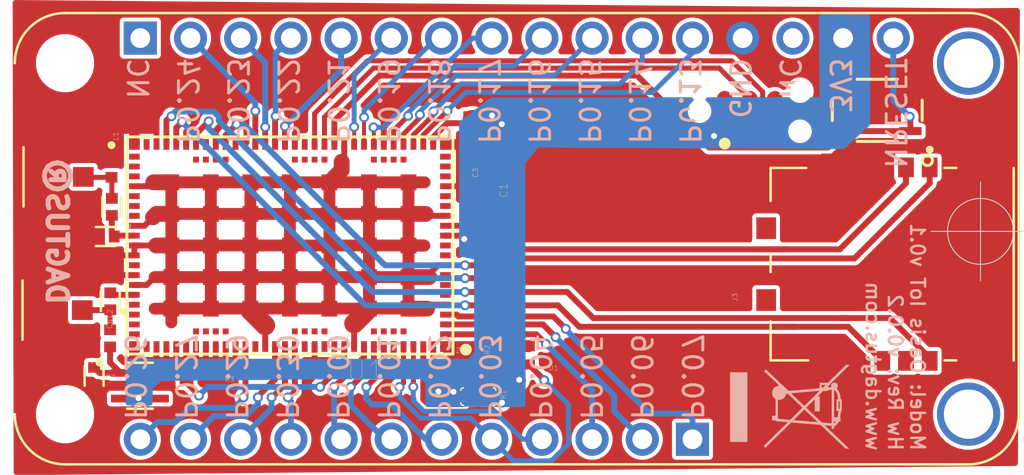
<source format=kicad_pcb>
(kicad_pcb (version 20171130) (host pcbnew "(5.1.6)-1")

  (general
    (thickness 1.6)
    (drawings 33)
    (tracks 422)
    (zones 0)
    (modules 22)
    (nets 67)
  )

  (page A4)
  (layers
    (0 F.Cu signal)
    (31 B.Cu signal hide)
    (32 B.Adhes user hide)
    (33 F.Adhes user hide)
    (34 B.Paste user hide)
    (35 F.Paste user hide)
    (36 B.SilkS user)
    (37 F.SilkS user)
    (38 B.Mask user hide)
    (39 F.Mask user hide)
    (40 Dwgs.User user hide)
    (41 Cmts.User user hide)
    (42 Eco1.User user hide)
    (43 Eco2.User user hide)
    (44 Edge.Cuts user hide)
    (45 Margin user hide)
    (46 B.CrtYd user hide)
    (47 F.CrtYd user hide)
    (48 B.Fab user)
    (49 F.Fab user hide)
  )

  (setup
    (last_trace_width 0.2)
    (user_trace_width 0.254)
    (user_trace_width 0.3)
    (user_trace_width 0.4)
    (user_trace_width 0.54)
    (user_trace_width 0.6)
    (user_trace_width 0.8)
    (user_trace_width 1)
    (user_trace_width 1.5)
    (trace_clearance 0.1)
    (zone_clearance 0.2)
    (zone_45_only no)
    (trace_min 0.2)
    (via_size 0.5)
    (via_drill 0.4)
    (via_min_size 0.3)
    (via_min_drill 0.3)
    (user_via 0.5 0.3)
    (uvia_size 0.3)
    (uvia_drill 0.1)
    (uvias_allowed no)
    (uvia_min_size 0.2)
    (uvia_min_drill 0.1)
    (edge_width 0.05)
    (segment_width 0.2)
    (pcb_text_width 0.3)
    (pcb_text_size 1.5 1.5)
    (mod_edge_width 0.12)
    (mod_text_size 1 1)
    (mod_text_width 0.15)
    (pad_size 1.524 1.524)
    (pad_drill 0.762)
    (pad_to_mask_clearance 0.05)
    (aux_axis_origin 0 0)
    (grid_origin 71.98 69.63)
    (visible_elements 7FFFFFFF)
    (pcbplotparams
      (layerselection 0x010fc_ffffffff)
      (usegerberextensions true)
      (usegerberattributes false)
      (usegerberadvancedattributes false)
      (creategerberjobfile false)
      (excludeedgelayer true)
      (linewidth 0.100000)
      (plotframeref false)
      (viasonmask false)
      (mode 1)
      (useauxorigin false)
      (hpglpennumber 1)
      (hpglpenspeed 20)
      (hpglpendiameter 15.000000)
      (psnegative false)
      (psa4output false)
      (plotreference true)
      (plotvalue true)
      (plotinvisibletext false)
      (padsonsilk false)
      (subtractmaskfromsilk false)
      (outputformat 1)
      (mirror false)
      (drillshape 0)
      (scaleselection 1)
      (outputdirectory "gerber/oasis_iot_gerber002"))
  )

  (net 0 "")
  (net 1 SIM_IO)
  (net 2 SIM_RST)
  (net 3 SIM_CLK)
  (net 4 GND)
  (net 5 SIM_VCC)
  (net 6 COEX0_LNA_EN)
  (net 7 +3V3)
  (net 8 GPS)
  (net 9 ANT)
  (net 10 NRESET)
  (net 11 "Net-(C7-Pad2)")
  (net 12 SWDCLK)
  (net 13 SWDIO)
  (net 14 P0.3,D7,1.6B)
  (net 15 "Net-(D1-PadA)")
  (net 16 P0.24)
  (net 17 P0.23)
  (net 18 P0.22)
  (net 19 P0.21)
  (net 20 P0.19)
  (net 21 P0.18)
  (net 22 P0.17)
  (net 23 P0.16)
  (net 24 P0.15)
  (net 25 P0.14)
  (net 26 P0.13)
  (net 27 P0.26)
  (net 28 P0.04)
  (net 29 P0.27)
  (net 30 P0.29)
  (net 31 P0.30)
  (net 32 P0.00)
  (net 33 P0.01)
  (net 34 P0.02)
  (net 35 P0.7)
  (net 36 P0.6)
  (net 37 P0.5)
  (net 38 "Net-(C1-Pad2)")
  (net 39 "Net-(C5-Pad1)")
  (net 40 "Net-(J1-Pad3)")
  (net 41 "Net-(J1-Pad6)")
  (net 42 "Net-(J3-PadS5)")
  (net 43 "Net-(U1-Pad92)")
  (net 44 "Net-(U1-Pad91)")
  (net 45 "Net-(U1-Pad84)")
  (net 46 "Net-(U1-Pad64)")
  (net 47 "Net-(U1-Pad59)")
  (net 48 "Net-(U1-Pad58)")
  (net 49 "Net-(U1-Pad57)")
  (net 50 "Net-(U1-Pad55)")
  (net 51 "Net-(U1-Pad54)")
  (net 52 "Net-(U1-Pad53)")
  (net 53 "Net-(U1-Pad45)")
  (net 54 "Net-(U1-Pad42)")
  (net 55 "Net-(U1-Pad35)")
  (net 56 "Net-(U1-Pad20)")
  (net 57 "Net-(U1-Pad19)")
  (net 58 "Net-(U1-Pad18)")
  (net 59 "Net-(U1-Pad16)")
  (net 60 "Net-(U1-Pad15)")
  (net 61 "Net-(U2-PadJP14)")
  (net 62 "Net-(U3-Pad3)")
  (net 63 "Net-(R1-Pad2)")
  (net 64 "Net-(U1-Pad89)")
  (net 65 "Net-(U2-PadJP27)")
  (net 66 "Net-(C6-Pad1)")

  (net_class Default "This is the default net class."
    (clearance 0.1)
    (trace_width 0.2)
    (via_dia 0.5)
    (via_drill 0.4)
    (uvia_dia 0.3)
    (uvia_drill 0.1)
    (add_net +3V3)
    (add_net ANT)
    (add_net COEX0_LNA_EN)
    (add_net GND)
    (add_net GPS)
    (add_net NRESET)
    (add_net "Net-(C1-Pad2)")
    (add_net "Net-(C5-Pad1)")
    (add_net "Net-(C6-Pad1)")
    (add_net "Net-(C7-Pad2)")
    (add_net "Net-(D1-PadA)")
    (add_net "Net-(J1-Pad3)")
    (add_net "Net-(J1-Pad6)")
    (add_net "Net-(J3-PadS5)")
    (add_net "Net-(R1-Pad2)")
    (add_net "Net-(U1-Pad15)")
    (add_net "Net-(U1-Pad16)")
    (add_net "Net-(U1-Pad18)")
    (add_net "Net-(U1-Pad19)")
    (add_net "Net-(U1-Pad20)")
    (add_net "Net-(U1-Pad35)")
    (add_net "Net-(U1-Pad42)")
    (add_net "Net-(U1-Pad45)")
    (add_net "Net-(U1-Pad53)")
    (add_net "Net-(U1-Pad54)")
    (add_net "Net-(U1-Pad55)")
    (add_net "Net-(U1-Pad57)")
    (add_net "Net-(U1-Pad58)")
    (add_net "Net-(U1-Pad59)")
    (add_net "Net-(U1-Pad64)")
    (add_net "Net-(U1-Pad84)")
    (add_net "Net-(U1-Pad89)")
    (add_net "Net-(U1-Pad91)")
    (add_net "Net-(U1-Pad92)")
    (add_net "Net-(U2-PadJP14)")
    (add_net "Net-(U2-PadJP27)")
    (add_net "Net-(U3-Pad3)")
    (add_net P0.00)
    (add_net P0.01)
    (add_net P0.02)
    (add_net P0.04)
    (add_net P0.13)
    (add_net P0.14)
    (add_net P0.15)
    (add_net P0.16)
    (add_net P0.17)
    (add_net P0.18)
    (add_net P0.19)
    (add_net P0.21)
    (add_net P0.22)
    (add_net P0.23)
    (add_net P0.24)
    (add_net P0.26)
    (add_net P0.27)
    (add_net P0.29)
    (add_net P0.3,D7,1.6B)
    (add_net P0.30)
    (add_net P0.5)
    (add_net P0.6)
    (add_net P0.7)
    (add_net SIM_CLK)
    (add_net SIM_IO)
    (add_net SIM_RST)
    (add_net SIM_VCC)
    (add_net SWDCLK)
    (add_net SWDIO)
  )

  (module Symbol:WEEE-Logo_4.2x6mm_SilkScreen (layer B.Cu) (tedit 0) (tstamp 60DACB12)
    (at 84.934 84.87 90)
    (descr "Waste Electrical and Electronic Equipment Directive")
    (tags "Logo WEEE")
    (attr virtual)
    (fp_text reference REF** (at 0 0 90) (layer F.SilkS) hide
      (effects (font (size 1 1) (thickness 0.15)))
    )
    (fp_text value WEEE-Logo_4.2x6mm_SilkScreen (at 0.75 0 90) (layer B.Fab) hide
      (effects (font (size 1 1) (thickness 0.15)) (justify mirror))
    )
    (fp_poly (pts (xy 1.747822 -3.017822) (xy -1.772971 -3.017822) (xy -1.772971 -2.150198) (xy 1.747822 -2.150198)
      (xy 1.747822 -3.017822)) (layer B.SilkS) (width 0.01))
    (fp_poly (pts (xy 2.12443 2.935152) (xy 2.123811 2.848069) (xy 1.672086 2.389109) (xy 1.220361 1.930148)
      (xy 1.220032 1.719529) (xy 1.219703 1.508911) (xy 0.94461 1.508911) (xy 0.937522 1.45547)
      (xy 0.934838 1.431112) (xy 0.930313 1.385241) (xy 0.924191 1.320595) (xy 0.916712 1.239909)
      (xy 0.908119 1.145919) (xy 0.898654 1.041363) (xy 0.888558 0.928975) (xy 0.878074 0.811493)
      (xy 0.867444 0.691652) (xy 0.856909 0.572189) (xy 0.846713 0.455841) (xy 0.837095 0.345343)
      (xy 0.8283 0.243431) (xy 0.820568 0.152842) (xy 0.814142 0.076313) (xy 0.809263 0.016579)
      (xy 0.806175 -0.023624) (xy 0.805117 -0.041559) (xy 0.805118 -0.041644) (xy 0.812827 -0.056035)
      (xy 0.835981 -0.085748) (xy 0.874895 -0.131131) (xy 0.929884 -0.192529) (xy 1.001264 -0.270288)
      (xy 1.089349 -0.364754) (xy 1.194454 -0.476272) (xy 1.316895 -0.605188) (xy 1.35131 -0.641287)
      (xy 1.897137 -1.213416) (xy 1.808881 -1.301436) (xy 1.737485 -1.223758) (xy 1.711366 -1.195686)
      (xy 1.670566 -1.152274) (xy 1.617777 -1.096366) (xy 1.555691 -1.030808) (xy 1.487 -0.958441)
      (xy 1.414396 -0.882112) (xy 1.37096 -0.836524) (xy 1.289416 -0.751119) (xy 1.223504 -0.68271)
      (xy 1.171544 -0.630053) (xy 1.131855 -0.591905) (xy 1.102757 -0.56702) (xy 1.082569 -0.554156)
      (xy 1.06961 -0.552068) (xy 1.0622 -0.559513) (xy 1.058658 -0.575246) (xy 1.057303 -0.598023)
      (xy 1.057121 -0.604239) (xy 1.047703 -0.647061) (xy 1.024497 -0.698819) (xy 0.992136 -0.751328)
      (xy 0.955252 -0.796403) (xy 0.940493 -0.810328) (xy 0.864767 -0.859047) (xy 0.776308 -0.886306)
      (xy 0.6981 -0.892773) (xy 0.609468 -0.880576) (xy 0.527612 -0.844813) (xy 0.455164 -0.786722)
      (xy 0.441797 -0.772262) (xy 0.392918 -0.716733) (xy -0.452674 -0.716733) (xy -0.452674 -0.892773)
      (xy -0.67901 -0.892773) (xy -0.67901 -0.810531) (xy -0.68185 -0.754386) (xy -0.691393 -0.715416)
      (xy -0.702991 -0.694219) (xy -0.711277 -0.679052) (xy -0.718373 -0.657062) (xy -0.724748 -0.624987)
      (xy -0.730872 -0.579569) (xy -0.737216 -0.517548) (xy -0.74425 -0.435662) (xy -0.749066 -0.374746)
      (xy -0.771161 -0.089343) (xy -1.313565 -0.638805) (xy -1.411637 -0.738228) (xy -1.505784 -0.833815)
      (xy -1.594285 -0.92381) (xy -1.67542 -1.006457) (xy -1.747469 -1.080001) (xy -1.808712 -1.142684)
      (xy -1.857427 -1.192752) (xy -1.891896 -1.228448) (xy -1.910379 -1.247995) (xy -1.940743 -1.278944)
      (xy -1.966071 -1.30053) (xy -1.979695 -1.307723) (xy -1.997095 -1.299297) (xy -2.02246 -1.278245)
      (xy -2.031058 -1.269671) (xy -2.067514 -1.23162) (xy -1.866802 -1.027658) (xy -1.815596 -0.975699)
      (xy -1.749569 -0.90882) (xy -1.671618 -0.82995) (xy -1.584638 -0.742014) (xy -1.491526 -0.647941)
      (xy -1.395179 -0.550658) (xy -1.298492 -0.453093) (xy -1.229134 -0.383145) (xy -1.123703 -0.27655)
      (xy -1.035129 -0.186307) (xy -0.962281 -0.111192) (xy -0.904023 -0.049986) (xy -0.859225 -0.001466)
      (xy -0.837021 0.023871) (xy -0.658724 0.023871) (xy -0.636401 -0.261555) (xy -0.629669 -0.345219)
      (xy -0.623157 -0.421727) (xy -0.617234 -0.487081) (xy -0.612268 -0.537281) (xy -0.608629 -0.568329)
      (xy -0.607458 -0.575273) (xy -0.600838 -0.603565) (xy 0.348636 -0.603565) (xy 0.354974 -0.524606)
      (xy 0.37411 -0.431315) (xy 0.414154 -0.348791) (xy 0.472582 -0.280038) (xy 0.546871 -0.228063)
      (xy 0.630252 -0.196863) (xy 0.657302 -0.182228) (xy 0.670844 -0.150819) (xy 0.671128 -0.149434)
      (xy 0.672753 -0.136174) (xy 0.670744 -0.122595) (xy 0.663142 -0.106181) (xy 0.647984 -0.084411)
      (xy 0.623312 -0.054767) (xy 0.587164 -0.014732) (xy 0.53758 0.038215) (xy 0.472599 0.106591)
      (xy 0.468401 0.110995) (xy 0.398507 0.184389) (xy 0.3242 0.262563) (xy 0.250586 0.340136)
      (xy 0.182771 0.411725) (xy 0.12586 0.471949) (xy 0.113168 0.485413) (xy 0.064513 0.53618)
      (xy 0.021291 0.579625) (xy -0.013395 0.612759) (xy -0.036444 0.632595) (xy -0.044182 0.636954)
      (xy -0.055722 0.62783) (xy -0.08271 0.6028) (xy -0.123021 0.563948) (xy -0.174529 0.513357)
      (xy -0.235109 0.453112) (xy -0.302636 0.385296) (xy -0.357826 0.329435) (xy -0.658724 0.023871)
      (xy -0.837021 0.023871) (xy -0.826751 0.035589) (xy -0.805471 0.062401) (xy -0.794251 0.080192)
      (xy -0.791754 0.08843) (xy -0.7927 0.10641) (xy -0.795573 0.147108) (xy -0.800187 0.208181)
      (xy -0.806358 0.287287) (xy -0.813898 0.382086) (xy -0.822621 0.490233) (xy -0.832343 0.609388)
      (xy -0.842876 0.737209) (xy -0.851365 0.839365) (xy -0.899396 1.415326) (xy -0.775805 1.415326)
      (xy -0.775273 1.402896) (xy -0.772769 1.36789) (xy -0.768496 1.312785) (xy -0.762653 1.240057)
      (xy -0.755443 1.152186) (xy -0.747066 1.051649) (xy -0.737723 0.940923) (xy -0.728758 0.835795)
      (xy -0.718602 0.716517) (xy -0.709142 0.60392) (xy -0.700596 0.500695) (xy -0.693179 0.409527)
      (xy -0.687108 0.333105) (xy -0.682601 0.274117) (xy -0.679873 0.235251) (xy -0.679116 0.220156)
      (xy -0.677935 0.210762) (xy -0.673256 0.207034) (xy -0.663276 0.210529) (xy -0.64619 0.222801)
      (xy -0.620196 0.245406) (xy -0.58349 0.2799) (xy -0.534267 0.327838) (xy -0.470726 0.390776)
      (xy -0.403305 0.458032) (xy -0.127601 0.733523) (xy -0.129533 0.735594) (xy 0.05271 0.735594)
      (xy 0.061016 0.72422) (xy 0.084267 0.697437) (xy 0.120135 0.657708) (xy 0.166287 0.607493)
      (xy 0.220394 0.549254) (xy 0.280126 0.485453) (xy 0.343152 0.418551) (xy 0.407142 0.35101)
      (xy 0.469764 0.28529) (xy 0.52869 0.223854) (xy 0.581588 0.169163) (xy 0.626128 0.123678)
      (xy 0.65998 0.089862) (xy 0.680812 0.070174) (xy 0.686494 0.066163) (xy 0.688366 0.079109)
      (xy 0.692254 0.114866) (xy 0.697943 0.171196) (xy 0.705219 0.24586) (xy 0.713869 0.33662)
      (xy 0.723678 0.441238) (xy 0.734434 0.557474) (xy 0.745921 0.683092) (xy 0.755093 0.784382)
      (xy 0.766826 0.915721) (xy 0.777665 1.039448) (xy 0.78743 1.153319) (xy 0.795937 1.255089)
      (xy 0.803005 1.342513) (xy 0.808451 1.413347) (xy 0.812092 1.465347) (xy 0.813747 1.496268)
      (xy 0.813558 1.504297) (xy 0.803666 1.497146) (xy 0.778476 1.474159) (xy 0.74019 1.437561)
      (xy 0.691011 1.389578) (xy 0.633139 1.332434) (xy 0.568778 1.268353) (xy 0.500129 1.199562)
      (xy 0.429395 1.128284) (xy 0.358778 1.056745) (xy 0.29048 0.98717) (xy 0.226704 0.921783)
      (xy 0.16965 0.862809) (xy 0.121522 0.812473) (xy 0.084522 0.773001) (xy 0.060852 0.746617)
      (xy 0.05271 0.735594) (xy -0.129533 0.735594) (xy -0.230409 0.843705) (xy -0.282768 0.899623)
      (xy -0.341535 0.962052) (xy -0.404385 1.028557) (xy -0.468995 1.096702) (xy -0.533042 1.164052)
      (xy -0.594203 1.228172) (xy -0.650153 1.286628) (xy -0.69857 1.336982) (xy -0.73713 1.376802)
      (xy -0.763509 1.40365) (xy -0.775384 1.415092) (xy -0.775805 1.415326) (xy -0.899396 1.415326)
      (xy -0.911401 1.559274) (xy -1.511938 2.190842) (xy -2.112475 2.822411) (xy -2.112034 2.910685)
      (xy -2.111592 2.99896) (xy -2.014583 2.895334) (xy -1.960291 2.837537) (xy -1.896192 2.769632)
      (xy -1.824016 2.693428) (xy -1.745492 2.610731) (xy -1.662349 2.523347) (xy -1.576319 2.433085)
      (xy -1.48913 2.34175) (xy -1.402513 2.251151) (xy -1.318197 2.163093) (xy -1.237912 2.079385)
      (xy -1.163387 2.001833) (xy -1.096354 1.932243) (xy -1.038541 1.872424) (xy -0.991679 1.824182)
      (xy -0.957496 1.789324) (xy -0.937724 1.769657) (xy -0.93339 1.765884) (xy -0.933092 1.779008)
      (xy -0.934731 1.812611) (xy -0.938023 1.86212) (xy -0.942682 1.922963) (xy -0.944682 1.947268)
      (xy -0.959577 2.125049) (xy -0.842955 2.125049) (xy -0.836934 2.096757) (xy -0.833863 2.074382)
      (xy -0.829548 2.032283) (xy -0.824488 1.975822) (xy -0.819181 1.910365) (xy -0.817344 1.886138)
      (xy -0.811927 1.816579) (xy -0.806459 1.751982) (xy -0.801488 1.698452) (xy -0.797561 1.66209)
      (xy -0.796675 1.655491) (xy -0.793334 1.641944) (xy -0.786101 1.626086) (xy -0.77344 1.606139)
      (xy -0.753811 1.580327) (xy -0.725678 1.546871) (xy -0.687502 1.503993) (xy -0.637746 1.449917)
      (xy -0.574871 1.382864) (xy -0.497341 1.301057) (xy -0.418251 1.21805) (xy -0.339564 1.135906)
      (xy -0.266112 1.059831) (xy -0.199724 0.991675) (xy -0.142227 0.933288) (xy -0.095451 0.886519)
      (xy -0.061224 0.853218) (xy -0.041373 0.835233) (xy -0.03714 0.832558) (xy -0.026003 0.842259)
      (xy 0.000029 0.867559) (xy 0.03843 0.905918) (xy 0.086672 0.9548) (xy 0.14223 1.011666)
      (xy 0.182408 1.053094) (xy 0.392169 1.27) (xy -0.226337 1.27) (xy -0.226337 1.508911)
      (xy 0.528119 1.508911) (xy 0.528119 1.402458) (xy 0.666435 1.540346) (xy 0.764553 1.63816)
      (xy 0.955643 1.63816) (xy 0.957471 1.62273) (xy 0.966723 1.614133) (xy 0.98905 1.610387)
      (xy 1.030105 1.609511) (xy 1.037376 1.609505) (xy 1.119109 1.609505) (xy 1.119109 1.828828)
      (xy 1.037376 1.747821) (xy 0.99127 1.698572) (xy 0.963694 1.660841) (xy 0.955643 1.63816)
      (xy 0.764553 1.63816) (xy 0.804752 1.678234) (xy 0.804752 1.801048) (xy 0.805137 1.85755)
      (xy 0.8069 1.893495) (xy 0.81095 1.91347) (xy 0.818199 1.922063) (xy 0.82913 1.923861)
      (xy 0.841288 1.926502) (xy 0.850273 1.937088) (xy 0.857174 1.959619) (xy 0.863076 1.998091)
      (xy 0.869065 2.056502) (xy 0.870987 2.077896) (xy 0.875148 2.125049) (xy -0.842955 2.125049)
      (xy -0.959577 2.125049) (xy -1.119109 2.125049) (xy -1.119109 2.238218) (xy -1.051314 2.238218)
      (xy -1.011662 2.239304) (xy -0.990116 2.244546) (xy -0.98748 2.247666) (xy -0.848616 2.247666)
      (xy -0.841308 2.240538) (xy -0.815993 2.238338) (xy -0.798908 2.238218) (xy -0.741881 2.238218)
      (xy -0.529221 2.238218) (xy 0.885302 2.238218) (xy 0.837458 2.287214) (xy 0.76315 2.347676)
      (xy 0.671184 2.394309) (xy 0.560002 2.427751) (xy 0.449529 2.446247) (xy 0.377227 2.454878)
      (xy 0.377227 2.36396) (xy -0.201188 2.36396) (xy -0.201188 2.467107) (xy -0.286065 2.458504)
      (xy -0.345368 2.451244) (xy -0.408551 2.441621) (xy -0.446386 2.434748) (xy -0.521832 2.419593)
      (xy -0.525526 2.328905) (xy -0.529221 2.238218) (xy -0.741881 2.238218) (xy -0.741881 2.288515)
      (xy -0.743544 2.320024) (xy -0.747697 2.337537) (xy -0.749371 2.338812) (xy -0.767987 2.330746)
      (xy -0.795183 2.31118) (xy -0.822448 2.287056) (xy -0.841267 2.265318) (xy -0.842943 2.262492)
      (xy -0.848616 2.247666) (xy -0.98748 2.247666) (xy -0.979662 2.256919) (xy -0.975442 2.270396)
      (xy -0.958219 2.305373) (xy -0.925138 2.347421) (xy -0.881893 2.390644) (xy -0.834174 2.429146)
      (xy -0.80283 2.449199) (xy -0.767123 2.471149) (xy -0.748819 2.489589) (xy -0.742388 2.511332)
      (xy -0.741894 2.524282) (xy -0.741894 2.527425) (xy -0.100594 2.527425) (xy -0.100594 2.464554)
      (xy 0.276633 2.464554) (xy 0.276633 2.527425) (xy -0.100594 2.527425) (xy -0.741894 2.527425)
      (xy -0.741881 2.565148) (xy -0.636048 2.565148) (xy -0.587355 2.563971) (xy -0.549405 2.560835)
      (xy -0.528308 2.556329) (xy -0.526023 2.554505) (xy -0.512641 2.551705) (xy -0.480074 2.552852)
      (xy -0.433916 2.557607) (xy -0.402376 2.561997) (xy -0.345188 2.570622) (xy -0.292886 2.578409)
      (xy -0.253582 2.584153) (xy -0.242055 2.585785) (xy -0.211937 2.595112) (xy -0.201188 2.609728)
      (xy -0.19792 2.61568) (xy -0.18623 2.620222) (xy -0.163288 2.62353) (xy -0.126265 2.625785)
      (xy -0.072332 2.627166) (xy 0.00134 2.62785) (xy 0.08802 2.62802) (xy 0.180529 2.627923)
      (xy 0.250906 2.62747) (xy 0.302164 2.62641) (xy 0.33732 2.624497) (xy 0.359389 2.621481)
      (xy 0.371385 2.617115) (xy 0.376324 2.611151) (xy 0.377227 2.604216) (xy 0.384921 2.582205)
      (xy 0.410121 2.569679) (xy 0.456009 2.565212) (xy 0.464264 2.565148) (xy 0.541973 2.557132)
      (xy 0.630233 2.535064) (xy 0.721085 2.501916) (xy 0.80657 2.460661) (xy 0.878726 2.414269)
      (xy 0.888072 2.406918) (xy 0.918533 2.383002) (xy 0.936572 2.373424) (xy 0.949169 2.37652)
      (xy 0.9621 2.389296) (xy 1.000293 2.414322) (xy 1.049998 2.423929) (xy 1.103524 2.418933)
      (xy 1.153178 2.400149) (xy 1.191267 2.368394) (xy 1.194025 2.364703) (xy 1.222526 2.305425)
      (xy 1.227828 2.244066) (xy 1.210518 2.185573) (xy 1.17118 2.134896) (xy 1.16637 2.130711)
      (xy 1.13844 2.110833) (xy 1.110102 2.102079) (xy 1.070263 2.101447) (xy 1.060311 2.102008)
      (xy 1.021332 2.103438) (xy 1.001254 2.100161) (xy 0.993985 2.090272) (xy 0.99324 2.081039)
      (xy 0.991716 2.054256) (xy 0.987935 2.013975) (xy 0.985218 1.989876) (xy 0.981277 1.951599)
      (xy 0.982916 1.932004) (xy 0.992421 1.924842) (xy 1.009351 1.923861) (xy 1.019392 1.927099)
      (xy 1.03559 1.93758) (xy 1.059145 1.956452) (xy 1.091257 1.984865) (xy 1.133128 2.023965)
      (xy 1.185957 2.074903) (xy 1.250945 2.138827) (xy 1.329291 2.216886) (xy 1.422197 2.310228)
      (xy 1.530863 2.420002) (xy 1.583231 2.473048) (xy 2.125049 3.022233) (xy 2.12443 2.935152)) (layer B.SilkS) (width 0.01))
  )

  (module lib_fp:MODULE_OASIS_IOT_BOARD_TH (layer F.Cu) (tedit 60D15E38) (tstamp 608889A9)
    (at 71.12 76.35 180)
    (path /608E8B44)
    (fp_text reference U2 (at -15.803199 -10.342199 180) (layer F.CrtYd)
      (effects (font (size 1 1) (thickness 0.015)))
    )
    (fp_text value OASIS_IOT_BOARD_TH (at -7.62 13.335 180) (layer F.Fab)
      (effects (font (size 1 1) (thickness 0.015)))
    )
    (fp_line (start -22.985 -11.68) (end 22.985 -11.68) (layer F.CrtYd) (width 0.05))
    (fp_line (start -25.65 9.015) (end -25.65 -9.015) (layer F.CrtYd) (width 0.05))
    (fp_line (start 22.985 11.68) (end -22.985 11.68) (layer F.CrtYd) (width 0.05))
    (fp_line (start 25.65 -9.015) (end 25.65 9.015) (layer F.CrtYd) (width 0.05))
    (fp_line (start 25.4 -8.89) (end 25.4 8.89) (layer F.Fab) (width 0.127))
    (fp_line (start -22.86 -11.43) (end 22.86 -11.43) (layer F.SilkS) (width 0.127))
    (fp_line (start -25.4 8.89) (end -25.4 -8.89) (layer F.SilkS) (width 0.127))
    (fp_line (start 22.86 11.43) (end -22.86 11.43) (layer F.SilkS) (width 0.127))
    (fp_line (start 25.4 -8.89) (end 25.4 8.89) (layer F.Fab) (width 0.127))
    (fp_line (start -22.86 -11.43) (end 22.86 -11.43) (layer F.Fab) (width 0.127))
    (fp_line (start -25.4 8.89) (end -25.4 -8.89) (layer F.Fab) (width 0.127))
    (fp_line (start 22.86 11.43) (end -22.86 11.43) (layer F.Fab) (width 0.127))
    (fp_arc (start 22.985 -9.015) (end 25.65 -9.015) (angle -90) (layer F.CrtYd) (width 0.05))
    (fp_arc (start -22.985 -9.015) (end -22.985 -11.68) (angle -90) (layer F.CrtYd) (width 0.05))
    (fp_arc (start -22.985 9.015) (end -25.65 9.015) (angle -90) (layer F.CrtYd) (width 0.05))
    (fp_arc (start 22.985 9.015) (end 22.985 11.68) (angle -90) (layer F.CrtYd) (width 0.05))
    (fp_arc (start 22.86 8.89) (end 22.86 11.43) (angle -90) (layer F.SilkS) (width 0.127))
    (fp_arc (start 22.86 -8.89) (end 25.4 -8.89) (angle -90) (layer F.SilkS) (width 0.127))
    (fp_arc (start -22.86 -8.89) (end -22.86 -11.43) (angle -90) (layer F.SilkS) (width 0.127))
    (fp_arc (start -22.86 8.89) (end -25.4 8.89) (angle -90) (layer F.SilkS) (width 0.127))
    (fp_arc (start 22.86 8.89) (end 22.86 11.43) (angle -90) (layer F.Fab) (width 0.127))
    (fp_arc (start 22.86 -8.89) (end 25.4 -8.89) (angle -90) (layer F.Fab) (width 0.127))
    (fp_arc (start -22.86 -8.89) (end -22.86 -11.43) (angle -90) (layer F.Fab) (width 0.127))
    (fp_arc (start -22.86 8.89) (end -25.4 8.89) (angle -90) (layer F.Fab) (width 0.127))
    (pad JP11 thru_hole circle (at 19.05 -10.16 180) (size 1.6764 1.6764) (drill 1) (layers *.Cu *.Mask)
      (net 27 P0.26))
    (pad JP00 thru_hole rect (at -8.89 -10.16 180) (size 1.6764 1.6764) (drill 1) (layers *.Cu *.Mask)
      (net 35 P0.7))
    (pad JP01 thru_hole circle (at -6.35 -10.16 180) (size 1.6764 1.6764) (drill 1) (layers *.Cu *.Mask)
      (net 36 P0.6))
    (pad JP02 thru_hole circle (at -3.81 -10.16 180) (size 1.6764 1.6764) (drill 1) (layers *.Cu *.Mask)
      (net 37 P0.5))
    (pad JP03 thru_hole circle (at -1.27 -10.16 180) (size 1.6764 1.6764) (drill 1) (layers *.Cu *.Mask)
      (net 28 P0.04))
    (pad JP10 thru_hole circle (at 16.51 -10.16 180) (size 1.6764 1.6764) (drill 1) (layers *.Cu *.Mask)
      (net 29 P0.27))
    (pad JP09 thru_hole circle (at 13.97 -10.16 180) (size 1.6764 1.6764) (drill 1) (layers *.Cu *.Mask)
      (net 30 P0.29))
    (pad JP08 thru_hole circle (at 11.43 -10.16 180) (size 1.6764 1.6764) (drill 1) (layers *.Cu *.Mask)
      (net 31 P0.30))
    (pad JP07 thru_hole circle (at 8.89 -10.16 180) (size 1.6764 1.6764) (drill 1) (layers *.Cu *.Mask)
      (net 32 P0.00))
    (pad JP06 thru_hole circle (at 6.35 -10.16 180) (size 1.6764 1.6764) (drill 1) (layers *.Cu *.Mask)
      (net 33 P0.01))
    (pad JP05 thru_hole circle (at 3.81 -10.16 180) (size 1.6764 1.6764) (drill 1) (layers *.Cu *.Mask)
      (net 34 P0.02))
    (pad JP04 thru_hole circle (at 1.27 -10.16 180) (size 1.6764 1.6764) (drill 1) (layers *.Cu *.Mask)
      (net 14 P0.3,D7,1.6B))
    (pad None np_thru_hole circle (at 22.86 -8.89 180) (size 2.54 2.54) (drill 2.54) (layers *.Cu *.Mask))
    (pad None np_thru_hole circle (at 22.86 8.89 180) (size 2.54 2.54) (drill 2.54) (layers *.Cu *.Mask))
    (pad P1 thru_hole circle (at -22.86 -8.89 180) (size 3.2 3.2) (drill 2.5) (layers *.Cu *.Mask))
    (pad P2 thru_hole circle (at -22.86 8.89 180) (size 3.2 3.2) (drill 2.5) (layers *.Cu *.Mask))
    (pad JP12 thru_hole circle (at -19.05 10.16 180) (size 1.6764 1.6764) (drill 1) (layers *.Cu *.Mask)
      (net 10 NRESET))
    (pad JP27 thru_hole rect (at 19.05 10.16 180) (size 1.6764 1.6764) (drill 1) (layers *.Cu *.Mask)
      (net 65 "Net-(U2-PadJP27)"))
    (pad JP25 thru_hole circle (at 13.97 10.16 180) (size 1.6764 1.6764) (drill 1) (layers *.Cu *.Mask)
      (net 17 P0.23))
    (pad JP26 thru_hole circle (at 16.51 10.16 180) (size 1.6764 1.6764) (drill 1) (layers *.Cu *.Mask)
      (net 16 P0.24))
    (pad JP24 thru_hole circle (at 11.43 10.16 180) (size 1.6764 1.6764) (drill 1) (layers *.Cu *.Mask)
      (net 18 P0.22))
    (pad JP13 thru_hole circle (at -16.51 10.16 180) (size 1.6764 1.6764) (drill 1) (layers *.Cu *.Mask)
      (net 7 +3V3))
    (pad JP14 thru_hole circle (at -13.97 10.16 180) (size 1.6764 1.6764) (drill 1) (layers *.Cu *.Mask)
      (net 61 "Net-(U2-PadJP14)"))
    (pad JP15 thru_hole circle (at -11.43 10.16 180) (size 1.6764 1.6764) (drill 1) (layers *.Cu *.Mask)
      (net 4 GND))
    (pad JP22 thru_hole circle (at 6.35 10.16 180) (size 1.6764 1.6764) (drill 1) (layers *.Cu *.Mask)
      (net 20 P0.19))
    (pad JP23 thru_hole circle (at 8.89 10.16 180) (size 1.6764 1.6764) (drill 1) (layers *.Cu *.Mask)
      (net 19 P0.21))
    (pad JP21 thru_hole circle (at 3.81 10.16 180) (size 1.6764 1.6764) (drill 1) (layers *.Cu *.Mask)
      (net 21 P0.18))
    (pad JP16 thru_hole circle (at -8.89 10.16 180) (size 1.6764 1.6764) (drill 1) (layers *.Cu *.Mask)
      (net 26 P0.13))
    (pad JP17 thru_hole circle (at -6.35 10.16 180) (size 1.6764 1.6764) (drill 1) (layers *.Cu *.Mask)
      (net 25 P0.14))
    (pad JP18 thru_hole circle (at -3.81 10.16 180) (size 1.6764 1.6764) (drill 1) (layers *.Cu *.Mask)
      (net 24 P0.15))
    (pad JP20 thru_hole circle (at 1.27 10.16 180) (size 1.6764 1.6764) (drill 1) (layers *.Cu *.Mask)
      (net 22 P0.17))
    (pad JP19 thru_hole circle (at -1.27 10.16 180) (size 1.6764 1.6764) (drill 1) (layers *.Cu *.Mask)
      (net 23 P0.16))
  )

  (module lib_fp:R0402 (layer F.Cu) (tedit 60875CEC) (tstamp 60D6BEB6)
    (at 69.1755 84.35 270)
    (path /608E8BC6)
    (attr smd)
    (fp_text reference R1 (at -0.1016 -1.27 90) (layer F.SilkS)
      (effects (font (size 0.254 0.254) (thickness 0.015)))
    )
    (fp_text value RES-1M-5%-0402 (at -1.080329 0.953228 90) (layer F.Fab)
      (effects (font (size 0.700538 0.700538) (thickness 0.015)))
    )
    (fp_arc (start -0.3175 0.762) (end -0.4445 0.762) (angle -90) (layer F.SilkS) (width 0.0762))
    (fp_arc (start 0.3175 0.762) (end 0.3175 0.889) (angle -90) (layer F.SilkS) (width 0.0762))
    (fp_arc (start 0.3175 -0.762) (end 0.4445 -0.762) (angle -90) (layer F.SilkS) (width 0.0762))
    (fp_arc (start -0.3175 -0.762) (end -0.3175 -0.889) (angle -90) (layer F.SilkS) (width 0.0762))
    (pad 2 smd rect (at 0 0.4445 270) (size 0.635 0.635) (layers F.Cu F.Paste F.Mask)
      (net 63 "Net-(R1-Pad2)"))
    (pad 1 smd rect (at 0 -0.4445 270) (size 0.635 0.635) (layers F.Cu F.Paste F.Mask)
      (net 7 +3V3))
    (model ${KIPRJMOD}/3d_models/C0402C560J5HAC7867.STEP
      (offset (xyz -0.27 0 0))
      (scale (xyz 1 1 1))
      (rotate (xyz 0 0 90))
    )
  )

  (module lib_fp:NRF9160-SIBA-R (layer F.Cu) (tedit 60D4F3BE) (tstamp 6088DE7C)
    (at 59.6392 76.6953 180)
    (path /608E8CA2)
    (fp_text reference U1 (at -3.8408 -6.3247) (layer F.SilkS)
      (effects (font (size 1 1) (thickness 0.015)))
    )
    (fp_text value NRF9160-SIBA-R (at 3.965 10.7253) (layer F.Fab)
      (effects (font (size 1 1) (thickness 0.015)))
    )
    (fp_line (start -8.35 5.66) (end 8.35 5.6) (layer F.Fab) (width 0.1))
    (fp_line (start 8.35 5.6) (end 8.35 -5.6) (layer F.Fab) (width 0.1))
    (fp_line (start 8.35 -5.6) (end -8.35 -5.6) (layer F.Fab) (width 0.1))
    (fp_line (start -8.35 -5.6) (end -8.35 5.6) (layer F.Fab) (width 0.1))
    (fp_line (start -8.25 5.5) (end -8.25 -5.5) (layer F.SilkS) (width 0.15))
    (fp_line (start 8.25 5.5) (end -8.25 5.5) (layer F.SilkS) (width 0.15))
    (fp_line (start 8.25 -5.5) (end 8.25 5.5) (layer F.SilkS) (width 0.15))
    (fp_line (start -8.25 -5.5) (end 8.25 -5.5) (layer F.SilkS) (width 0.15))
    (fp_line (start 8.05 -5.3) (end -8.05 -5.3) (layer F.Fab) (width 0.1))
    (fp_line (start 8.05 5.3) (end 8.05 -5.3) (layer F.Fab) (width 0.1))
    (fp_line (start -8.05 5.3) (end 8.05 5.3) (layer F.Fab) (width 0.1))
    (fp_line (start -8.05 -5.3) (end -8.05 5.3) (layer F.Fab) (width 0.1))
    (fp_circle (center -8.904 -5.274) (end -8.754 -5.274) (layer F.Fab) (width 0.3))
    (fp_circle (center -8.904 -5.274) (end -8.754 -5.274) (layer F.SilkS) (width 0.3))
    (pad 103_35 smd rect (at 6 -3.2 180) (size 0.8 0.8) (layers F.Cu F.Paste F.Mask)
      (net 4 GND) (solder_mask_margin 0.05))
    (pad 103_34 smd rect (at 6 -1.6 180) (size 0.8 0.8) (layers F.Cu F.Paste F.Mask)
      (net 4 GND) (solder_mask_margin 0.05))
    (pad 103_33 smd rect (at 6 0 180) (size 0.8 0.8) (layers F.Cu F.Paste F.Mask)
      (net 4 GND) (solder_mask_margin 0.05))
    (pad 103_32 smd rect (at 6 1.6 180) (size 0.8 0.8) (layers F.Cu F.Paste F.Mask)
      (net 4 GND) (solder_mask_margin 0.05))
    (pad 103_31 smd rect (at 6 3.2 180) (size 0.8 0.8) (layers F.Cu F.Paste F.Mask)
      (net 4 GND) (solder_mask_margin 0.05))
    (pad 103_30 smd rect (at 4 -3.2 180) (size 0.8 0.8) (layers F.Cu F.Paste F.Mask)
      (net 4 GND) (solder_mask_margin 0.05))
    (pad 103_29 smd rect (at 4 -1.6 180) (size 0.8 0.8) (layers F.Cu F.Paste F.Mask)
      (net 4 GND) (solder_mask_margin 0.05))
    (pad 103_28 smd rect (at 4 0 180) (size 0.8 0.8) (layers F.Cu F.Paste F.Mask)
      (net 4 GND) (solder_mask_margin 0.05))
    (pad 103_27 smd rect (at 4 1.6 180) (size 0.8 0.8) (layers F.Cu F.Paste F.Mask)
      (net 4 GND) (solder_mask_margin 0.05))
    (pad 103_26 smd rect (at 4 3.2 180) (size 0.8 0.8) (layers F.Cu F.Paste F.Mask)
      (net 4 GND) (solder_mask_margin 0.05))
    (pad 103_25 smd rect (at 2 -3.2 180) (size 0.8 0.8) (layers F.Cu F.Paste F.Mask)
      (net 4 GND) (solder_mask_margin 0.05))
    (pad 103_24 smd rect (at 2 -1.6 180) (size 0.8 0.8) (layers F.Cu F.Paste F.Mask)
      (net 4 GND) (solder_mask_margin 0.05))
    (pad 103_23 smd rect (at 2 0 180) (size 0.8 0.8) (layers F.Cu F.Paste F.Mask)
      (net 4 GND) (solder_mask_margin 0.05))
    (pad 103_22 smd rect (at 2 1.6 180) (size 0.8 0.8) (layers F.Cu F.Paste F.Mask)
      (net 4 GND) (solder_mask_margin 0.05))
    (pad 103_21 smd rect (at 2 3.2 180) (size 0.8 0.8) (layers F.Cu F.Paste F.Mask)
      (net 4 GND) (solder_mask_margin 0.05))
    (pad 103_20 smd rect (at 0 -3.2 180) (size 0.8 0.8) (layers F.Cu F.Paste F.Mask)
      (net 4 GND) (solder_mask_margin 0.05))
    (pad 103_19 smd rect (at 0 -1.6 180) (size 0.8 0.8) (layers F.Cu F.Paste F.Mask)
      (net 4 GND) (solder_mask_margin 0.05))
    (pad 103_18 smd rect (at 0 0 180) (size 0.8 0.8) (layers F.Cu F.Paste F.Mask)
      (net 4 GND) (solder_mask_margin 0.05))
    (pad 103_17 smd rect (at 0 1.6 180) (size 0.8 0.8) (layers F.Cu F.Paste F.Mask)
      (net 4 GND) (solder_mask_margin 0.05))
    (pad 103_16 smd rect (at 0 3.2 180) (size 0.8 0.8) (layers F.Cu F.Paste F.Mask)
      (net 4 GND) (solder_mask_margin 0.05))
    (pad 103_15 smd rect (at -2 -3.2 180) (size 0.8 0.8) (layers F.Cu F.Paste F.Mask)
      (net 4 GND) (solder_mask_margin 0.05))
    (pad 103_14 smd rect (at -2 -1.6 180) (size 0.8 0.8) (layers F.Cu F.Paste F.Mask)
      (net 4 GND) (solder_mask_margin 0.05))
    (pad 103_13 smd rect (at -2 0 180) (size 0.8 0.8) (layers F.Cu F.Paste F.Mask)
      (net 4 GND) (solder_mask_margin 0.05))
    (pad 103_12 smd rect (at -2 1.6 180) (size 0.8 0.8) (layers F.Cu F.Paste F.Mask)
      (net 4 GND) (solder_mask_margin 0.05))
    (pad 103_11 smd rect (at -2 3.2 180) (size 0.8 0.8) (layers F.Cu F.Paste F.Mask)
      (net 4 GND) (solder_mask_margin 0.05))
    (pad 103_10 smd rect (at -4 -3.2 180) (size 0.8 0.8) (layers F.Cu F.Paste F.Mask)
      (net 4 GND) (solder_mask_margin 0.05))
    (pad 103_9 smd rect (at -4 -1.6 180) (size 0.8 0.8) (layers F.Cu F.Paste F.Mask)
      (net 4 GND) (solder_mask_margin 0.05))
    (pad 103_8 smd rect (at -4 0 180) (size 0.8 0.8) (layers F.Cu F.Paste F.Mask)
      (net 4 GND) (solder_mask_margin 0.05))
    (pad 103_7 smd rect (at -4 1.6 180) (size 0.8 0.8) (layers F.Cu F.Paste F.Mask)
      (net 4 GND) (solder_mask_margin 0.05))
    (pad 103_6 smd rect (at -4 3.2 180) (size 0.8 0.8) (layers F.Cu F.Paste F.Mask)
      (net 4 GND) (solder_mask_margin 0.05))
    (pad 103_5 smd rect (at -6 -3.2 180) (size 0.8 0.8) (layers F.Cu F.Paste F.Mask)
      (net 4 GND) (solder_mask_margin 0.05))
    (pad 103_4 smd rect (at -6 -1.6 180) (size 0.8 0.8) (layers F.Cu F.Paste F.Mask)
      (net 4 GND) (solder_mask_margin 0.05))
    (pad 103_3 smd rect (at -6 0 180) (size 0.8 0.8) (layers F.Cu F.Paste F.Mask)
      (net 4 GND) (solder_mask_margin 0.05))
    (pad 103_2 smd rect (at -6 1.6 180) (size 0.8 0.8) (layers F.Cu F.Paste F.Mask)
      (net 4 GND) (solder_mask_margin 0.05))
    (pad 127 smd rect (at -5.75 -4.35 180) (size 0.3 0.3) (layers F.Cu F.Paste F.Mask)
      (solder_mask_margin 0.05))
    (pad 126 smd rect (at -5.25 -4.35 180) (size 0.3 0.3) (layers F.Cu F.Paste F.Mask)
      (solder_mask_margin 0.05))
    (pad 125 smd rect (at -4.75 -4.35 180) (size 0.3 0.3) (layers F.Cu F.Paste F.Mask)
      (solder_mask_margin 0.05))
    (pad 124 smd rect (at -4.25 -4.35 180) (size 0.3 0.3) (layers F.Cu F.Paste F.Mask)
      (solder_mask_margin 0.05))
    (pad 123 smd rect (at -1.75 -4.35 180) (size 0.3 0.3) (layers F.Cu F.Paste F.Mask)
      (solder_mask_margin 0.05))
    (pad 122 smd rect (at -1.25 -4.35 180) (size 0.3 0.3) (layers F.Cu F.Paste F.Mask)
      (solder_mask_margin 0.05))
    (pad 121 smd rect (at -0.75 -4.35 180) (size 0.3 0.3) (layers F.Cu F.Paste F.Mask)
      (solder_mask_margin 0.05))
    (pad 120 smd rect (at -0.25 -4.35 180) (size 0.3 0.3) (layers F.Cu F.Paste F.Mask)
      (solder_mask_margin 0.05))
    (pad 119 smd rect (at 3.25 -4.35 180) (size 0.3 0.3) (layers F.Cu F.Paste F.Mask)
      (solder_mask_margin 0.05))
    (pad 118 smd rect (at 3.75 -4.35 180) (size 0.3 0.3) (layers F.Cu F.Paste F.Mask)
      (solder_mask_margin 0.05))
    (pad 117 smd rect (at 4.25 -4.35 180) (size 0.3 0.3) (layers F.Cu F.Paste F.Mask)
      (solder_mask_margin 0.05))
    (pad 116 smd rect (at 4.75 -4.35 180) (size 0.3 0.3) (layers F.Cu F.Paste F.Mask)
      (solder_mask_margin 0.05))
    (pad 115 smd rect (at 4.75 4.35 180) (size 0.3 0.3) (layers F.Cu F.Paste F.Mask)
      (solder_mask_margin 0.05))
    (pad 114 smd rect (at 4.25 4.35 180) (size 0.3 0.3) (layers F.Cu F.Paste F.Mask)
      (solder_mask_margin 0.05))
    (pad 113 smd rect (at 3.75 4.35 180) (size 0.3 0.3) (layers F.Cu F.Paste F.Mask)
      (solder_mask_margin 0.05))
    (pad 112 smd rect (at 3.25 4.35 180) (size 0.3 0.3) (layers F.Cu F.Paste F.Mask)
      (solder_mask_margin 0.05))
    (pad 111 smd rect (at -0.25 4.35 180) (size 0.3 0.3) (layers F.Cu F.Paste F.Mask)
      (solder_mask_margin 0.05))
    (pad 110 smd rect (at -0.75 4.35 180) (size 0.3 0.3) (layers F.Cu F.Paste F.Mask)
      (solder_mask_margin 0.05))
    (pad 109 smd rect (at -1.25 4.35 180) (size 0.3 0.3) (layers F.Cu F.Paste F.Mask)
      (solder_mask_margin 0.05))
    (pad 108 smd rect (at -1.75 4.35 180) (size 0.3 0.3) (layers F.Cu F.Paste F.Mask)
      (solder_mask_margin 0.05))
    (pad 107 smd rect (at -4.25 4.35 180) (size 0.3 0.3) (layers F.Cu F.Paste F.Mask)
      (solder_mask_margin 0.05))
    (pad 106 smd rect (at -4.75 4.35 180) (size 0.3 0.3) (layers F.Cu F.Paste F.Mask)
      (solder_mask_margin 0.05))
    (pad 105 smd rect (at -5.25 4.35 180) (size 0.3 0.3) (layers F.Cu F.Paste F.Mask)
      (solder_mask_margin 0.05))
    (pad 104 smd rect (at -5.75 4.35 180) (size 0.3 0.3) (layers F.Cu F.Paste F.Mask)
      (solder_mask_margin 0.05))
    (pad 103_1 smd rect (at -6 3.2 180) (size 0.8 0.8) (layers F.Cu F.Paste F.Mask)
      (net 4 GND) (solder_mask_margin 0.05))
    (pad 102 smd rect (at -7.25 -5.12 180) (size 0.3 0.54) (layers F.Cu F.Paste F.Mask)
      (net 7 +3V3) (solder_mask_margin 0.05))
    (pad 101 smd rect (at -6.75 -5.12 180) (size 0.3 0.54) (layers F.Cu F.Paste F.Mask)
      (net 63 "Net-(R1-Pad2)") (solder_mask_margin 0.05))
    (pad 100 smd rect (at -6.25 -5.12 180) (size 0.3 0.54) (layers F.Cu F.Paste F.Mask)
      (net 28 P0.04) (solder_mask_margin 0.05))
    (pad 99 smd rect (at -5.75 -5.12 180) (size 0.3 0.54) (layers F.Cu F.Paste F.Mask)
      (net 14 P0.3,D7,1.6B) (solder_mask_margin 0.05))
    (pad 98 smd rect (at -5.25 -5.12 180) (size 0.3 0.54) (layers F.Cu F.Paste F.Mask)
      (net 4 GND) (solder_mask_margin 0.05))
    (pad 97 smd rect (at -4.75 -5.12 180) (size 0.3 0.54) (layers F.Cu F.Paste F.Mask)
      (net 34 P0.02) (solder_mask_margin 0.05))
    (pad 96 smd rect (at -4.25 -5.12 180) (size 0.3 0.54) (layers F.Cu F.Paste F.Mask)
      (net 33 P0.01) (solder_mask_margin 0.05))
    (pad 95 smd rect (at -3.75 -5.12 180) (size 0.3 0.54) (layers F.Cu F.Paste F.Mask)
      (net 32 P0.00) (solder_mask_margin 0.05))
    (pad 94 smd rect (at -3.25 -5.12 180) (size 0.3 0.54) (layers F.Cu F.Paste F.Mask)
      (net 4 GND) (solder_mask_margin 0.05))
    (pad 93 smd rect (at -2.75 -5.12 180) (size 0.3 0.54) (layers F.Cu F.Paste F.Mask)
      (net 6 COEX0_LNA_EN) (solder_mask_margin 0.05))
    (pad 92 smd rect (at -2.25 -5.12 180) (size 0.3 0.54) (layers F.Cu F.Paste F.Mask)
      (net 43 "Net-(U1-Pad92)") (solder_mask_margin 0.05))
    (pad 91 smd rect (at -1.75 -5.12 180) (size 0.3 0.54) (layers F.Cu F.Paste F.Mask)
      (net 44 "Net-(U1-Pad91)") (solder_mask_margin 0.05))
    (pad 90 smd rect (at -1.25 -5.12 180) (size 0.3 0.54) (layers F.Cu F.Paste F.Mask)
      (net 4 GND) (solder_mask_margin 0.05))
    (pad 89 smd rect (at -0.75 -5.12 180) (size 0.3 0.54) (layers F.Cu F.Paste F.Mask)
      (net 64 "Net-(U1-Pad89)") (solder_mask_margin 0.05))
    (pad 88 smd rect (at -0.25 -5.12 180) (size 0.3 0.54) (layers F.Cu F.Paste F.Mask)
      (net 31 P0.30) (solder_mask_margin 0.05))
    (pad 87 smd rect (at 0.25 -5.12 180) (size 0.3 0.54) (layers F.Cu F.Paste F.Mask)
      (net 30 P0.29) (solder_mask_margin 0.05))
    (pad 86 smd rect (at 0.75 -5.12 180) (size 0.3 0.54) (layers F.Cu F.Paste F.Mask)
      (net 29 P0.27) (solder_mask_margin 0.05))
    (pad 85 smd rect (at 1.25 -5.12 180) (size 0.3 0.54) (layers F.Cu F.Paste F.Mask)
      (net 4 GND) (solder_mask_margin 0.05))
    (pad 84 smd rect (at 1.75 -5.12 180) (size 0.3 0.54) (layers F.Cu F.Paste F.Mask)
      (net 45 "Net-(U1-Pad84)") (solder_mask_margin 0.05))
    (pad 83 smd rect (at 2.25 -5.12 180) (size 0.3 0.54) (layers F.Cu F.Paste F.Mask)
      (net 27 P0.26) (solder_mask_margin 0.05))
    (pad 82 smd rect (at 2.75 -5.12 180) (size 0.3 0.54) (layers F.Cu F.Paste F.Mask)
      (net 4 GND) (solder_mask_margin 0.05))
    (pad 81 smd rect (at 3.25 -5.12 180) (size 0.3 0.54) (layers F.Cu F.Paste F.Mask)
      (net 4 GND) (solder_mask_margin 0.05))
    (pad 80 smd rect (at 3.75 -5.12 180) (size 0.3 0.54) (layers F.Cu F.Paste F.Mask)
      (net 4 GND) (solder_mask_margin 0.05))
    (pad 79 smd rect (at 4.25 -5.12 180) (size 0.3 0.54) (layers F.Cu F.Paste F.Mask)
      (net 4 GND) (solder_mask_margin 0.05))
    (pad 78 smd rect (at 4.75 -5.12 180) (size 0.3 0.54) (layers F.Cu F.Paste F.Mask)
      (net 4 GND) (solder_mask_margin 0.05))
    (pad 77 smd rect (at 5.25 -5.12 180) (size 0.3 0.54) (layers F.Cu F.Paste F.Mask)
      (net 4 GND) (solder_mask_margin 0.05))
    (pad 76 smd rect (at 5.75 -5.12 180) (size 0.3 0.54) (layers F.Cu F.Paste F.Mask)
      (net 4 GND) (solder_mask_margin 0.05))
    (pad 75 smd rect (at 6.25 -5.12 180) (size 0.3 0.54) (layers F.Cu F.Paste F.Mask)
      (net 4 GND) (solder_mask_margin 0.05))
    (pad 74 smd rect (at 6.75 -5.12 180) (size 0.3 0.54) (layers F.Cu F.Paste F.Mask)
      (net 4 GND) (solder_mask_margin 0.05))
    (pad 73 smd rect (at 7.25 -5.12 180) (size 0.3 0.54) (layers F.Cu F.Paste F.Mask)
      (solder_mask_margin 0.05))
    (pad 72 smd rect (at 7.87 -5.12 180) (size 0.54 0.54) (layers F.Cu F.Paste F.Mask)
      (net 4 GND) (solder_mask_margin 0.05))
    (pad 71 smd rect (at 7.87 -4.5 180) (size 0.54 0.3) (layers F.Cu F.Paste F.Mask)
      (solder_mask_margin 0.05))
    (pad 70 smd rect (at 7.87 -4 180) (size 0.54 0.3) (layers F.Cu F.Paste F.Mask)
      (solder_mask_margin 0.05))
    (pad 69 smd rect (at 7.87 -3.5 180) (size 0.54 0.3) (layers F.Cu F.Paste F.Mask)
      (solder_mask_margin 0.05))
    (pad 68 smd rect (at 7.87 -3 180) (size 0.54 0.3) (layers F.Cu F.Paste F.Mask)
      (solder_mask_margin 0.05))
    (pad 67 smd rect (at 7.87 -2.5 180) (size 0.54 0.3) (layers F.Cu F.Paste F.Mask)
      (net 8 GPS) (solder_mask_margin 0.05))
    (pad 66 smd rect (at 7.87 -2 180) (size 0.54 0.3) (layers F.Cu F.Paste F.Mask)
      (net 4 GND) (solder_mask_margin 0.05))
    (pad 65 smd rect (at 7.87 -1.5 180) (size 0.54 0.3) (layers F.Cu F.Paste F.Mask)
      (net 4 GND) (solder_mask_margin 0.05))
    (pad 64 smd rect (at 7.87 -1 180) (size 0.54 0.3) (layers F.Cu F.Paste F.Mask)
      (net 46 "Net-(U1-Pad64)") (solder_mask_margin 0.05))
    (pad 63 smd rect (at 7.87 -0.5 180) (size 0.54 0.3) (layers F.Cu F.Paste F.Mask)
      (net 4 GND) (solder_mask_margin 0.05))
    (pad 62 smd rect (at 7.87 0 180) (size 0.54 0.3) (layers F.Cu F.Paste F.Mask)
      (net 4 GND) (solder_mask_margin 0.05))
    (pad 61 smd rect (at 7.87 0.5 180) (size 0.54 0.3) (layers F.Cu F.Paste F.Mask)
      (net 9 ANT) (solder_mask_margin 0.05))
    (pad 60 smd rect (at 7.87 1 180) (size 0.54 0.3) (layers F.Cu F.Paste F.Mask)
      (net 4 GND) (solder_mask_margin 0.05))
    (pad 59 smd rect (at 7.87 1.5 180) (size 0.54 0.3) (layers F.Cu F.Paste F.Mask)
      (net 47 "Net-(U1-Pad59)") (solder_mask_margin 0.05))
    (pad 58 smd rect (at 7.87 2 180) (size 0.54 0.3) (layers F.Cu F.Paste F.Mask)
      (net 48 "Net-(U1-Pad58)") (solder_mask_margin 0.05))
    (pad 57 smd rect (at 7.87 2.5 180) (size 0.54 0.3) (layers F.Cu F.Paste F.Mask)
      (net 49 "Net-(U1-Pad57)") (solder_mask_margin 0.05))
    (pad 56 smd rect (at 7.87 3 180) (size 0.54 0.3) (layers F.Cu F.Paste F.Mask)
      (net 4 GND) (solder_mask_margin 0.05))
    (pad 55 smd rect (at 7.87 3.5 180) (size 0.54 0.3) (layers F.Cu F.Paste F.Mask)
      (net 50 "Net-(U1-Pad55)") (solder_mask_margin 0.05))
    (pad 54 smd rect (at 7.87 4 180) (size 0.54 0.3) (layers F.Cu F.Paste F.Mask)
      (net 51 "Net-(U1-Pad54)") (solder_mask_margin 0.05))
    (pad 53 smd rect (at 7.87 4.5 180) (size 0.54 0.3) (layers F.Cu F.Paste F.Mask)
      (net 52 "Net-(U1-Pad53)") (solder_mask_margin 0.05))
    (pad 52 smd rect (at 7.87 5.12 180) (size 0.54 0.54) (layers F.Cu F.Paste F.Mask)
      (net 4 GND) (solder_mask_margin 0.05))
    (pad 51 smd rect (at 7.25 5.12 180) (size 0.3 0.54) (layers F.Cu F.Paste F.Mask)
      (solder_mask_margin 0.05))
    (pad 50 smd rect (at 6.75 5.12 180) (size 0.3 0.54) (layers F.Cu F.Paste F.Mask)
      (net 4 GND) (solder_mask_margin 0.05))
    (pad 49 smd rect (at 6.25 5.12 180) (size 0.3 0.54) (layers F.Cu F.Paste F.Mask)
      (net 5 SIM_VCC) (solder_mask_margin 0.05))
    (pad 48 smd rect (at 5.75 5.12 180) (size 0.3 0.54) (layers F.Cu F.Paste F.Mask)
      (net 1 SIM_IO) (solder_mask_margin 0.05))
    (pad 47 smd rect (at 5.25 5.12 180) (size 0.3 0.54) (layers F.Cu F.Paste F.Mask)
      (net 4 GND) (solder_mask_margin 0.05))
    (pad 46 smd rect (at 4.75 5.12 180) (size 0.3 0.54) (layers F.Cu F.Paste F.Mask)
      (net 3 SIM_CLK) (solder_mask_margin 0.05))
    (pad 45 smd rect (at 4.25 5.12 180) (size 0.3 0.54) (layers F.Cu F.Paste F.Mask)
      (net 53 "Net-(U1-Pad45)") (solder_mask_margin 0.05))
    (pad 44 smd rect (at 3.75 5.12 180) (size 0.3 0.54) (layers F.Cu F.Paste F.Mask)
      (net 4 GND) (solder_mask_margin 0.05))
    (pad 43 smd rect (at 3.25 5.12 180) (size 0.3 0.54) (layers F.Cu F.Paste F.Mask)
      (net 2 SIM_RST) (solder_mask_margin 0.05))
    (pad 42 smd rect (at 2.75 5.12 180) (size 0.3 0.54) (layers F.Cu F.Paste F.Mask)
      (net 54 "Net-(U1-Pad42)") (solder_mask_margin 0.05))
    (pad 41 smd rect (at 2.25 5.12 180) (size 0.3 0.54) (layers F.Cu F.Paste F.Mask)
      (net 4 GND) (solder_mask_margin 0.05))
    (pad 40 smd rect (at 1.75 5.12 180) (size 0.3 0.54) (layers F.Cu F.Paste F.Mask)
      (net 16 P0.24) (solder_mask_margin 0.05))
    (pad 39 smd rect (at 1.25 5.12 180) (size 0.3 0.54) (layers F.Cu F.Paste F.Mask)
      (net 17 P0.23) (solder_mask_margin 0.05))
    (pad 38 smd rect (at 0.75 5.12 180) (size 0.3 0.54) (layers F.Cu F.Paste F.Mask)
      (net 18 P0.22) (solder_mask_margin 0.05))
    (pad 37 smd rect (at 0.25 5.12 180) (size 0.3 0.54) (layers F.Cu F.Paste F.Mask)
      (net 19 P0.21) (solder_mask_margin 0.05))
    (pad 36 smd rect (at -0.25 5.12 180) (size 0.3 0.54) (layers F.Cu F.Paste F.Mask)
      (net 4 GND) (solder_mask_margin 0.05))
    (pad 35 smd rect (at -0.75 5.12 180) (size 0.3 0.54) (layers F.Cu F.Paste F.Mask)
      (net 55 "Net-(U1-Pad35)") (solder_mask_margin 0.05))
    (pad 34 smd rect (at -1.25 5.12 180) (size 0.3 0.54) (layers F.Cu F.Paste F.Mask)
      (net 13 SWDIO) (solder_mask_margin 0.05))
    (pad 33 smd rect (at -1.75 5.12 180) (size 0.3 0.54) (layers F.Cu F.Paste F.Mask)
      (net 12 SWDCLK) (solder_mask_margin 0.05))
    (pad 32 smd rect (at -2.25 5.12 180) (size 0.3 0.54) (layers F.Cu F.Paste F.Mask)
      (net 10 NRESET) (solder_mask_margin 0.05))
    (pad 31 smd rect (at -2.75 5.12 180) (size 0.3 0.54) (layers F.Cu F.Paste F.Mask)
      (net 4 GND) (solder_mask_margin 0.05))
    (pad 30 smd rect (at -3.25 5.12 180) (size 0.3 0.54) (layers F.Cu F.Paste F.Mask)
      (net 20 P0.19) (solder_mask_margin 0.05))
    (pad 29 smd rect (at -3.75 5.12 180) (size 0.3 0.54) (layers F.Cu F.Paste F.Mask)
      (net 21 P0.18) (solder_mask_margin 0.05))
    (pad 28 smd rect (at -4.25 5.12 180) (size 0.3 0.54) (layers F.Cu F.Paste F.Mask)
      (net 22 P0.17) (solder_mask_margin 0.05))
    (pad 27 smd rect (at -4.75 5.12 180) (size 0.3 0.54) (layers F.Cu F.Paste F.Mask)
      (net 4 GND) (solder_mask_margin 0.05))
    (pad 26 smd rect (at -5.25 5.12 180) (size 0.3 0.54) (layers F.Cu F.Paste F.Mask)
      (net 23 P0.16) (solder_mask_margin 0.05))
    (pad 25 smd rect (at -5.75 5.12 180) (size 0.3 0.54) (layers F.Cu F.Paste F.Mask)
      (net 24 P0.15) (solder_mask_margin 0.05))
    (pad 24 smd rect (at -6.25 5.12 180) (size 0.3 0.54) (layers F.Cu F.Paste F.Mask)
      (net 25 P0.14) (solder_mask_margin 0.05))
    (pad 23 smd rect (at -6.75 5.12 180) (size 0.3 0.54) (layers F.Cu F.Paste F.Mask)
      (net 26 P0.13) (solder_mask_margin 0.05))
    (pad 22 smd rect (at -7.25 5.12 180) (size 0.3 0.54) (layers F.Cu F.Paste F.Mask)
      (net 7 +3V3) (solder_mask_margin 0.05))
    (pad 21 smd rect (at -7.87 5.12 180) (size 0.54 0.54) (layers F.Cu F.Paste F.Mask)
      (net 4 GND) (solder_mask_margin 0.05))
    (pad 20 smd rect (at -7.87 4.5 180) (size 0.54 0.3) (layers F.Cu F.Paste F.Mask)
      (net 56 "Net-(U1-Pad20)") (solder_mask_margin 0.05))
    (pad 19 smd rect (at -7.87 4 180) (size 0.54 0.3) (layers F.Cu F.Paste F.Mask)
      (net 57 "Net-(U1-Pad19)") (solder_mask_margin 0.05))
    (pad 18 smd rect (at -7.87 3.5 180) (size 0.54 0.3) (layers F.Cu F.Paste F.Mask)
      (net 58 "Net-(U1-Pad18)") (solder_mask_margin 0.05))
    (pad 17 smd rect (at -7.87 3 180) (size 0.54 0.3) (layers F.Cu F.Paste F.Mask)
      (net 4 GND) (solder_mask_margin 0.05))
    (pad 16 smd rect (at -7.87 2.5 180) (size 0.54 0.3) (layers F.Cu F.Paste F.Mask)
      (net 59 "Net-(U1-Pad16)") (solder_mask_margin 0.05))
    (pad 15 smd rect (at -7.87 2 180) (size 0.54 0.3) (layers F.Cu F.Paste F.Mask)
      (net 60 "Net-(U1-Pad15)") (solder_mask_margin 0.05))
    (pad 14 smd rect (at -7.87 1.5 180) (size 0.54 0.3) (layers F.Cu F.Paste F.Mask)
      (net 4 GND) (solder_mask_margin 0.05))
    (pad 13 smd rect (at -7.87 1 180) (size 0.54 0.3) (layers F.Cu F.Paste F.Mask)
      (net 38 "Net-(C1-Pad2)") (solder_mask_margin 0.05))
    (pad 12 smd rect (at -7.87 0.5 180) (size 0.54 0.3) (layers F.Cu F.Paste F.Mask)
      (net 7 +3V3) (solder_mask_margin 0.05))
    (pad 11 smd rect (at -7.87 0 180) (size 0.54 0.3) (layers F.Cu F.Paste F.Mask)
      (solder_mask_margin 0.05))
    (pad 10 smd rect (at -7.87 -0.5 180) (size 0.54 0.3) (layers F.Cu F.Paste F.Mask)
      (solder_mask_margin 0.05))
    (pad 9 smd rect (at -7.87 -1 180) (size 0.54 0.3) (layers F.Cu F.Paste F.Mask)
      (net 4 GND) (solder_mask_margin 0.05))
    (pad 8 smd rect (at -7.87 -1.5 180) (size 0.54 0.3) (layers F.Cu F.Paste F.Mask)
      (solder_mask_margin 0.05))
    (pad 7 smd rect (at -7.87 -2 180) (size 0.54 0.3) (layers F.Cu F.Paste F.Mask)
      (solder_mask_margin 0.05))
    (pad 6 smd rect (at -7.87 -2.5 180) (size 0.54 0.3) (layers F.Cu F.Paste F.Mask)
      (solder_mask_margin 0.05))
    (pad 5 smd rect (at -7.87 -3 180) (size 0.54 0.3) (layers F.Cu F.Paste F.Mask)
      (net 4 GND) (solder_mask_margin 0.05))
    (pad 4 smd rect (at -7.87 -3.5 180) (size 0.54 0.3) (layers F.Cu F.Paste F.Mask)
      (net 35 P0.7) (solder_mask_margin 0.05))
    (pad 3 smd rect (at -7.87 -4 180) (size 0.54 0.3) (layers F.Cu F.Paste F.Mask)
      (net 36 P0.6) (solder_mask_margin 0.05))
    (pad 2 smd rect (at -7.87 -4.5 180) (size 0.54 0.3) (layers F.Cu F.Paste F.Mask)
      (net 37 P0.5) (solder_mask_margin 0.05))
    (pad 1 smd rect (at -7.87 -5.12 180) (size 0.54 0.54) (layers F.Cu F.Paste F.Mask)
      (net 4 GND) (solder_mask_margin 0.05))
    (model ${KIPRJMOD}/3d_models/NRF9160-SIBA-R.step
      (at (xyz 0 0 0))
      (scale (xyz 1 1 1))
      (rotate (xyz -90 0 0))
    )
  )

  (module lib_fp:TE_1909763-1 (layer F.Cu) (tedit 607E37B8) (tstamp 6087D2EE)
    (at 47.66 73.22 90)
    (path /608E8BFF)
    (attr smd)
    (fp_text reference J2 (at -1.8034 -2.3114) (layer F.SilkS)
      (effects (font (size 0.254 0.254) (thickness 0.015)))
    )
    (fp_text value CON-1909763-1 (at 2.882104 2.848841 90) (layer F.Fab)
      (effects (font (size 0.64118 0.64118) (thickness 0.015)))
    )
    (fp_line (start -1.5 -1.5) (end 1.5 -1.5) (layer F.SilkS) (width 0.127))
    (fp_line (start 1.5 -1.5) (end 1.5 1.5) (layer F.Fab) (width 0.127))
    (fp_line (start 1.5 1.5) (end -1.5 1.5) (layer F.Fab) (width 0.127))
    (fp_line (start -1.5 1.5) (end -1.5 -1.5) (layer F.Fab) (width 0.127))
    (fp_line (start -2.25 -1.75) (end 2.25 -1.75) (layer F.CrtYd) (width 0.05))
    (fp_line (start 2.25 -1.75) (end 2.25 2.28) (layer F.CrtYd) (width 0.05))
    (fp_line (start 2.25 2.28) (end -2.25 2.28) (layer F.CrtYd) (width 0.05))
    (fp_line (start -2.25 2.28) (end -2.25 -1.75) (layer F.CrtYd) (width 0.05))
    (pad 1 smd rect (at 0 1.525 90) (size 1 1.05) (layers F.Cu F.Paste F.Mask)
      (net 39 "Net-(C5-Pad1)"))
    (pad 3 smd rect (at 1.475 0 90) (size 1.05 2.2) (layers F.Cu F.Paste F.Mask)
      (net 4 GND))
    (pad 2 smd rect (at -1.475 0 90) (size 1.05 2.2) (layers F.Cu F.Paste F.Mask)
      (net 4 GND))
    (model ${KIPRJMOD}/3d_models/1909763-1.step
      (offset (xyz 0 0 1.2))
      (scale (xyz 1 1 1))
      (rotate (xyz 0 0 0))
    )
  )

  (module lib_fp:LQG15HN39NJ02D (layer F.Cu) (tedit 6080A187) (tstamp 6087D362)
    (at 50.61 72.812 90)
    (path /608E8C08)
    (attr smd)
    (fp_text reference L1 (at 1.651 0.2159 270) (layer F.SilkS)
      (effects (font (size 0.254 0.254) (thickness 0.015)))
    )
    (fp_text value IND-39NH-250MA-0402 (at 2.05 0.88 270) (layer F.Fab)
      (effects (font (size 0.393701 0.393701) (thickness 0.015)))
    )
    (fp_circle (center 1.2 0) (end 1.3 0) (layer F.SilkS) (width 0.2))
    (fp_circle (center 1.2 0) (end 1.3 0) (layer F.Fab) (width 0.2))
    (fp_line (start 0.53 0.28) (end -0.53 0.28) (layer F.Fab) (width 0.127))
    (fp_line (start 0.53 -0.28) (end -0.53 -0.28) (layer F.Fab) (width 0.127))
    (fp_line (start 0.53 0.28) (end 0.53 -0.28) (layer F.Fab) (width 0.127))
    (fp_line (start -0.53 0.28) (end -0.53 -0.28) (layer F.Fab) (width 0.127))
    (fp_line (start -0.95 0.55) (end 0.95 0.55) (layer F.CrtYd) (width 0.05))
    (fp_line (start -0.95 -0.55) (end 0.95 -0.55) (layer F.CrtYd) (width 0.05))
    (fp_line (start -0.95 0.55) (end -0.95 -0.55) (layer F.CrtYd) (width 0.05))
    (fp_line (start 0.95 0.55) (end 0.95 -0.55) (layer F.CrtYd) (width 0.05))
    (pad 2 smd rect (at 0.432 0 90) (size 0.54 0.6) (layers F.Cu F.Paste F.Mask)
      (net 4 GND))
    (pad 1 smd rect (at -0.432 0 90) (size 0.54 0.6) (layers F.Cu F.Paste F.Mask)
      (net 39 "Net-(C5-Pad1)"))
    (model ${KIPRJMOD}/3d_models/LQG15HN39NJ02D.step
      (at (xyz 0 0 0))
      (scale (xyz 1 1 1))
      (rotate (xyz -90 0 0))
    )
  )

  (module lib_fp:INDC1005X55N (layer F.Cu) (tedit 60887A23) (tstamp 6087D372)
    (at 50.54 81.4 270)
    (path /608E8C39)
    (attr smd)
    (fp_text reference L2 (at -1.2573 0 270) (layer F.SilkS)
      (effects (font (size 0.254 0.254) (thickness 0.015)))
    )
    (fp_text value "IND-68NH-200MA-0402 " (at 2.05 0.88 180) (layer F.Fab)
      (effects (font (size 0.393701 0.393701) (thickness 0.015)))
    )
    (fp_circle (center -1.34 -0.7) (end -1.24 -0.7) (layer F.SilkS) (width 0.2))
    (fp_circle (center -1.34 -0.7) (end -1.24 -0.7) (layer F.Fab) (width 0.2))
    (fp_line (start 0.53 0.28) (end -0.53 0.28) (layer F.Fab) (width 0.127))
    (fp_line (start 0.53 -0.28) (end -0.53 -0.28) (layer F.Fab) (width 0.127))
    (fp_line (start 0.53 0.28) (end 0.53 -0.28) (layer F.Fab) (width 0.127))
    (fp_line (start -0.53 0.28) (end -0.53 -0.28) (layer F.Fab) (width 0.127))
    (fp_line (start -0.95 0.55) (end 0.95 0.55) (layer F.CrtYd) (width 0.05))
    (fp_line (start -0.95 -0.55) (end 0.95 -0.55) (layer F.CrtYd) (width 0.05))
    (fp_line (start -0.95 0.55) (end -0.95 -0.55) (layer F.CrtYd) (width 0.05))
    (fp_line (start 0.95 0.55) (end 0.95 -0.55) (layer F.CrtYd) (width 0.05))
    (pad 2 smd rect (at 0.432 0 270) (size 0.54 0.6) (layers F.Cu F.Paste F.Mask)
      (net 11 "Net-(C7-Pad2)"))
    (pad 1 smd rect (at -0.432 0 270) (size 0.54 0.6) (layers F.Cu F.Paste F.Mask)
      (net 66 "Net-(C6-Pad1)"))
    (model ${KIPRJMOD}/3d_models/LQG15HN68NH02D.step
      (at (xyz 0 0 0))
      (scale (xyz 1 1 1))
      (rotate (xyz -90 0 180))
    )
  )

  (module lib_fp:MIC94092YC6-TR (layer F.Cu) (tedit 60887B46) (tstamp 60D90D2F)
    (at 52.05 83.8)
    (path /608E8C7E)
    (attr smd)
    (fp_text reference U3 (at -2.54 -1.27) (layer F.SilkS)
      (effects (font (size 0.254 0.254) (thickness 0.015)))
    )
    (fp_text value POWER-SWITCH-MIC94092YC6 (at 5.0024 1.9064 180) (layer F.Fab)
      (effects (font (size 0.64 0.64) (thickness 0.015)))
    )
    (fp_circle (center -2.045 -1.175) (end -1.945 -1.175) (layer F.Fab) (width 0.2))
    (fp_circle (center -2.045 -1.175) (end -1.945 -1.175) (layer F.SilkS) (width 0.2))
    (fp_line (start 1.715 1.325) (end 1.715 -1.325) (layer F.CrtYd) (width 0.05))
    (fp_line (start -1.715 1.325) (end -1.715 -1.325) (layer F.CrtYd) (width 0.05))
    (fp_line (start 1.715 1.325) (end -1.715 1.325) (layer F.CrtYd) (width 0.05))
    (fp_line (start -1.715 -1.325) (end 1.715 -1.325) (layer F.CrtYd) (width 0.05))
    (fp_line (start -0.65 1.165) (end 0.65 1.165) (layer F.SilkS) (width 0.127))
    (fp_line (start -0.65 -1.165) (end 0.65 -1.165) (layer F.SilkS) (width 0.127))
    (fp_line (start 0.65 1.075) (end -0.65 1.075) (layer F.Fab) (width 0.127))
    (fp_line (start 0.65 -1.075) (end 0.65 1.075) (layer F.Fab) (width 0.127))
    (fp_line (start -0.65 -1.075) (end 0.65 -1.075) (layer F.Fab) (width 0.127))
    (fp_line (start -0.65 1.075) (end -0.65 -1.075) (layer F.Fab) (width 0.127))
    (pad 1 smd rect (at -0.98 -0.65) (size 0.97 0.39) (layers F.Cu F.Paste F.Mask)
      (net 11 "Net-(C7-Pad2)"))
    (pad 3 smd rect (at -0.98 0.65) (size 0.97 0.39) (layers F.Cu F.Paste F.Mask)
      (net 62 "Net-(U3-Pad3)"))
    (pad 2 smd rect (at -0.98 0) (size 0.97 0.39) (layers F.Cu F.Paste F.Mask)
      (net 4 GND))
    (pad 4 smd rect (at 0.98 0.65) (size 0.97 0.39) (layers F.Cu F.Paste F.Mask)
      (net 7 +3V3))
    (pad 6 smd rect (at 0.98 -0.65) (size 0.97 0.39) (layers F.Cu F.Paste F.Mask)
      (net 6 COEX0_LNA_EN))
    (pad 5 smd rect (at 0.98 0) (size 0.97 0.39) (layers F.Cu F.Paste F.Mask)
      (net 4 GND))
    (model ${KIPRJMOD}/3d_models/MIC94092YC6-TR.STEP
      (offset (xyz 0 0 0.7))
      (scale (xyz 1 1 1))
      (rotate (xyz -90 0 0))
    )
  )

  (module lib_fp:RC0402JR-07330RL (layer F.Cu) (tedit 6081B38D) (tstamp 6087D38A)
    (at 70.51 82.28 90)
    (path /608E8B57)
    (attr smd)
    (fp_text reference R2 (at 0.3 -0.88 90) (layer F.SilkS)
      (effects (font (size 0.254 0.254) (thickness 0.015)))
    )
    (fp_text value RES-330-5%-0402 (at 2.645 0.81 90) (layer F.Fab)
      (effects (font (size 0.393701 0.393701) (thickness 0.015)))
    )
    (fp_line (start 0.53 0.28) (end -0.53 0.28) (layer F.Fab) (width 0.127))
    (fp_line (start 0.53 -0.28) (end -0.53 -0.28) (layer F.Fab) (width 0.127))
    (fp_line (start 0.53 0.28) (end 0.53 -0.28) (layer F.Fab) (width 0.127))
    (fp_line (start -0.53 0.28) (end -0.53 -0.28) (layer F.Fab) (width 0.127))
    (fp_line (start -0.95 0.55) (end 0.95 0.55) (layer F.CrtYd) (width 0.05))
    (fp_line (start -0.95 -0.55) (end 0.95 -0.55) (layer F.CrtYd) (width 0.05))
    (fp_line (start -0.95 0.55) (end -0.95 -0.55) (layer F.CrtYd) (width 0.05))
    (fp_line (start 0.95 0.55) (end 0.95 -0.55) (layer F.CrtYd) (width 0.05))
    (pad 2 smd rect (at 0.432 0 90) (size 0.54 0.6) (layers F.Cu F.Paste F.Mask)
      (net 15 "Net-(D1-PadA)"))
    (pad 1 smd rect (at -0.432 0 90) (size 0.54 0.6) (layers F.Cu F.Paste F.Mask)
      (net 7 +3V3))
    (model ${KIPRJMOD}/3d_models/RC0402JR-07330RL.step
      (at (xyz 0 0 0))
      (scale (xyz 1 1 1))
      (rotate (xyz -90 0 0))
    )
  )

  (module lib_fp:EVPAA402W (layer F.Cu) (tedit 60887DD3) (tstamp 6088D0EF)
    (at 89.36 69.85 180)
    (path /608E8BCF)
    (attr smd)
    (fp_text reference SW1 (at 2.9337 -1.27) (layer F.SilkS) hide
      (effects (font (size 0.254 0.254) (thickness 0.0635)))
    )
    (fp_text value SW-EVP-AA402W (at 0 2.54) (layer F.CrtYd) hide
      (effects (font (size 1 1) (thickness 0.15)))
    )
    (fp_circle (center -2.54 -2.54) (end -2.286 -2.54) (layer F.SilkS) (width 0.1524))
    (fp_circle (center -2.54 -2.54) (end -2.286 -2.54) (layer F.Fab) (width 0.1524))
    (fp_line (start 2.5005 -1.7018) (end -2.5005 -1.7018) (layer F.CrtYd) (width 0.1524))
    (fp_line (start 2.5005 1.7018) (end 2.5005 -1.7018) (layer F.CrtYd) (width 0.1524))
    (fp_line (start -2.5005 1.7018) (end 2.5005 1.7018) (layer F.CrtYd) (width 0.1524))
    (fp_line (start -2.5005 -1.7018) (end -2.5005 1.7018) (layer F.CrtYd) (width 0.1524))
    (fp_line (start -2.1463 -1.4478) (end -2.1463 1.4478) (layer F.Fab) (width 0.1524))
    (fp_line (start 2.1463 -1.4478) (end -2.1463 -1.4478) (layer F.Fab) (width 0.1524))
    (fp_line (start 2.1463 1.4478) (end 2.1463 -1.4478) (layer F.Fab) (width 0.1524))
    (fp_line (start -2.1463 1.4478) (end 2.1463 1.4478) (layer F.Fab) (width 0.1524))
    (fp_line (start -2.2733 -0.515141) (end -2.2733 0.515141) (layer F.SilkS) (width 0.1524))
    (fp_line (start 1.018121 -1.5748) (end -1.018121 -1.5748) (layer F.SilkS) (width 0.1524))
    (fp_line (start 2.2733 0.515141) (end 2.2733 -0.515141) (layer F.SilkS) (width 0.1524))
    (fp_line (start -1.018121 1.5748) (end 1.018121 1.5748) (layer F.SilkS) (width 0.1524))
    (fp_text user * (at 0.14 0.2 90) (layer F.CrtYd)
      (effects (font (size 1 1) (thickness 0.15)))
    )
    (pad 4 smd rect (at 1.675 1.05 180) (size 1.143 0.4064) (layers F.Cu F.Paste F.Mask)
      (net 4 GND))
    (pad 3 smd rect (at -1.675 1.05 180) (size 1.143 0.4064) (layers F.Cu F.Paste F.Mask)
      (net 4 GND))
    (pad 2 smd rect (at 1.675 -1.05 180) (size 1.143 0.4064) (layers F.Cu F.Paste F.Mask)
      (net 10 NRESET))
    (pad 1 smd rect (at -1.675 -1.05 180) (size 1.143 0.4064) (layers F.Cu F.Paste F.Mask)
      (net 10 NRESET))
    (model ${KIPRJMOD}/3d_models/EVQ-Q2B02W.STEP
      (at (xyz 0 0 0))
      (scale (xyz 0.7 0.5 0.5))
      (rotate (xyz -90 0 0))
    )
  )

  (module lib_fp:CAPC2012X88N (layer F.Cu) (tedit 6089A59D) (tstamp 6087D256)
    (at 69.14 74.365 270)
    (path /608E8B8F)
    (attr smd)
    (fp_text reference C1 (at -0.46 -1.32 90) (layer F.SilkS)
      (effects (font (size 0.393701 0.393701) (thickness 0.015)))
    )
    (fp_text value CAP-47U-6.3V-1-0805 (at 1.29 1.32 90) (layer F.Fab)
      (effects (font (size 0.393701 0.393701) (thickness 0.015)))
    )
    (fp_line (start 1.1 0.72) (end -1.1 0.72) (layer F.Fab) (width 0.127))
    (fp_line (start 1.1 -0.72) (end -1.1 -0.72) (layer F.Fab) (width 0.127))
    (fp_line (start 1.1 0.72) (end 1.1 -0.72) (layer F.Fab) (width 0.127))
    (fp_line (start -1.1 0.72) (end -1.1 -0.72) (layer F.Fab) (width 0.127))
    (fp_line (start -1.708 0.983) (end 1.708 0.983) (layer F.CrtYd) (width 0.05))
    (fp_line (start -1.708 -0.983) (end 1.708 -0.983) (layer F.CrtYd) (width 0.05))
    (fp_line (start -1.708 0.983) (end -1.708 -0.983) (layer F.CrtYd) (width 0.05))
    (fp_line (start 1.708 0.983) (end 1.708 -0.983) (layer F.CrtYd) (width 0.05))
    (pad 2 smd rect (at 0.875 0 270) (size 1.16 1.47) (layers F.Cu F.Paste F.Mask)
      (net 38 "Net-(C1-Pad2)"))
    (pad 1 smd rect (at -0.875 0 270) (size 1.16 1.47) (layers F.Cu F.Paste F.Mask)
      (net 4 GND))
    (model ${KIPRJMOD}/3d_models/CL10B475KQ8NQNC.step
      (at (xyz 0 0 0))
      (scale (xyz 1.6 1.4 1.6))
      (rotate (xyz 0 0 0))
    )
  )

  (module lib_fp:EAST10052BA0 (layer F.Cu) (tedit 60875ADF) (tstamp 6087D2C2)
    (at 71.72 82.26 90)
    (path /608E8B4F)
    (attr smd)
    (fp_text reference D1 (at -0.635 1.27) (layer F.SilkS)
      (effects (font (size 0.254 0.254) (thickness 0.015)))
    )
    (fp_text value LED-BLUE-0402 (at 9.51 1.44 270) (layer F.Fab)
      (effects (font (size 0.629921 0.629921) (thickness 0.015)))
    )
    (fp_line (start -0.965 -0.565) (end 0.965 -0.565) (layer F.CrtYd) (width 0.05))
    (fp_line (start 0.965 -0.565) (end 0.965 0.565) (layer F.CrtYd) (width 0.05))
    (fp_line (start 0.965 0.565) (end -0.965 0.565) (layer F.CrtYd) (width 0.05))
    (fp_line (start -0.965 0.565) (end -0.965 -0.565) (layer F.CrtYd) (width 0.05))
    (fp_line (start -0.55 -0.3) (end 0.55 -0.3) (layer F.Fab) (width 0.127))
    (fp_line (start -0.55 0.3) (end 0.55 0.3) (layer F.Fab) (width 0.127))
    (fp_line (start -0.55 -0.3) (end -0.55 0.3) (layer F.Fab) (width 0.127))
    (fp_line (start 0.55 -0.3) (end 0.55 0.3) (layer F.Fab) (width 0.127))
    (fp_circle (center -1.2 0) (end -1.1 0) (layer F.CrtYd) (width 0.2))
    (fp_circle (center -1.2 0) (end -1.1 0) (layer F.Fab) (width 0.2))
    (pad C smd rect (at -0.46 0 90) (size 0.51 0.63) (layers F.Cu F.Paste F.Mask)
      (net 14 P0.3,D7,1.6B))
    (pad A smd rect (at 0.46 0 90) (size 0.51 0.63) (layers F.Cu F.Paste F.Mask)
      (net 15 "Net-(D1-PadA)"))
    (model ${KIPRJMOD}/3d_models/SML-P12PTT86.STEP
      (at (xyz 0 0 0))
      (scale (xyz 1 1 1))
      (rotate (xyz -90 0 0))
    )
  )

  (module lib_fp:CL10B475KQ8NQNC (layer F.Cu) (tedit 60819456) (tstamp 6087D272)
    (at 68.88 71.11 90)
    (path /608E8BA4)
    (attr smd)
    (fp_text reference C3 (at -1.905 0.1524 90) (layer F.SilkS)
      (effects (font (size 0.254 0.254) (thickness 0.015)))
    )
    (fp_text value CAP-4.7U-6.3V-0603 (at 1.58 1.06 90) (layer F.Fab)
      (effects (font (size 0.393701 0.393701) (thickness 0.015)))
    )
    (fp_line (start 0.85 0.45) (end -0.85 0.45) (layer F.Fab) (width 0.127))
    (fp_line (start 0.85 -0.45) (end -0.85 -0.45) (layer F.Fab) (width 0.127))
    (fp_line (start 0.85 0.45) (end 0.85 -0.45) (layer F.Fab) (width 0.127))
    (fp_line (start -0.85 0.45) (end -0.85 -0.45) (layer F.Fab) (width 0.127))
    (fp_line (start -1.465 0.715) (end 1.465 0.715) (layer F.CrtYd) (width 0.05))
    (fp_line (start -1.465 -0.715) (end 1.465 -0.715) (layer F.CrtYd) (width 0.05))
    (fp_line (start -1.465 0.715) (end -1.465 -0.715) (layer F.CrtYd) (width 0.05))
    (fp_line (start 1.465 0.715) (end 1.465 -0.715) (layer F.CrtYd) (width 0.05))
    (pad 2 smd rect (at 0.78 0 90) (size 0.87 0.93) (layers F.Cu F.Paste F.Mask)
      (net 7 +3V3))
    (pad 1 smd rect (at -0.78 0 90) (size 0.87 0.93) (layers F.Cu F.Paste F.Mask)
      (net 4 GND))
    (model ${KIPRJMOD}/3d_models/CL10B475KQ8NQNC.step
      (at (xyz 0 0 0))
      (scale (xyz 1 1 1))
      (rotate (xyz 0 0 0))
    )
  )

  (module lib_fp:0402_RES (layer F.Cu) (tedit 6080661C) (tstamp 60884FAD)
    (at 55.06 83.36)
    (descr <b>RESISTOR</b>)
    (path /608E8C4C)
    (attr smd)
    (fp_text reference R3 (at 1.5263 0.127) (layer F.SilkS)
      (effects (font (size 0.254 0.254) (thickness 0.015)))
    )
    (fp_text value RES-100K-1%-0402 (at 0.966242 0.906164 270) (layer F.Fab)
      (effects (font (size 0.315365 0.315365) (thickness 0.015)))
    )
    (fp_line (start -0.245 -0.224) (end 0.245 -0.224) (layer F.Fab) (width 0.1524))
    (fp_line (start 0.245 0.224) (end -0.245 0.224) (layer F.Fab) (width 0.1524))
    (fp_line (start -1.173 -0.633) (end 1.173 -0.633) (layer F.CrtYd) (width 0.0508))
    (fp_line (start 1.173 -0.633) (end 1.173 0.633) (layer F.CrtYd) (width 0.0508))
    (fp_line (start 1.173 0.633) (end -1.173 0.633) (layer F.CrtYd) (width 0.0508))
    (fp_line (start -1.173 0.633) (end -1.173 -0.633) (layer F.CrtYd) (width 0.0508))
    (fp_poly (pts (xy -0.55413 -0.2951) (xy -0.254 -0.2951) (xy -0.254 0.304872) (xy -0.55413 0.304872)) (layer F.Fab) (width 0.01))
    (fp_poly (pts (xy 0.258902 -0.2951) (xy 0.5588 -0.2951) (xy 0.5588 0.30492) (xy 0.258902 0.30492)) (layer F.Fab) (width 0.01))
    (pad 2 smd rect (at 0.65 0) (size 0.7 0.9) (layers F.Cu F.Paste F.Mask)
      (net 4 GND))
    (pad 1 smd rect (at -0.65 0) (size 0.7 0.9) (layers F.Cu F.Paste F.Mask)
      (net 6 COEX0_LNA_EN))
    (model ${KIPRJMOD}/3d_models/0402_100K.STEP
      (at (xyz 0 0 0))
      (scale (xyz 1 1 1))
      (rotate (xyz -90 0 0))
    )
  )

  (module lib_fp:TAG_TC2030-IDC-NL (layer F.Cu) (tedit 60887BDA) (tstamp 6087D2DF)
    (at 82.91 69.894)
    (path /608E8B7F)
    (fp_text reference J1 (at -2.1717 -1.4351 90) (layer F.SilkS)
      (effects (font (size 0.254 0.254) (thickness 0.015)))
    )
    (fp_text value TC2030-IDC-NL (at 5.715215 4.945205) (layer F.Fab)
      (effects (font (size 1.000039 1.000039) (thickness 0.015)))
    )
    (fp_line (start -4.953 -3.048) (end 4.953 -3.048) (layer F.Fab) (width 0.127))
    (fp_line (start 4.953 3.048) (end -4.953 3.048) (layer F.Fab) (width 0.127))
    (fp_line (start -4.953 3.048) (end -4.953 -3.048) (layer F.Fab) (width 0.127))
    (fp_line (start -4.953 -3.048) (end -4.953 3.048) (layer F.CrtYd) (width 0.127))
    (fp_line (start -4.953 3.048) (end 4.953 3.048) (layer F.CrtYd) (width 0.127))
    (fp_line (start 4.953 3.048) (end 4.953 -3.048) (layer F.CrtYd) (width 0.127))
    (fp_line (start 4.953 -3.048) (end -4.953 -3.048) (layer F.CrtYd) (width 0.127))
    (fp_line (start -5.2 -3.3) (end 5.2 -3.3) (layer F.CrtYd) (width 0.05))
    (fp_line (start 5.2 -3.3) (end 5.2 3.3) (layer F.CrtYd) (width 0.05))
    (fp_line (start 5.2 3.3) (end -5.2 3.3) (layer F.CrtYd) (width 0.05))
    (fp_line (start -5.2 3.3) (end -5.2 -3.3) (layer F.CrtYd) (width 0.05))
    (fp_poly (pts (xy -1.27158 -0.635) (xy 1.27 -0.635) (xy 1.27 0.63579) (xy -1.27158 0.63579)) (layer Dwgs.User) (width 0.01))
    (fp_poly (pts (xy -1.27134 -0.635) (xy 1.27 -0.635) (xy 1.27 0.635668) (xy -1.27134 0.635668)) (layer Dwgs.User) (width 0.01))
    (fp_circle (center -1.27 1.64) (end -1.12 1.64) (layer F.SilkS) (width 0.3))
    (fp_circle (center -1.27 1.64) (end -1.12 1.64) (layer F.Fab) (width 0.3))
    (pad 6 smd circle (at 1.27 -0.635) (size 0.787 0.787) (layers F.Cu F.Mask)
      (net 41 "Net-(J1-Pad6)"))
    (pad 5 smd circle (at 1.27 0.635) (size 0.787 0.787) (layers F.Cu F.Mask)
      (net 4 GND))
    (pad 4 smd circle (at 0 -0.635) (size 0.787 0.787) (layers F.Cu F.Mask)
      (net 12 SWDCLK))
    (pad 3 smd circle (at 0 0.635) (size 0.787 0.787) (layers F.Cu F.Mask)
      (net 40 "Net-(J1-Pad3)"))
    (pad 2 smd circle (at -1.27 -0.635) (size 0.787 0.787) (layers F.Cu F.Mask)
      (net 13 SWDIO))
    (pad 1 smd circle (at -1.27 0.635) (size 0.787 0.787) (layers F.Cu F.Mask)
      (net 7 +3V3))
    (pad None np_thru_hole circle (at 2.54 1.016) (size 0.991 0.991) (drill 0.991) (layers *.Cu *.Mask))
    (pad None np_thru_hole circle (at 2.54 -1.016) (size 0.991 0.991) (drill 0.991) (layers *.Cu *.Mask))
    (pad None np_thru_hole circle (at -2.54 0) (size 0.991 0.991) (drill 0.991) (layers *.Cu *.Mask))
    (model ${KIPRJMOD}/3d_models/TC2030-IDC-NL.step
      (offset (xyz 0 0 3.5))
      (scale (xyz 1 1 1))
      (rotate (xyz -90 0 0))
    )
  )

  (module lib_fp:CL10B475KQ8NQNC (layer F.Cu) (tedit 60819456) (tstamp 6087D264)
    (at 67.98 83.09 180)
    (path /608E8B9B)
    (attr smd)
    (fp_text reference C2 (at -0.0434 1.0795) (layer F.SilkS)
      (effects (font (size 0.254 0.254) (thickness 0.015)))
    )
    (fp_text value CAP-4.7U-6.3V-0603 (at 1.54 1.05) (layer F.Fab)
      (effects (font (size 0.393701 0.393701) (thickness 0.015)))
    )
    (fp_line (start 0.85 0.45) (end -0.85 0.45) (layer F.Fab) (width 0.127))
    (fp_line (start 0.85 -0.45) (end -0.85 -0.45) (layer F.Fab) (width 0.127))
    (fp_line (start 0.85 0.45) (end 0.85 -0.45) (layer F.Fab) (width 0.127))
    (fp_line (start -0.85 0.45) (end -0.85 -0.45) (layer F.Fab) (width 0.127))
    (fp_line (start -1.465 0.715) (end 1.465 0.715) (layer F.CrtYd) (width 0.05))
    (fp_line (start -1.465 -0.715) (end 1.465 -0.715) (layer F.CrtYd) (width 0.05))
    (fp_line (start -1.465 0.715) (end -1.465 -0.715) (layer F.CrtYd) (width 0.05))
    (fp_line (start 1.465 0.715) (end 1.465 -0.715) (layer F.CrtYd) (width 0.05))
    (pad 2 smd rect (at 0.78 0 180) (size 0.87 0.93) (layers F.Cu F.Paste F.Mask)
      (net 7 +3V3))
    (pad 1 smd rect (at -0.78 0 180) (size 0.87 0.93) (layers F.Cu F.Paste F.Mask)
      (net 4 GND))
    (model ${KIPRJMOD}/3d_models/CL10B475KQ8NQNC.step
      (at (xyz 0 0 0))
      (scale (xyz 1 1 1))
      (rotate (xyz 0 0 0))
    )
  )

  (module lib_fp:CAPC1005X55N (layer F.Cu) (tedit 60806B06) (tstamp 6087D2A2)
    (at 50.55 79.52 90)
    (path /608E8C33)
    (attr smd)
    (fp_text reference C6 (at -1.1575 -0.0381 90) (layer F.SilkS)
      (effects (font (size 0.254 0.254) (thickness 0.015)))
    )
    (fp_text value CAP-56PF-50V-0402 (at 1.032975 0.851042 90) (layer F.Fab)
      (effects (font (size 0.240973 0.240973) (thickness 0.015)))
    )
    (fp_line (start 0.53 -0.28) (end -0.53 -0.28) (layer F.Fab) (width 0.127))
    (fp_line (start -0.53 -0.28) (end -0.53 0.28) (layer F.Fab) (width 0.127))
    (fp_line (start -0.53 0.28) (end 0.53 0.28) (layer F.Fab) (width 0.127))
    (fp_line (start 0.53 0.28) (end 0.53 -0.28) (layer F.Fab) (width 0.127))
    (fp_line (start 0.5 -0.48) (end -0.5 -0.48) (layer F.SilkS) (width 0.127))
    (fp_line (start -0.5 0.48) (end 0.5 0.48) (layer F.SilkS) (width 0.127))
    (fp_line (start 0.85 -0.54) (end -0.85 -0.54) (layer F.CrtYd) (width 0.05))
    (fp_line (start -0.85 -0.54) (end -0.85 0.54) (layer F.CrtYd) (width 0.05))
    (fp_line (start -0.85 0.54) (end 0.85 0.54) (layer F.CrtYd) (width 0.05))
    (fp_line (start 0.85 0.54) (end 0.85 -0.54) (layer F.CrtYd) (width 0.05))
    (pad 2 smd rect (at 0.43 0 90) (size 0.54 0.6) (layers F.Cu F.Paste F.Mask)
      (net 8 GPS))
    (pad 1 smd rect (at -0.43 0 90) (size 0.54 0.6) (layers F.Cu F.Paste F.Mask)
      (net 66 "Net-(C6-Pad1)"))
    (model ${KIPRJMOD}/3d_models/C0402C560J5HAC7867.STEP
      (offset (xyz 0 -0.3 0.3))
      (scale (xyz 1 1 1))
      (rotate (xyz 0 0 0))
    )
  )

  (module lib_fp:MOLEX_104224-0820 (layer F.Cu) (tedit 607E2843) (tstamp 6087D343)
    (at 96.364 77.64 90)
    (path /608E8C99)
    (attr smd)
    (fp_text reference J3 (at -1.6768 -14.20018 90) (layer F.SilkS)
      (effects (font (size 0.254 0.254) (thickness 0.015)))
    )
    (fp_text value 104224-0820 (at 5.895605 1.115115 90) (layer F.Fab)
      (effects (font (size 1.000102 1.000102) (thickness 0.015)))
    )
    (fp_poly (pts (xy -0.600773 -3.25) (xy 0.6 -3.25) (xy 0.6 -0.350451) (xy -0.600773 -0.350451)) (layer Dwgs.User) (width 0.01))
    (fp_poly (pts (xy -0.601118 -3.25) (xy 0.6 -3.25) (xy 0.6 -0.350652) (xy -0.601118 -0.350652)) (layer Dwgs.User) (width 0.01))
    (fp_poly (pts (xy -3.14585 -3.25) (xy -1.94 -3.25) (xy -1.94 -0.350652) (xy -3.14585 -0.350652)) (layer Dwgs.User) (width 0.01))
    (fp_poly (pts (xy -3.1436 -3.25) (xy -1.94 -3.25) (xy -1.94 -0.350401) (xy -3.1436 -0.350401)) (layer Dwgs.User) (width 0.01))
    (fp_poly (pts (xy 1.94327 -3.25) (xy 3.14 -3.25) (xy 3.14 -0.35059) (xy 1.94327 -0.35059)) (layer Dwgs.User) (width 0.01))
    (fp_poly (pts (xy 1.94125 -3.25) (xy 3.14 -3.25) (xy 3.14 -0.350225) (xy 1.94125 -0.350225)) (layer Dwgs.User) (width 0.01))
    (fp_poly (pts (xy -0.601058 -10.75) (xy 0.6 -10.75) (xy 0.6 -7.66349) (xy -0.601058 -7.66349)) (layer Dwgs.User) (width 0.01))
    (fp_poly (pts (xy -0.601009 -10.75) (xy 0.6 -10.75) (xy 0.6 -7.66287) (xy -0.601009 -7.66287)) (layer Dwgs.User) (width 0.01))
    (fp_poly (pts (xy -3.14235 -10.75) (xy -1.94 -10.75) (xy -1.94 -7.65572) (xy -3.14235 -7.65572)) (layer Dwgs.User) (width 0.01))
    (fp_poly (pts (xy -3.14251 -10.75) (xy -1.94 -10.75) (xy -1.94 -7.65611) (xy -3.14251 -7.65611)) (layer Dwgs.User) (width 0.01))
    (fp_poly (pts (xy 1.94046 -10.75) (xy 3.14 -10.75) (xy 3.14 -7.65183) (xy 1.94046 -7.65183)) (layer Dwgs.User) (width 0.01))
    (fp_poly (pts (xy 1.94013 -10.75) (xy 3.14 -10.75) (xy 3.14 -7.65053) (xy 1.94013 -7.65053)) (layer Dwgs.User) (width 0.01))
    (fp_line (start -4.875 -0.1) (end -4.875 -12.4) (layer F.Fab) (width 0.127))
    (fp_line (start -4.875 -12.4) (end -2.12 -12.4) (layer F.Fab) (width 0.127))
    (fp_line (start -2.12 -12.4) (end -1.52 -12.4) (layer F.Fab) (width 0.127))
    (fp_line (start -1.52 -12.4) (end 1.52 -12.4) (layer F.Fab) (width 0.127))
    (fp_line (start 1.52 -12.4) (end 2.12 -12.4) (layer F.Fab) (width 0.127))
    (fp_line (start 2.12 -12.4) (end 4.875 -12.4) (layer F.Fab) (width 0.127))
    (fp_line (start 4.875 -12.4) (end 4.875 -0.1) (layer F.Fab) (width 0.127))
    (fp_line (start 4.875 -0.1) (end -4.875 -0.1) (layer F.Fab) (width 0.127))
    (fp_line (start -4.9 -2.4) (end -5.275 -2.4) (layer F.Fab) (width 0.127))
    (fp_line (start -5.275 -2.4) (end -5.275 -0.6) (layer F.Fab) (width 0.127))
    (fp_line (start -5.275 -0.6) (end -4.9 -0.6) (layer F.Fab) (width 0.127))
    (fp_line (start -4.9 -9.6) (end -5.275 -9.6) (layer F.Fab) (width 0.127))
    (fp_line (start -5.275 -9.6) (end -5.275 -7.8) (layer F.Fab) (width 0.127))
    (fp_line (start -5.275 -7.8) (end -4.9 -7.8) (layer F.Fab) (width 0.127))
    (fp_line (start 4.9 -7.8) (end 5.275 -7.8) (layer F.Fab) (width 0.127))
    (fp_line (start 5.275 -7.8) (end 5.275 -9.6) (layer F.Fab) (width 0.127))
    (fp_line (start 5.275 -9.6) (end 4.9 -9.6) (layer F.Fab) (width 0.127))
    (fp_line (start 4.9 -0.6) (end 5.275 -0.6) (layer F.Fab) (width 0.127))
    (fp_line (start 5.275 -0.6) (end 5.275 -2.4) (layer F.Fab) (width 0.127))
    (fp_line (start 5.275 -2.4) (end 4.9 -2.4) (layer F.Fab) (width 0.127))
    (fp_line (start -4.9 -6.95) (end -5.1 -6.95) (layer F.Fab) (width 0.127))
    (fp_line (start -5.1 -6.95) (end -5.1 -6.55) (layer F.Fab) (width 0.127))
    (fp_line (start -5.1 -6.55) (end -4.9 -6.55) (layer F.Fab) (width 0.127))
    (fp_line (start -4.9 -5.75) (end -5.1 -5.75) (layer F.Fab) (width 0.127))
    (fp_line (start -5.1 -5.75) (end -5.1 -5.35) (layer F.Fab) (width 0.127))
    (fp_line (start -5.1 -5.35) (end -4.9 -5.35) (layer F.Fab) (width 0.127))
    (fp_line (start -4.9 -4.55) (end -5.1 -4.55) (layer F.Fab) (width 0.127))
    (fp_line (start -5.1 -4.55) (end -5.1 -4.15) (layer F.Fab) (width 0.127))
    (fp_line (start -5.1 -4.15) (end -4.9 -4.15) (layer F.Fab) (width 0.127))
    (fp_line (start 4.9 -6.55) (end 5.1 -6.55) (layer F.Fab) (width 0.127))
    (fp_line (start 5.1 -6.55) (end 5.1 -6.95) (layer F.Fab) (width 0.127))
    (fp_line (start 5.1 -6.95) (end 4.9 -6.95) (layer F.Fab) (width 0.127))
    (fp_line (start 4.9 -5.35) (end 5.1 -5.35) (layer F.Fab) (width 0.127))
    (fp_line (start 5.1 -5.35) (end 5.1 -5.75) (layer F.Fab) (width 0.127))
    (fp_line (start 5.1 -5.75) (end 4.9 -5.75) (layer F.Fab) (width 0.127))
    (fp_line (start 4.9 -4.15) (end 5.1 -4.15) (layer F.Fab) (width 0.127))
    (fp_line (start 5.1 -4.15) (end 5.1 -4.55) (layer F.Fab) (width 0.127))
    (fp_line (start 5.1 -4.55) (end 4.9 -4.55) (layer F.Fab) (width 0.127))
    (fp_line (start -1.52 -12.4) (end -1.52 -12.8) (layer F.Fab) (width 0.127))
    (fp_line (start -1.52 -12.8) (end -2.12 -12.8) (layer F.Fab) (width 0.127))
    (fp_line (start -2.12 -12.8) (end -2.12 -12.4) (layer F.Fab) (width 0.127))
    (fp_line (start 2.12 -12.4) (end 2.12 -12.8) (layer F.Fab) (width 0.127))
    (fp_line (start 2.12 -12.8) (end 1.52 -12.8) (layer F.Fab) (width 0.127))
    (fp_line (start 1.52 -12.8) (end 1.52 -12.4) (layer F.Fab) (width 0.127))
    (fp_line (start -2.9 -12.4) (end -4.875 -12.4) (layer F.SilkS) (width 0.127))
    (fp_line (start -4.875 -12.4) (end -4.875 -10.5) (layer F.SilkS) (width 0.127))
    (fp_line (start -0.4 -12.4) (end 0.5 -12.4) (layer F.SilkS) (width 0.127))
    (fp_line (start 3.2 -12.4) (end 4.875 -12.4) (layer F.SilkS) (width 0.127))
    (fp_line (start 4.875 -12.4) (end 4.875 -10.6) (layer F.SilkS) (width 0.127))
    (fp_line (start -4.875 -0.1) (end 4.875 -0.1) (layer F.SilkS) (width 0.127))
    (fp_line (start 4.875 -3.6) (end 4.875 -3) (layer F.SilkS) (width 0.127))
    (fp_line (start -4.875 -3.6) (end -4.875 -3) (layer F.SilkS) (width 0.127))
    (fp_line (start -5.85 0.15) (end 5.85 0.15) (layer F.CrtYd) (width 0.05))
    (fp_line (start 5.85 0.15) (end 5.85 -13.375) (layer F.CrtYd) (width 0.05))
    (fp_line (start 5.85 -13.375) (end -5.85 -13.375) (layer F.CrtYd) (width 0.05))
    (fp_line (start -5.85 -13.375) (end -5.85 0.15) (layer F.CrtYd) (width 0.05))
    (fp_circle (center 5.8 -4.35) (end 5.9 -4.35) (layer F.SilkS) (width 0.2))
    (pad R2 smd rect (at 1.82 -12.625 90) (size 1.1 1) (layers F.Cu F.Paste F.Mask))
    (pad R1 smd rect (at -1.82 -12.625 90) (size 1.1 1) (layers F.Cu F.Paste F.Mask))
    (pad S6 smd rect (at -4.9 -6.75 90) (size 1 0.8) (layers F.Cu F.Paste F.Mask)
      (net 1 SIM_IO))
    (pad S5 smd rect (at -4.9 -5.55 90) (size 1 0.8) (layers F.Cu F.Paste F.Mask)
      (net 42 "Net-(J3-PadS5)"))
    (pad S4 smd rect (at 4.9 -6.75 90) (size 1 0.8) (layers F.Cu F.Paste F.Mask)
      (net 4 GND))
    (pad S2 smd rect (at 4.9 -5.55 90) (size 1 0.8) (layers F.Cu F.Paste F.Mask)
      (net 2 SIM_RST))
    (pad S1 smd rect (at 4.9 -4.35 90) (size 1 0.8) (layers F.Cu F.Paste F.Mask)
      (net 5 SIM_VCC))
    (pad S3 smd rect (at -4.9 -4.35 90) (size 1 0.8) (layers F.Cu F.Paste F.Mask)
      (net 3 SIM_CLK))
    (pad G4 smd rect (at 5.1 -1.5 90) (size 1 2.3) (layers F.Cu F.Paste F.Mask)
      (net 4 GND))
    (pad G3 smd rect (at 5.1 -8.7 90) (size 1 2.3) (layers F.Cu F.Paste F.Mask)
      (net 4 GND))
    (pad G2 smd rect (at -5.1 -8.7 90) (size 1 2.3) (layers F.Cu F.Paste F.Mask)
      (net 4 GND))
    (pad G1 smd rect (at -5.1 -1.5 90) (size 1 2.3) (layers F.Cu F.Paste F.Mask)
      (net 4 GND))
    (model ${KIPRJMOD}/3d_models/104224-0820.step
      (offset (xyz 0 6.5 0))
      (scale (xyz 1 1 1))
      (rotate (xyz -90 0 0))
    )
  )

  (module lib_fp:CAPC1005X55N (layer F.Cu) (tedit 60806B06) (tstamp 6087D282)
    (at 50.32 76.24)
    (path /608E8C14)
    (attr smd)
    (fp_text reference C4 (at 1.21 -0.39 90) (layer F.SilkS)
      (effects (font (size 0.254 0.254) (thickness 0.015)))
    )
    (fp_text value CAP-15P-50V-0402 (at 1.032975 0.851042) (layer F.Fab)
      (effects (font (size 0.240973 0.240973) (thickness 0.015)))
    )
    (fp_line (start 0.53 -0.28) (end -0.53 -0.28) (layer F.Fab) (width 0.127))
    (fp_line (start -0.53 -0.28) (end -0.53 0.28) (layer F.Fab) (width 0.127))
    (fp_line (start -0.53 0.28) (end 0.53 0.28) (layer F.Fab) (width 0.127))
    (fp_line (start 0.53 0.28) (end 0.53 -0.28) (layer F.Fab) (width 0.127))
    (fp_line (start 0.5 -0.48) (end -0.5 -0.48) (layer F.SilkS) (width 0.127))
    (fp_line (start -0.5 0.48) (end 0.5 0.48) (layer F.SilkS) (width 0.127))
    (fp_line (start 0.85 -0.54) (end -0.85 -0.54) (layer F.CrtYd) (width 0.05))
    (fp_line (start -0.85 -0.54) (end -0.85 0.54) (layer F.CrtYd) (width 0.05))
    (fp_line (start -0.85 0.54) (end 0.85 0.54) (layer F.CrtYd) (width 0.05))
    (fp_line (start 0.85 0.54) (end 0.85 -0.54) (layer F.CrtYd) (width 0.05))
    (pad 2 smd rect (at 0.43 0) (size 0.54 0.6) (layers F.Cu F.Paste F.Mask)
      (net 9 ANT))
    (pad 1 smd rect (at -0.43 0) (size 0.54 0.6) (layers F.Cu F.Paste F.Mask)
      (net 4 GND))
    (model ${KIPRJMOD}/3d_models/C0402C560J5HAC7867.STEP
      (offset (xyz 0 -0.27 0.2))
      (scale (xyz 1 1 1))
      (rotate (xyz 0 0 0))
    )
  )

  (module lib_fp:CAPC1005X55N (layer F.Cu) (tedit 60806B06) (tstamp 6087D292)
    (at 50.63 74.74 270)
    (path /608E8C0E)
    (attr smd)
    (fp_text reference C5 (at 1.0541 -0.3175) (layer F.SilkS)
      (effects (font (size 0.241029 0.241029) (thickness 0.015)))
    )
    (fp_text value CAP-15P-50V-0402 (at -0.07 0.88 90) (layer F.Fab)
      (effects (font (size 0.240973 0.240973) (thickness 0.015)))
    )
    (fp_line (start 0.85 0.54) (end 0.85 -0.54) (layer F.CrtYd) (width 0.05))
    (fp_line (start -0.85 0.54) (end 0.85 0.54) (layer F.CrtYd) (width 0.05))
    (fp_line (start -0.85 -0.54) (end -0.85 0.54) (layer F.CrtYd) (width 0.05))
    (fp_line (start 0.85 -0.54) (end -0.85 -0.54) (layer F.CrtYd) (width 0.05))
    (fp_line (start -0.5 0.48) (end 0.5 0.48) (layer F.SilkS) (width 0.127))
    (fp_line (start 0.5 -0.48) (end -0.5 -0.48) (layer F.SilkS) (width 0.127))
    (fp_line (start 0.53 0.28) (end 0.53 -0.28) (layer F.Fab) (width 0.127))
    (fp_line (start -0.53 0.28) (end 0.53 0.28) (layer F.Fab) (width 0.127))
    (fp_line (start -0.53 -0.28) (end -0.53 0.28) (layer F.Fab) (width 0.127))
    (fp_line (start 0.53 -0.28) (end -0.53 -0.28) (layer F.Fab) (width 0.127))
    (pad 1 smd rect (at -0.43 0 270) (size 0.54 0.6) (layers F.Cu F.Paste F.Mask)
      (net 39 "Net-(C5-Pad1)"))
    (pad 2 smd rect (at 0.43 0 270) (size 0.54 0.6) (layers F.Cu F.Paste F.Mask)
      (net 9 ANT))
    (model ${KIPRJMOD}/3d_models/C0402C560J5HAC7867.STEP
      (offset (xyz 0 -0.27 0.25))
      (scale (xyz 1 1 1))
      (rotate (xyz 0 0 0))
    )
  )

  (module lib_fp:CAPC1005X55N (layer F.Cu) (tedit 60806B06) (tstamp 6087D2B2)
    (at 49.73 83.3 90)
    (path /608E8C45)
    (attr smd)
    (fp_text reference C7 (at -0.0907 0.8255) (layer F.SilkS)
      (effects (font (size 0.254 0.254) (thickness 0.015)))
    )
    (fp_text value CAP-56PF-50V-0402 (at 1.13 1.23 90) (layer F.Fab)
      (effects (font (size 0.240973 0.240973) (thickness 0.015)))
    )
    (fp_line (start 0.53 -0.28) (end -0.53 -0.28) (layer F.Fab) (width 0.127))
    (fp_line (start -0.53 -0.28) (end -0.53 0.28) (layer F.Fab) (width 0.127))
    (fp_line (start -0.53 0.28) (end 0.53 0.28) (layer F.Fab) (width 0.127))
    (fp_line (start 0.53 0.28) (end 0.53 -0.28) (layer F.Fab) (width 0.127))
    (fp_line (start 0.5 -0.48) (end -0.5 -0.48) (layer F.SilkS) (width 0.127))
    (fp_line (start -0.5 0.48) (end 0.5 0.48) (layer F.SilkS) (width 0.127))
    (fp_line (start 0.85 -0.54) (end -0.85 -0.54) (layer F.CrtYd) (width 0.05))
    (fp_line (start -0.85 -0.54) (end -0.85 0.54) (layer F.CrtYd) (width 0.05))
    (fp_line (start -0.85 0.54) (end 0.85 0.54) (layer F.CrtYd) (width 0.05))
    (fp_line (start 0.85 0.54) (end 0.85 -0.54) (layer F.CrtYd) (width 0.05))
    (pad 2 smd rect (at 0.43 0 90) (size 0.54 0.6) (layers F.Cu F.Paste F.Mask)
      (net 11 "Net-(C7-Pad2)"))
    (pad 1 smd rect (at -0.43 0 90) (size 0.54 0.6) (layers F.Cu F.Paste F.Mask)
      (net 4 GND))
    (model ${KIPRJMOD}/3d_models/C0402C560J5HAC7867.STEP
      (offset (xyz 0 -0.3 0.22))
      (scale (xyz 1 1 1))
      (rotate (xyz 0 0 0))
    )
  )

  (module lib_fp:TE_1909763-1 (layer F.Cu) (tedit 607E37B8) (tstamp 60D78AF7)
    (at 47.61 79.97 90)
    (path /608E8C24)
    (attr smd)
    (fp_text reference J4 (at 1.7526 -2.4257 180) (layer F.SilkS)
      (effects (font (size 0.254 0.254) (thickness 0.015)))
    )
    (fp_text value CON-1909763-1 (at 2.882104 2.848841 90) (layer F.Fab)
      (effects (font (size 0.64118 0.64118) (thickness 0.015)))
    )
    (fp_line (start -2.25 2.28) (end -2.25 -1.75) (layer F.CrtYd) (width 0.05))
    (fp_line (start 2.25 2.28) (end -2.25 2.28) (layer F.CrtYd) (width 0.05))
    (fp_line (start 2.25 -1.75) (end 2.25 2.28) (layer F.CrtYd) (width 0.05))
    (fp_line (start -2.25 -1.75) (end 2.25 -1.75) (layer F.CrtYd) (width 0.05))
    (fp_line (start -1.5 1.5) (end -1.5 -1.5) (layer F.Fab) (width 0.127))
    (fp_line (start 1.5 1.5) (end -1.5 1.5) (layer F.Fab) (width 0.127))
    (fp_line (start 1.5 -1.5) (end 1.5 1.5) (layer F.Fab) (width 0.127))
    (fp_line (start -1.5 -1.5) (end 1.5 -1.5) (layer F.SilkS) (width 0.127))
    (pad 2 smd rect (at -1.475 0 90) (size 1.05 2.2) (layers F.Cu F.Paste F.Mask)
      (net 4 GND))
    (pad 3 smd rect (at 1.475 0 90) (size 1.05 2.2) (layers F.Cu F.Paste F.Mask)
      (net 4 GND))
    (pad 1 smd rect (at 0 1.525 90) (size 1 1.05) (layers F.Cu F.Paste F.Mask)
      (net 66 "Net-(C6-Pad1)"))
    (model ${KIPRJMOD}/3d_models/1909763-1.step
      (offset (xyz 0 0 1.2))
      (scale (xyz 1 1 1))
      (rotate (xyz 0 0 0))
    )
  )

  (gr_text "Model: Oasis IoT v0.1\nHw Rev: v0.0.2\nwww.dagtus.com" (at 90.268 87.156 270) (layer B.SilkS) (tstamp 60DA8C79)
    (effects (font (size 0.7 0.7) (thickness 0.125)) (justify left mirror))
  )
  (gr_text DAGTUS® (at 47.85 75.98 270) (layer B.SilkS) (tstamp 60DA5AC2)
    (effects (font (size 1 1) (thickness 0.25)) (justify mirror))
  )
  (target plus (at 94.586 75.98) (size 5) (width 0.05) (layer Edge.Cuts))
  (gr_text NRESET (at 90.268 69.995048 270) (layer B.SilkS) (tstamp 60DA5AC2)
    (effects (font (size 1 1) (thickness 0.15)) (justify mirror))
  )
  (gr_text 3V3 (at 87.474 68.590286 270) (layer B.SilkS) (tstamp 60DA5AC2)
    (effects (font (size 1 1) (thickness 0.15)) (justify mirror))
  )
  (gr_text NC (at 84.934 68.233143 270) (layer B.SilkS) (tstamp 60DA5AC2)
    (effects (font (size 1 1) (thickness 0.15)) (justify mirror))
  )
  (gr_text GND (at 82.394 68.733143 270) (layer B.SilkS) (tstamp 60DA5AC2)
    (effects (font (size 1 1) (thickness 0.15)) (justify mirror))
  )
  (gr_text P0.13 (at 79.854 69.376 270) (layer B.SilkS) (tstamp 60DA5AC2)
    (effects (font (size 1 1) (thickness 0.15)) (justify mirror))
  )
  (gr_text P0.14 (at 77.314 69.376 270) (layer B.SilkS) (tstamp 60DA5AC2)
    (effects (font (size 1 1) (thickness 0.15)) (justify mirror))
  )
  (gr_text P0.15 (at 74.774 69.376 270) (layer B.SilkS) (tstamp 60DA5AC2)
    (effects (font (size 1 1) (thickness 0.15)) (justify mirror))
  )
  (gr_text P0.16 (at 72.234 69.376 270) (layer B.SilkS) (tstamp 60DA5AC2)
    (effects (font (size 1 1) (thickness 0.15)) (justify mirror))
  )
  (gr_text P0.17 (at 69.694 69.376 270) (layer B.SilkS) (tstamp 60DA5AC2)
    (effects (font (size 1 1) (thickness 0.15)) (justify mirror))
  )
  (gr_text P0.18 (at 67.154 69.376 270) (layer B.SilkS) (tstamp 60DA5AC2)
    (effects (font (size 1 1) (thickness 0.15)) (justify mirror))
  )
  (gr_text P0.19 (at 64.614 69.376 270) (layer B.SilkS) (tstamp 60DA5AC2)
    (effects (font (size 1 1) (thickness 0.15)) (justify mirror))
  )
  (gr_text P0.21 (at 62.074 69.376 270) (layer B.SilkS) (tstamp 60DA5AC2)
    (effects (font (size 1 1) (thickness 0.15)) (justify mirror))
  )
  (gr_text P0.22 (at 59.534 69.376 270) (layer B.SilkS) (tstamp 60DA5AC2)
    (effects (font (size 1 1) (thickness 0.15)) (justify mirror))
  )
  (gr_text P0.23 (at 56.994 69.376 270) (layer B.SilkS) (tstamp 60DA5AC2)
    (effects (font (size 1 1) (thickness 0.15)) (justify mirror))
  )
  (gr_text P0.24 (at 54.454 69.376 270) (layer B.SilkS) (tstamp 60DA5AC2)
    (effects (font (size 1 1) (thickness 0.15)) (justify mirror))
  )
  (gr_text NC (at 51.914 68.233143 270) (layer B.SilkS) (tstamp 60DA5AC2)
    (effects (font (size 1 1) (thickness 0.15)) (justify mirror))
  )
  (gr_text P0.26 (at 51.794 83.346 270) (layer B.SilkS) (tstamp 60DA5D2B)
    (effects (font (size 1 1) (thickness 0.15)) (justify mirror))
  )
  (gr_text P0.27 (at 54.35709 83.346 270) (layer B.SilkS) (tstamp 60DA5D25)
    (effects (font (size 1 1) (thickness 0.15)) (justify mirror))
  )
  (gr_text P0.29 (at 56.92018 83.346 270) (layer B.SilkS) (tstamp 60DA5D2E)
    (effects (font (size 1 1) (thickness 0.15)) (justify mirror))
  )
  (gr_text P0.30 (at 59.48327 83.346 270) (layer B.SilkS) (tstamp 60DA5D22)
    (effects (font (size 1 1) (thickness 0.15)) (justify mirror))
  )
  (gr_text P0.00 (at 62.04636 83.346 270) (layer B.SilkS) (tstamp 60DA5D19)
    (effects (font (size 1 1) (thickness 0.15)) (justify mirror))
  )
  (gr_text P0.01 (at 64.60945 83.346 270) (layer B.SilkS) (tstamp 60DA5D1F)
    (effects (font (size 1 1) (thickness 0.15)) (justify mirror))
  )
  (gr_text P0.02 (at 67.17254 83.346 270) (layer B.SilkS) (tstamp 60DA5D31)
    (effects (font (size 1 1) (thickness 0.15)) (justify mirror))
  )
  (gr_text P0.03 (at 69.73563 83.346 270) (layer B.SilkS) (tstamp 60DA5D34)
    (effects (font (size 1 1) (thickness 0.15)) (justify mirror))
  )
  (gr_text P0.04 (at 72.29872 83.346 270) (layer B.SilkS) (tstamp 60DA5D1C)
    (effects (font (size 1 1) (thickness 0.15)) (justify mirror))
  )
  (gr_text P0.05 (at 74.86181 83.346 270) (layer B.SilkS) (tstamp 60DA5D37)
    (effects (font (size 1 1) (thickness 0.15)) (justify mirror))
  )
  (gr_text P0.06 (at 77.4249 83.346 270) (layer B.SilkS) (tstamp 60DA5D28)
    (effects (font (size 1 1) (thickness 0.15)) (justify mirror))
  )
  (gr_text P0.07 (at 79.988 83.346 270) (layer B.SilkS) (tstamp 60DA5D3A)
    (effects (font (size 1 1) (thickness 0.15)) (justify mirror))
  )
  (dimension 51.440024 (width 0.15) (layer Dwgs.User)
    (gr_text "51.440 mm" (at 71.661264 90.258999 0.05569183658) (layer Dwgs.User)
      (effects (font (size 1 1) (thickness 0.15)))
    )
    (feature1 (pts (xy 97.378931 87.833895) (xy 97.38057 89.520421)))
    (feature2 (pts (xy 45.938931 87.883895) (xy 45.94057 89.570421)))
    (crossbar (pts (xy 45.94 88.984) (xy 97.38 88.934)))
    (arrow1a (pts (xy 97.38 88.934) (xy 96.254067 89.521515)))
    (arrow1b (pts (xy 97.38 88.934) (xy 96.252927 88.348675)))
    (arrow2a (pts (xy 45.94 88.984) (xy 47.067073 89.569325)))
    (arrow2b (pts (xy 45.94 88.984) (xy 47.065933 88.396485)))
  )
  (dimension 23.540076 (width 0.15) (layer Dwgs.User)
    (gr_text "23.540 mm" (at 98.649996 76.486621 89.8539618) (layer Dwgs.User)
      (effects (font (size 1 1) (thickness 0.15)))
    )
    (feature1 (pts (xy 96.02215 88.25) (xy 97.906419 88.254803)))
    (feature2 (pts (xy 96.08215 64.71) (xy 97.966419 64.714803)))
    (crossbar (pts (xy 97.38 64.713308) (xy 97.32 88.253308)))
    (arrow1a (pts (xy 97.32 88.253308) (xy 96.736452 87.125313)))
    (arrow1b (pts (xy 97.32 88.253308) (xy 97.90929 87.128303)))
    (arrow2a (pts (xy 97.38 64.713308) (xy 96.79071 65.838313)))
    (arrow2b (pts (xy 97.38 64.713308) (xy 97.963548 65.841303)))
  )

  (via (at 68.5 79.72658) (size 0.5) (drill 0.3) (layers F.Cu B.Cu) (net 1))
  (segment (start 74.285415 80.815411) (end 73.196584 79.72658) (width 0.3) (layer F.Cu) (net 1))
  (segment (start 73.196584 79.72658) (end 68.464958 79.72658) (width 0.3) (layer F.Cu) (net 1))
  (via (at 54.180002 70.44) (size 0.5) (drill 0.3) (layers F.Cu B.Cu) (net 1))
  (segment (start 53.8892 71.5753) (end 53.8892 70.730802) (width 0.3) (layer F.Cu) (net 1))
  (segment (start 68.464958 79.72658) (end 63.466582 79.72658) (width 0.3) (layer B.Cu) (net 1))
  (segment (start 63.466582 79.72658) (end 54.430001 70.689999) (width 0.3) (layer B.Cu) (net 1))
  (segment (start 54.430001 70.689999) (end 54.180002 70.44) (width 0.3) (layer B.Cu) (net 1))
  (segment (start 53.8892 70.730802) (end 54.180002 70.44) (width 0.3) (layer F.Cu) (net 1))
  (segment (start 87.889411 80.815411) (end 83.927411 80.815411) (width 0.3) (layer F.Cu) (net 1))
  (segment (start 89.614 82.54) (end 87.889411 80.815411) (width 0.3) (layer F.Cu) (net 1))
  (segment (start 85.215411 80.815411) (end 83.927411 80.815411) (width 0.3) (layer F.Cu) (net 1))
  (segment (start 83.927411 80.815411) (end 74.285415 80.815411) (width 0.3) (layer F.Cu) (net 1))
  (via (at 68.5 77.7) (size 0.5) (drill 0.3) (layers F.Cu B.Cu) (net 2))
  (segment (start 56.3892 71.108306) (end 56.938511 70.558995) (width 0.3) (layer F.Cu) (net 2))
  (via (at 56.938511 70.558995) (size 0.5) (drill 0.3) (layers F.Cu B.Cu) (net 2))
  (segment (start 56.3892 71.5753) (end 56.3892 71.108306) (width 0.3) (layer F.Cu) (net 2))
  (segment (start 69.09 77.7) (end 68.43 77.7) (width 0.3) (layer F.Cu) (net 2))
  (segment (start 69.9 76.89) (end 69.09 77.7) (width 0.3) (layer F.Cu) (net 2))
  (segment (start 56.949516 70.57) (end 56.938511 70.558995) (width 0.3) (layer B.Cu) (net 2))
  (segment (start 57.32 70.57) (end 56.949516 70.57) (width 0.3) (layer B.Cu) (net 2))
  (segment (start 68.43 77.7) (end 64.45 77.7) (width 0.3) (layer B.Cu) (net 2))
  (segment (start 64.45 77.7) (end 57.32 70.57) (width 0.3) (layer B.Cu) (net 2))
  (segment (start 87.464 76.89) (end 83.558 76.89) (width 0.3) (layer F.Cu) (net 2))
  (segment (start 90.814 73.54) (end 87.464 76.89) (width 0.3) (layer F.Cu) (net 2))
  (segment (start 90.814 72.74) (end 90.814 73.54) (width 0.3) (layer F.Cu) (net 2))
  (segment (start 84.79 76.89) (end 83.558 76.89) (width 0.3) (layer F.Cu) (net 2))
  (segment (start 83.558 76.89) (end 69.9 76.89) (width 0.3) (layer F.Cu) (net 2))
  (via (at 68.5 79.05) (size 0.5) (drill 0.3) (layers F.Cu B.Cu) (net 3))
  (segment (start 73.67 79.05) (end 68.39 79.05) (width 0.3) (layer F.Cu) (net 3))
  (segment (start 74.99 80.37) (end 73.67 79.05) (width 0.3) (layer F.Cu) (net 3))
  (segment (start 68.39 79.05) (end 63.816447 79.05) (width 0.3) (layer B.Cu) (net 3))
  (via (at 55.53 70.41) (size 0.5) (drill 0.3) (layers F.Cu B.Cu) (net 3))
  (segment (start 54.8892 71.5753) (end 54.8892 71.0508) (width 0.3) (layer F.Cu) (net 3))
  (segment (start 63.816447 79.05) (end 55.53 70.763553) (width 0.3) (layer B.Cu) (net 3))
  (segment (start 55.53 70.763553) (end 55.53 70.41) (width 0.3) (layer B.Cu) (net 3))
  (segment (start 54.8892 71.0508) (end 55.53 70.41) (width 0.3) (layer F.Cu) (net 3))
  (segment (start 89.994002 80.37) (end 87.546 80.37) (width 0.3) (layer F.Cu) (net 3))
  (segment (start 92.014 82.54) (end 92.014 82.389998) (width 0.3) (layer F.Cu) (net 3))
  (segment (start 87.85 80.37) (end 87.546 80.37) (width 0.3) (layer F.Cu) (net 3))
  (segment (start 92.014 82.389998) (end 89.994002 80.37) (width 0.3) (layer F.Cu) (net 3))
  (segment (start 87.546 80.37) (end 74.99 80.37) (width 0.3) (layer F.Cu) (net 3))
  (segment (start 53.6392 73.4953) (end 55.6392 73.4953) (width 0.6) (layer F.Cu) (net 4))
  (segment (start 55.6392 73.4953) (end 57.6392 73.4953) (width 0.6) (layer F.Cu) (net 4))
  (segment (start 57.6392 73.4953) (end 59.6392 73.4953) (width 0.6) (layer F.Cu) (net 4))
  (segment (start 59.6392 73.4953) (end 61.6392 73.4953) (width 0.6) (layer F.Cu) (net 4))
  (segment (start 61.6392 73.4953) (end 63.6392 73.4953) (width 0.6) (layer F.Cu) (net 4))
  (segment (start 63.6392 73.4953) (end 65.6392 73.4953) (width 0.6) (layer F.Cu) (net 4))
  (segment (start 53.6392 76.6953) (end 66.4153 76.6953) (width 0.6) (layer F.Cu) (net 4))
  (segment (start 53.1545 79.89) (end 65.82 79.89) (width 0.6) (layer F.Cu) (net 4))
  (segment (start 53.6392 79.8953) (end 52.7953 79.8953) (width 0.6) (layer F.Cu) (net 4))
  (segment (start 53.6392 78.2953) (end 52.7953 78.2953) (width 0.6) (layer F.Cu) (net 4))
  (segment (start 53.6392 73.4953) (end 53.6392 80.5908) (width 0.6) (layer F.Cu) (net 4))
  (segment (start 55.6392 79.8953) (end 55.6392 73.4953) (width 0.6) (layer F.Cu) (net 4))
  (segment (start 57.6392 79.8953) (end 57.6392 73.4953) (width 0.6) (layer F.Cu) (net 4))
  (segment (start 59.6392 73.4953) (end 59.6392 79.8953) (width 0.6) (layer F.Cu) (net 4))
  (segment (start 61.6392 73.4953) (end 61.6392 79.8953) (width 0.6) (layer F.Cu) (net 4))
  (segment (start 63.6392 73.4953) (end 63.6392 79.8953) (width 0.6) (layer F.Cu) (net 4))
  (segment (start 65.6392 79.8953) (end 65.6392 73.4953) (width 0.6) (layer F.Cu) (net 4))
  (segment (start 65.6392 76.6953) (end 66.4153 76.6953) (width 0.6) (layer F.Cu) (net 4))
  (segment (start 65.38805 76.7) (end 66.44415 76.7) (width 0.6) (layer F.Cu) (net 4))
  (segment (start 67.5092 79.6953) (end 66.9253 79.6953) (width 0.3) (layer F.Cu) (net 4))
  (segment (start 56.8892 81.8153) (end 56.8892 83.8792) (width 0.3) (layer F.Cu) (net 4))
  (segment (start 56.3892 81.8153) (end 56.3892 82.5692) (width 0.3) (layer F.Cu) (net 4))
  (segment (start 55.8892 81.8153) (end 55.8892 82.3592) (width 0.3) (layer F.Cu) (net 4))
  (segment (start 55.3892 81.8153) (end 55.3892 82.5392) (width 0.3) (layer F.Cu) (net 4))
  (segment (start 54.8892 81.8153) (end 54.8892 82.4892) (width 0.3) (layer F.Cu) (net 4))
  (segment (start 54.3892 81.8153) (end 54.3892 82.4408) (width 0.3) (layer F.Cu) (net 4))
  (segment (start 53.8892 81.8153) (end 53.8892 82.3892) (width 0.3) (layer F.Cu) (net 4))
  (segment (start 53.3892 81.8153) (end 53.3892 82.3608) (width 0.3) (layer F.Cu) (net 4))
  (segment (start 52.8892 81.8153) (end 52.8892 82.3608) (width 0.3) (layer F.Cu) (net 4))
  (segment (start 51.7692 81.8153) (end 51.7692 82.3792) (width 0.54) (layer F.Cu) (net 4))
  (segment (start 67.5092 81.8153) (end 69.6547 81.8153) (width 0.54) (layer F.Cu) (net 4))
  (segment (start 67.5092 81.8392) (end 68.76 83.09) (width 0.54) (layer F.Cu) (net 4))
  (segment (start 67.5092 81.8153) (end 67.5092 81.8392) (width 0.54) (layer F.Cu) (net 4))
  (segment (start 68.9347 73.6953) (end 69.14 73.49) (width 0.3) (layer F.Cu) (net 4))
  (segment (start 67.5092 73.6953) (end 68.9347 73.6953) (width 0.3) (layer F.Cu) (net 4))
  (segment (start 68.5653 71.5753) (end 68.88 71.89) (width 0.54) (layer F.Cu) (net 4))
  (segment (start 67.5092 71.5753) (end 68.5653 71.5753) (width 0.54) (layer F.Cu) (net 4))
  (segment (start 64.3892 71.5753) (end 64.3892 71.3308) (width 0.3) (layer F.Cu) (net 4))
  (segment (start 64.3892 71.3308) (end 64.3892 70.2408) (width 0.3) (layer F.Cu) (net 4))
  (segment (start 59.8892 71.0053) (end 60.17 70.7245) (width 0.3) (layer F.Cu) (net 4))
  (segment (start 59.8892 71.5753) (end 59.8892 71.0053) (width 0.3) (layer F.Cu) (net 4))
  (segment (start 55.8892 71.5753) (end 55.8892 70.8508) (width 0.3) (layer F.Cu) (net 4))
  (segment (start 55.8892 70.8508) (end 56.14 70.6) (width 0.3) (layer F.Cu) (net 4))
  (segment (start 54.3892 70.940001) (end 54.91 70.419201) (width 0.3) (layer F.Cu) (net 4))
  (segment (start 54.3892 71.5753) (end 54.3892 70.940001) (width 0.3) (layer F.Cu) (net 4))
  (segment (start 52.8892 71.5753) (end 52.8892 70.8292) (width 0.3) (layer F.Cu) (net 4))
  (segment (start 51.7692 71.5753) (end 51.7692 71.5392) (width 0.54) (layer F.Cu) (net 4))
  (segment (start 60.8892 81.8153) (end 60.8892 82.6392) (width 0.3) (layer F.Cu) (net 4))
  (segment (start 51.7692 71.5753) (end 51.7653 71.5753) (width 0.54) (layer F.Cu) (net 4))
  (segment (start 51.7692 71.5753) (end 51.7692 71.0092) (width 0.54) (layer F.Cu) (net 4))
  (segment (start 65.6392 79.8953) (end 66.5847 79.8953) (width 0.8) (layer F.Cu) (net 4))
  (segment (start 66.7847 79.6953) (end 66.5847 79.8953) (width 0.3) (layer F.Cu) (net 4))
  (segment (start 67.5092 79.6953) (end 66.7847 79.6953) (width 0.3) (layer F.Cu) (net 4))
  (segment (start 53.6392 75.0953) (end 66.5147 75.0953) (width 0.6) (layer F.Cu) (net 4))
  (segment (start 65.6392 75.0953) (end 66.5147 75.0953) (width 0.8) (layer F.Cu) (net 4))
  (segment (start 66.6147 75.1953) (end 66.5147 75.0953) (width 0.3) (layer F.Cu) (net 4))
  (segment (start 67.5092 75.1953) (end 66.6147 75.1953) (width 0.3) (layer F.Cu) (net 4))
  (segment (start 67.5092 77.6953) (end 67.139198 77.6953) (width 0.3) (layer F.Cu) (net 4))
  (segment (start 65.3345 78.28) (end 66.07 78.28) (width 0.6) (layer F.Cu) (net 4))
  (segment (start 53.6392 78.2953) (end 66.3747 78.2953) (width 0.6) (layer F.Cu) (net 4))
  (segment (start 66.6853 78.149198) (end 66.6853 78.2953) (width 0.3) (layer F.Cu) (net 4))
  (segment (start 67.139198 77.6953) (end 66.6853 78.149198) (width 0.3) (layer F.Cu) (net 4))
  (segment (start 65.6392 78.2953) (end 66.6853 78.2953) (width 0.8) (layer F.Cu) (net 4))
  (segment (start 52.5253 73.6953) (end 52.7253 73.4953) (width 0.3) (layer F.Cu) (net 4))
  (segment (start 51.7692 73.6953) (end 52.5253 73.6953) (width 0.3) (layer F.Cu) (net 4))
  (segment (start 51.7692 75.6953) (end 52.2853 75.6953) (width 0.3) (layer F.Cu) (net 4))
  (segment (start 52.6953 78.1953) (end 52.7953 78.2953) (width 0.3) (layer F.Cu) (net 4))
  (segment (start 51.7692 78.1953) (end 50.8947 78.1953) (width 0.3) (layer F.Cu) (net 4))
  (segment (start 51.7692 77.1953) (end 51.1547 77.1953) (width 0.3) (layer F.Cu) (net 4))
  (segment (start 51.7692 76.6953) (end 52.8653 76.6953) (width 0.3) (layer F.Cu) (net 4))
  (segment (start 65.6392 73.4953) (end 66.4547 73.4953) (width 0.6) (layer F.Cu) (net 4))
  (segment (start 61.6392 73.4953) (end 62.26 72.8745) (width 0.8) (layer F.Cu) (net 4))
  (segment (start 62.26 72.8745) (end 62.26 72.45) (width 0.8) (layer F.Cu) (net 4))
  (segment (start 62.3892 72.3208) (end 62.26 72.45) (width 0.3) (layer F.Cu) (net 4))
  (segment (start 62.3892 71.5753) (end 62.3892 72.3208) (width 0.3) (layer F.Cu) (net 4))
  (segment (start 52.8853 75.0953) (end 52.7103 75.2703) (width 0.8) (layer F.Cu) (net 4))
  (segment (start 53.6392 75.0953) (end 52.8853 75.0953) (width 0.8) (layer F.Cu) (net 4))
  (segment (start 52.2853 75.6953) (end 52.7103 75.2703) (width 0.3) (layer F.Cu) (net 4))
  (segment (start 53.6392 76.6953) (end 52.8653 76.6953) (width 0.8) (layer F.Cu) (net 4))
  (segment (start 53.6392 73.4953) (end 52.7253 73.4953) (width 0.8) (layer F.Cu) (net 4))
  (segment (start 64.8892 81.8153) (end 64.8892 82.5608) (width 0.3) (layer F.Cu) (net 4))
  (segment (start 57.6392 79.9908) (end 58.3892 80.7408) (width 1) (layer F.Cu) (net 4))
  (segment (start 57.6392 79.8953) (end 57.6392 79.9908) (width 1) (layer F.Cu) (net 4))
  (segment (start 58.3892 81.8153) (end 58.3892 80.7408) (width 0.3) (layer F.Cu) (net 4))
  (segment (start 51.7692 76.6953) (end 51.7692 77.1953) (width 0.3) (layer F.Cu) (net 4))
  (segment (start 52.3953 78.6953) (end 52.7953 78.2953) (width 0.3) (layer F.Cu) (net 4))
  (segment (start 51.7692 78.6953) (end 52.3953 78.6953) (width 0.3) (layer F.Cu) (net 4))
  (segment (start 62.8892 81.8153) (end 62.8892 80.6453) (width 0.3) (layer F.Cu) (net 4))
  (segment (start 63.6392 79.8953) (end 62.8892 80.6453) (width 1) (layer F.Cu) (net 4))
  (segment (start 57.438512 70.173306) (end 57.248 69.982794) (width 0.3) (layer F.Cu) (net 4))
  (segment (start 57.438512 71.471488) (end 57.438512 70.173306) (width 0.3) (layer F.Cu) (net 4))
  (segment (start 57.3892 71.5753) (end 57.3892 71.5208) (width 0.3) (layer F.Cu) (net 4))
  (segment (start 57.3892 71.5208) (end 57.438512 71.471488) (width 0.3) (layer F.Cu) (net 4))
  (via (at 68.5 78.35) (size 0.5) (drill 0.3) (layers F.Cu B.Cu) (net 5))
  (segment (start 53.3892 71.5753) (end 53.3892 70.359032) (width 0.3) (layer F.Cu) (net 5))
  (via (at 53.647343 70.15) (size 0.5) (drill 0.3) (layers F.Cu B.Cu) (net 5))
  (segment (start 53.3892 70.359032) (end 53.647343 70.100889) (width 0.3) (layer F.Cu) (net 5))
  (segment (start 53.838234 69.909998) (end 53.647343 70.100889) (width 0.3) (layer B.Cu) (net 5))
  (segment (start 55.780002 69.909998) (end 53.838234 69.909998) (width 0.3) (layer B.Cu) (net 5))
  (segment (start 68.5 78.35) (end 64.0143 78.35) (width 0.3) (layer B.Cu) (net 5))
  (segment (start 56.040002 70.169998) (end 55.780002 69.909998) (width 0.3) (layer B.Cu) (net 5))
  (segment (start 64.0143 78.35) (end 56.040002 70.375702) (width 0.3) (layer B.Cu) (net 5))
  (segment (start 56.040002 70.375702) (end 56.040002 70.169998) (width 0.3) (layer B.Cu) (net 5))
  (segment (start 69.26 78.35) (end 68.5 78.35) (width 0.3) (layer F.Cu) (net 5))
  (segment (start 70.26 77.35) (end 69.26 78.35) (width 0.3) (layer F.Cu) (net 5))
  (segment (start 88.204 77.35) (end 70.26 77.35) (width 0.3) (layer F.Cu) (net 5))
  (segment (start 92.014 73.54) (end 88.204 77.35) (width 0.3) (layer F.Cu) (net 5))
  (segment (start 92.014 72.74) (end 92.014 73.54) (width 0.3) (layer F.Cu) (net 5))
  (via (at 61.169998 83.86) (size 0.5) (drill 0.3) (layers F.Cu B.Cu) (net 6))
  (segment (start 62.3892 82.640798) (end 61.169998 83.86) (width 0.3) (layer F.Cu) (net 6))
  (segment (start 62.3892 81.8153) (end 62.3892 82.640798) (width 0.3) (layer F.Cu) (net 6))
  (segment (start 54.1 83.15) (end 54.35 83.4) (width 0.3) (layer F.Cu) (net 6))
  (segment (start 53.03 83.15) (end 54.1 83.15) (width 0.3) (layer F.Cu) (net 6))
  (via (at 55.04 84.3) (size 0.5) (drill 0.3) (layers F.Cu B.Cu) (net 6))
  (segment (start 55.04 84.28) (end 55.04 84.3) (width 0.3) (layer F.Cu) (net 6))
  (segment (start 54.41 83.36) (end 54.41 83.65) (width 0.3) (layer F.Cu) (net 6))
  (segment (start 54.41 83.65) (end 55.04 84.28) (width 0.3) (layer F.Cu) (net 6))
  (segment (start 55.48 83.86) (end 55.04 84.3) (width 0.3) (layer B.Cu) (net 6))
  (segment (start 61.169998 83.86) (end 55.48 83.86) (width 0.3) (layer B.Cu) (net 6))
  (via (at 67.916 84.108) (size 0.5) (drill 0.3) (layers F.Cu B.Cu) (net 7))
  (via (at 67.154 84.09) (size 0.5) (drill 0.3) (layers F.Cu B.Cu) (net 7))
  (via (at 69.87 70.11) (size 0.5) (drill 0.3) (layers F.Cu B.Cu) (net 7))
  (via (at 70.36 70.55) (size 0.5) (drill 0.3) (layers F.Cu B.Cu) (net 7))
  (via (at 71.24 83.5) (size 0.5) (drill 0.3) (layers F.Cu B.Cu) (net 7))
  (segment (start 67.5092 76.1953) (end 67.5239 76.21) (width 0.3) (layer F.Cu) (net 7))
  (via (at 68.46 76.37) (size 0.5) (drill 0.3) (layers F.Cu B.Cu) (net 7))
  (segment (start 68.2853 76.1953) (end 68.46 76.37) (width 0.3) (layer F.Cu) (net 7))
  (segment (start 67.5092 76.1953) (end 68.2853 76.1953) (width 0.3) (layer F.Cu) (net 7))
  (segment (start 68.930001 70.380001) (end 70.429999 70.380001) (width 1) (layer F.Cu) (net 7))
  (segment (start 70.429999 70.380001) (end 70.48 70.33) (width 1) (layer F.Cu) (net 7))
  (segment (start 68.88 70.33) (end 68.930001 70.380001) (width 1) (layer F.Cu) (net 7))
  (segment (start 68.709993 70.500007) (end 68.88 70.33) (width 0.3) (layer F.Cu) (net 7))
  (segment (start 67.594491 70.500007) (end 68.709993 70.500007) (width 0.3) (layer F.Cu) (net 7))
  (segment (start 66.8892 71.5753) (end 66.8892 71.205298) (width 0.3) (layer F.Cu) (net 7))
  (segment (start 66.8892 71.205298) (end 67.594491 70.500007) (width 0.3) (layer F.Cu) (net 7))
  (segment (start 81.64 70.529) (end 81.64 70.61) (width 0.6) (layer F.Cu) (net 7))
  (via (at 81.1 71.15) (size 0.5) (drill 0.3) (layers F.Cu B.Cu) (net 7))
  (segment (start 81.64 70.61) (end 81.1 71.15) (width 0.6) (layer F.Cu) (net 7))
  (via (at 51.980004 84.43) (size 0.5) (drill 0.3) (layers F.Cu B.Cu) (net 7))
  (segment (start 52.000004 84.45) (end 51.980004 84.43) (width 0.3) (layer F.Cu) (net 7))
  (segment (start 53.03 84.45) (end 52.000004 84.45) (width 0.3) (layer F.Cu) (net 7))
  (segment (start 66.8892 82.7292) (end 67.2 83.04) (width 0.3) (layer F.Cu) (net 7))
  (segment (start 66.8892 81.8153) (end 66.8892 82.7292) (width 0.3) (layer F.Cu) (net 7))
  (segment (start 70.53 82.79) (end 71.28 83.54) (width 0.6) (layer F.Cu) (net 7))
  (segment (start 70.53 82.652) (end 70.53 82.79) (width 0.6) (layer F.Cu) (net 7))
  (via (at 70.37 84.66) (size 0.5) (drill 0.3) (layers F.Cu B.Cu) (net 7))
  (segment (start 70.06 84.35) (end 70.37 84.66) (width 0.3) (layer F.Cu) (net 7))
  (segment (start 69.62 84.35) (end 70.06 84.35) (width 0.3) (layer F.Cu) (net 7))
  (segment (start 67.2 83.9) (end 67.385327 84.085327) (width 0.8) (layer F.Cu) (net 7))
  (segment (start 67.2 83.09) (end 67.2 83.9) (width 0.8) (layer F.Cu) (net 7))
  (segment (start 67.385327 84.085327) (end 67.913499 84.085327) (width 0.8) (layer F.Cu) (net 7))
  (segment (start 50.5947 79.1953) (end 50.59 79.2) (width 0.3) (layer F.Cu) (net 8))
  (segment (start 50.6553 79.1953) (end 51.7692 79.1953) (width 0.3) (layer F.Cu) (net 8))
  (segment (start 50.55 79.09) (end 50.6553 79.1953) (width 0.3) (layer F.Cu) (net 8))
  (segment (start 50.63 76.12) (end 50.75 76.24) (width 0.3) (layer F.Cu) (net 9))
  (segment (start 50.63 75.17) (end 50.63 76.12) (width 0.3) (layer F.Cu) (net 9))
  (segment (start 50.7947 76.1953) (end 50.75 76.24) (width 0.3) (layer F.Cu) (net 9))
  (segment (start 51.7692 76.1953) (end 50.7947 76.1953) (width 0.3) (layer F.Cu) (net 9))
  (segment (start 86.855 71.73) (end 87.685 70.9) (width 0.3) (layer F.Cu) (net 10))
  (segment (start 64.17 68.09) (end 77.21 68.09) (width 0.3) (layer F.Cu) (net 10))
  (segment (start 61.8892 71.5753) (end 61.8892 70.3708) (width 0.3) (layer F.Cu) (net 10))
  (segment (start 80.85 71.73) (end 86.855 71.73) (width 0.3) (layer F.Cu) (net 10))
  (segment (start 61.8892 70.3708) (end 64.17 68.09) (width 0.3) (layer F.Cu) (net 10))
  (segment (start 77.21 68.09) (end 80.85 71.73) (width 0.3) (layer F.Cu) (net 10))
  (segment (start 87.685 70.9) (end 91.035 70.9) (width 0.3) (layer F.Cu) (net 10))
  (segment (start 90.17 66.19) (end 90.17 69.34) (width 0.3) (layer B.Cu) (net 10))
  (segment (start 91.035 70.205) (end 91 70.17) (width 0.3) (layer F.Cu) (net 10))
  (via (at 91 70.17) (size 0.5) (drill 0.3) (layers F.Cu B.Cu) (net 10))
  (segment (start 90.17 69.34) (end 91 70.17) (width 0.3) (layer B.Cu) (net 10))
  (segment (start 91.035 70.9) (end 91.035 70.205) (width 0.3) (layer F.Cu) (net 10))
  (segment (start 50.61 81.902) (end 50.54 81.832) (width 0.3) (layer F.Cu) (net 11))
  (segment (start 50.58 81.872) (end 50.54 81.832) (width 0.3) (layer F.Cu) (net 11))
  (segment (start 50.01 83.15) (end 51.07 83.15) (width 0.3) (layer F.Cu) (net 11))
  (segment (start 49.73 82.87) (end 50.01 83.15) (width 0.3) (layer F.Cu) (net 11))
  (segment (start 50.54 82.62) (end 51.07 83.15) (width 0.3) (layer F.Cu) (net 11))
  (segment (start 50.54 81.832) (end 50.54 82.62) (width 0.3) (layer F.Cu) (net 11))
  (segment (start 63.87 67.71) (end 81.361 67.71) (width 0.254) (layer F.Cu) (net 12))
  (segment (start 61.3892 71.5753) (end 61.3892 70.1908) (width 0.254) (layer F.Cu) (net 12))
  (segment (start 81.37 67.719) (end 82.91 69.259) (width 0.254) (layer F.Cu) (net 12))
  (segment (start 81.361 67.71) (end 81.37 67.719) (width 0.254) (layer F.Cu) (net 12))
  (segment (start 61.3892 70.1908) (end 63.87 67.71) (width 0.254) (layer F.Cu) (net 12))
  (segment (start 82.37 69.9) (end 81.59 69.12) (width 0.254) (layer F.Cu) (net 13))
  (segment (start 83.559499 69.599172) (end 83.258671 69.9) (width 0.254) (layer F.Cu) (net 13))
  (segment (start 83.258671 69.9) (end 82.37 69.9) (width 0.254) (layer F.Cu) (net 13))
  (segment (start 83.56 68.960658) (end 83.559499 68.961159) (width 0.254) (layer F.Cu) (net 13))
  (segment (start 60.8892 70.0108) (end 63.56 67.34) (width 0.254) (layer F.Cu) (net 13))
  (segment (start 63.56 67.34) (end 81.99 67.34) (width 0.254) (layer F.Cu) (net 13))
  (segment (start 83.559499 68.961159) (end 83.559499 69.599172) (width 0.254) (layer F.Cu) (net 13))
  (segment (start 83.56 68.91) (end 83.56 68.960658) (width 0.254) (layer F.Cu) (net 13))
  (segment (start 60.8892 71.5753) (end 60.8892 70.0108) (width 0.254) (layer F.Cu) (net 13))
  (segment (start 81.99 67.34) (end 83.56 68.91) (width 0.254) (layer F.Cu) (net 13))
  (segment (start 71.72 82.72) (end 72.51 83.51) (width 0.3) (layer F.Cu) (net 14))
  (via (at 72.51 83.52) (size 0.5) (drill 0.3) (layers F.Cu B.Cu) (net 14))
  (segment (start 72.51 83.51) (end 72.51 83.52) (width 0.3) (layer F.Cu) (net 14))
  (segment (start 69.85 86.18) (end 69.85 86.51) (width 0.3) (layer B.Cu) (net 14))
  (via (at 65.19 83.86) (size 0.5) (drill 0.3) (layers F.Cu B.Cu) (net 14))
  (segment (start 65.3892 83.6608) (end 65.19 83.86) (width 0.254) (layer F.Cu) (net 14))
  (segment (start 65.3892 81.8153) (end 65.3892 83.6608) (width 0.254) (layer F.Cu) (net 14))
  (segment (start 68.784799 85.444799) (end 69.85 86.51) (width 0.254) (layer B.Cu) (net 14))
  (segment (start 66.264155 85.444799) (end 68.784799 85.444799) (width 0.254) (layer B.Cu) (net 14))
  (segment (start 65.19 84.370644) (end 66.264155 85.444799) (width 0.254) (layer B.Cu) (net 14))
  (segment (start 65.19 83.86) (end 65.19 84.370644) (width 0.254) (layer B.Cu) (net 14))
  (segment (start 72.866498 87.61) (end 70.95 87.61) (width 0.254) (layer B.Cu) (net 14))
  (segment (start 70.95 87.61) (end 69.85 86.51) (width 0.254) (layer B.Cu) (net 14))
  (segment (start 73.73 86.746498) (end 72.866498 87.61) (width 0.254) (layer B.Cu) (net 14))
  (segment (start 72.51 83.52) (end 73.73 84.74) (width 0.254) (layer B.Cu) (net 14))
  (segment (start 73.73 84.74) (end 73.73 86.746498) (width 0.254) (layer B.Cu) (net 14))
  (segment (start 71.708 81.788) (end 71.72 81.8) (width 0.6) (layer F.Cu) (net 15))
  (segment (start 70.53 81.788) (end 71.708 81.788) (width 0.6) (layer F.Cu) (net 15))
  (segment (start 54.78 66.19) (end 54.61 66.19) (width 0.3) (layer B.Cu) (net 16))
  (via (at 57.889208 69.884) (size 0.5) (drill 0.3) (layers F.Cu B.Cu) (net 16))
  (segment (start 57.8892 69.884008) (end 57.889208 69.884) (width 0.3) (layer F.Cu) (net 16))
  (segment (start 57.8892 71.5753) (end 57.8892 69.884008) (width 0.3) (layer F.Cu) (net 16))
  (segment (start 57.889208 69.469208) (end 54.61 66.19) (width 0.3) (layer B.Cu) (net 16))
  (segment (start 57.889208 69.884) (end 57.889208 69.469208) (width 0.3) (layer B.Cu) (net 16))
  (segment (start 57.15 66.19) (end 58.38921 67.42921) (width 0.3) (layer B.Cu) (net 17))
  (segment (start 58.3892 70.700816) (end 58.38921 70.700806) (width 0.3) (layer F.Cu) (net 17))
  (segment (start 58.38921 67.42921) (end 58.38921 70.700806) (width 0.3) (layer B.Cu) (net 17))
  (via (at 58.38921 70.700806) (size 0.5) (drill 0.3) (layers F.Cu B.Cu) (net 17))
  (segment (start 58.3892 71.5753) (end 58.3892 70.700816) (width 0.3) (layer F.Cu) (net 17))
  (via (at 58.92 70.15) (size 0.5) (drill 0.3) (layers F.Cu B.Cu) (net 18))
  (segment (start 59.71 66.21) (end 59.69 66.19) (width 0.254) (layer B.Cu) (net 18))
  (segment (start 58.92 66.96) (end 59.69 66.19) (width 0.3) (layer B.Cu) (net 18))
  (segment (start 58.92 70.15) (end 58.92 66.96) (width 0.3) (layer B.Cu) (net 18))
  (segment (start 58.889211 70.180789) (end 58.92 70.15) (width 0.3) (layer F.Cu) (net 18))
  (segment (start 58.889211 71.575289) (end 58.889211 70.180789) (width 0.3) (layer F.Cu) (net 18))
  (segment (start 58.8892 71.5753) (end 58.889211 71.575289) (width 0.3) (layer F.Cu) (net 18))
  (segment (start 62.23 67.819213) (end 59.389213 70.66) (width 0.3) (layer B.Cu) (net 19))
  (segment (start 59.3892 71.5753) (end 59.3892 70.660013) (width 0.3) (layer F.Cu) (net 19))
  (segment (start 62.23 66.19) (end 62.23 67.819213) (width 0.3) (layer B.Cu) (net 19))
  (via (at 59.389213 70.66) (size 0.5) (drill 0.3) (layers F.Cu B.Cu) (net 19))
  (segment (start 59.3892 70.660013) (end 59.389213 70.66) (width 0.3) (layer F.Cu) (net 19))
  (segment (start 62.8892 71.5753) (end 62.8892 71.4553) (width 0.2) (layer F.Cu) (net 20))
  (segment (start 62.89 68.07) (end 62.89 70.69) (width 0.254) (layer B.Cu) (net 20))
  (segment (start 62.8892 70.6908) (end 62.89 70.69) (width 0.2) (layer F.Cu) (net 20))
  (segment (start 64.77 66.19) (end 62.89 68.07) (width 0.254) (layer B.Cu) (net 20))
  (via (at 62.89 70.69) (size 0.5) (drill 0.3) (layers F.Cu B.Cu) (net 20))
  (segment (start 62.8892 71.5753) (end 62.8892 70.6908) (width 0.2) (layer F.Cu) (net 20))
  (segment (start 63.3892 71.5753) (end 63.3892 71.4553) (width 0.2) (layer F.Cu) (net 21))
  (segment (start 67.050063 66.19) (end 63.39299 69.847073) (width 0.254) (layer B.Cu) (net 21))
  (via (at 63.39299 70.200626) (size 0.5) (drill 0.3) (layers F.Cu B.Cu) (net 21))
  (segment (start 67.31 66.19) (end 67.050063 66.19) (width 0.254) (layer B.Cu) (net 21))
  (segment (start 63.39299 69.847073) (end 63.39299 70.200626) (width 0.254) (layer B.Cu) (net 21))
  (segment (start 63.3892 71.5753) (end 63.3892 70.204416) (width 0.2) (layer F.Cu) (net 21))
  (segment (start 63.3892 70.204416) (end 63.39299 70.200626) (width 0.2) (layer F.Cu) (net 21))
  (segment (start 63.8892 70.7292) (end 63.87 70.71) (width 0.2) (layer F.Cu) (net 22))
  (segment (start 63.8892 71.5753) (end 63.8892 70.7292) (width 0.2) (layer F.Cu) (net 22))
  (via (at 63.87 70.71) (size 0.5) (drill 0.3) (layers F.Cu B.Cu) (net 22))
  (segment (start 68.886498 66.19) (end 64.366498 70.71) (width 0.254) (layer B.Cu) (net 22))
  (segment (start 69.85 66.19) (end 68.886498 66.19) (width 0.254) (layer B.Cu) (net 22))
  (segment (start 64.366498 70.71) (end 63.87 70.71) (width 0.254) (layer B.Cu) (net 22))
  (segment (start 64.8892 70.861894) (end 65.620547 70.130547) (width 0.254) (layer F.Cu) (net 23))
  (segment (start 65.620547 69.974049) (end 65.620547 70.130547) (width 0.254) (layer B.Cu) (net 23))
  (segment (start 72.39 66.19) (end 70.970788 67.609212) (width 0.254) (layer B.Cu) (net 23))
  (segment (start 67.985384 67.609212) (end 65.620547 69.974049) (width 0.254) (layer B.Cu) (net 23))
  (segment (start 70.970788 67.609212) (end 67.985384 67.609212) (width 0.254) (layer B.Cu) (net 23))
  (segment (start 64.8892 71.5753) (end 64.8892 70.861894) (width 0.254) (layer F.Cu) (net 23))
  (via (at 65.620547 70.130547) (size 0.5) (drill 0.3) (layers F.Cu B.Cu) (net 23))
  (via (at 66.217207 70.067213) (size 0.5) (drill 0.3) (layers F.Cu B.Cu) (net 24))
  (segment (start 65.3892 71.5753) (end 65.3892 71.0513) (width 0.254) (layer F.Cu) (net 24))
  (segment (start 66.217207 70.223293) (end 66.217207 70.067213) (width 0.254) (layer F.Cu) (net 24))
  (segment (start 65.3892 71.0513) (end 66.217207 70.223293) (width 0.254) (layer F.Cu) (net 24))
  (segment (start 73.05 68.07) (end 68.06 68.07) (width 0.254) (layer B.Cu) (net 24))
  (segment (start 74.93 66.19) (end 73.05 68.07) (width 0.254) (layer B.Cu) (net 24))
  (segment (start 68.06 68.07) (end 66.217207 69.912793) (width 0.254) (layer B.Cu) (net 24))
  (segment (start 66.217207 69.912793) (end 66.217207 70.067213) (width 0.254) (layer B.Cu) (net 24))
  (segment (start 65.8892 71.091357) (end 66.911937 70.06862) (width 0.254) (layer F.Cu) (net 25))
  (segment (start 76.34 68.51) (end 68.294596 68.51) (width 0.254) (layer B.Cu) (net 25))
  (segment (start 77.47 67.38) (end 76.34 68.51) (width 0.254) (layer B.Cu) (net 25))
  (segment (start 77.47 66.19) (end 77.47 67.38) (width 0.254) (layer B.Cu) (net 25))
  (segment (start 65.8892 71.5753) (end 65.8892 71.091357) (width 0.254) (layer F.Cu) (net 25))
  (segment (start 68.294596 68.51) (end 66.911937 69.892659) (width 0.254) (layer B.Cu) (net 25))
  (via (at 66.911937 69.892659) (size 0.5) (drill 0.3) (layers F.Cu B.Cu) (net 25))
  (segment (start 66.911937 70.06862) (end 66.911937 69.892659) (width 0.254) (layer F.Cu) (net 25))
  (segment (start 67.61 69.871204) (end 67.61 69.87) (width 0.254) (layer F.Cu) (net 26))
  (segment (start 68.54 68.94) (end 67.61 69.87) (width 0.254) (layer B.Cu) (net 26))
  (segment (start 66.3892 71.5753) (end 66.3892 71.092004) (width 0.254) (layer F.Cu) (net 26))
  (segment (start 78 68.94) (end 68.54 68.94) (width 0.254) (layer B.Cu) (net 26))
  (segment (start 66.3892 71.092004) (end 67.61 69.871204) (width 0.254) (layer F.Cu) (net 26))
  (via (at 67.61 69.87) (size 0.5) (drill 0.3) (layers F.Cu B.Cu) (net 26))
  (segment (start 80.01 66.93) (end 78 68.94) (width 0.254) (layer B.Cu) (net 26))
  (segment (start 80.01 66.19) (end 80.01 66.93) (width 0.254) (layer B.Cu) (net 26))
  (segment (start 57.3892 81.8153) (end 57.3892 84.350798) (width 0.3) (layer F.Cu) (net 27))
  (segment (start 57.3892 84.350798) (end 57.29 84.449998) (width 0.3) (layer F.Cu) (net 27))
  (segment (start 57.259998 84.48) (end 57.29 84.449998) (width 0.3) (layer B.Cu) (net 27))
  (via (at 57.29 84.39) (size 0.5) (drill 0.3) (layers F.Cu B.Cu) (net 27))
  (segment (start 52.94 85.64) (end 52.07 86.51) (width 0.3) (layer B.Cu) (net 27))
  (segment (start 53.84 85.64) (end 52.94 85.64) (width 0.3) (layer B.Cu) (net 27))
  (segment (start 57.29 84.449998) (end 56.819998 84.92) (width 0.3) (layer B.Cu) (net 27))
  (segment (start 54.56 84.92) (end 53.84 85.64) (width 0.3) (layer B.Cu) (net 27))
  (segment (start 56.819998 84.92) (end 54.56 84.92) (width 0.3) (layer B.Cu) (net 27))
  (via (at 65.88 83.86) (size 0.5) (drill 0.3) (layers F.Cu B.Cu) (net 28))
  (segment (start 65.8892 81.8153) (end 65.8892 83.81467) (width 0.254) (layer F.Cu) (net 28))
  (segment (start 69.990788 85.090788) (end 71.41 86.51) (width 0.254) (layer B.Cu) (net 28))
  (segment (start 66.410788 85.090788) (end 69.990788 85.090788) (width 0.254) (layer B.Cu) (net 28))
  (segment (start 65.88 83.86) (end 65.88 84.56) (width 0.254) (layer B.Cu) (net 28))
  (segment (start 71.41 86.51) (end 72.39 86.51) (width 0.254) (layer B.Cu) (net 28))
  (segment (start 65.88 84.56) (end 66.410788 85.090788) (width 0.254) (layer B.Cu) (net 28))
  (via (at 58.02 84.39) (size 0.5) (drill 0.3) (layers F.Cu B.Cu) (net 29))
  (segment (start 58.02 84.73) (end 58.02 84.39) (width 0.3) (layer B.Cu) (net 29))
  (segment (start 57.419988 85.330012) (end 58.02 84.73) (width 0.3) (layer B.Cu) (net 29))
  (segment (start 54.61 86.51) (end 55.789988 85.330012) (width 0.3) (layer B.Cu) (net 29))
  (segment (start 55.789988 85.330012) (end 57.419988 85.330012) (width 0.3) (layer B.Cu) (net 29))
  (segment (start 58.02 84.339998) (end 58.02 84.39) (width 0.3) (layer F.Cu) (net 29))
  (segment (start 58.8892 83.470798) (end 58.02 84.339998) (width 0.3) (layer F.Cu) (net 29))
  (segment (start 58.8892 81.8153) (end 58.8892 83.470798) (width 0.3) (layer F.Cu) (net 29))
  (segment (start 57.15 86.51) (end 58.71 84.95) (width 0.3) (layer B.Cu) (net 30))
  (via (at 58.71 84.39) (size 0.5) (drill 0.3) (layers F.Cu B.Cu) (net 30))
  (segment (start 59.3892 83.7408) (end 58.71 84.42) (width 0.3) (layer F.Cu) (net 30))
  (segment (start 59.3892 81.8153) (end 59.3892 83.7408) (width 0.3) (layer F.Cu) (net 30))
  (segment (start 58.71 84.95) (end 58.71 84.42) (width 0.3) (layer B.Cu) (net 30))
  (segment (start 59.8892 81.8153) (end 59.8892 84.087922) (width 0.3) (layer F.Cu) (net 31))
  (segment (start 59.69 86.51) (end 59.69 84.59) (width 0.3) (layer B.Cu) (net 31))
  (via (at 59.538561 84.39) (size 0.5) (drill 0.3) (layers F.Cu B.Cu) (net 31))
  (segment (start 59.8892 84.087922) (end 59.538561 84.438561) (width 0.3) (layer F.Cu) (net 31))
  (segment (start 59.69 84.59) (end 59.538561 84.438561) (width 0.3) (layer B.Cu) (net 31))
  (via (at 61.88 83.86) (size 0.5) (drill 0.3) (layers F.Cu B.Cu) (net 32))
  (segment (start 63.3892 81.8153) (end 63.3892 81.9353) (width 0.2) (layer F.Cu) (net 32))
  (segment (start 61.816665 86.096665) (end 62.23 86.51) (width 0.3) (layer B.Cu) (net 32))
  (segment (start 63.3892 82.225435) (end 63.3892 81.8153) (width 0.3) (layer F.Cu) (net 32))
  (segment (start 63.3892 82.3508) (end 63.3892 82.225435) (width 0.3) (layer F.Cu) (net 32))
  (segment (start 61.88 83.89) (end 61.88 83.86) (width 0.3) (layer F.Cu) (net 32))
  (segment (start 61.88 83.86) (end 63.3892 82.3508) (width 0.3) (layer F.Cu) (net 32))
  (segment (start 61.88 86.16) (end 61.88 83.89) (width 0.3) (layer B.Cu) (net 32))
  (segment (start 62.23 86.51) (end 61.88 86.16) (width 0.3) (layer B.Cu) (net 32))
  (segment (start 64.2 86.51) (end 64.77 86.51) (width 0.3) (layer B.Cu) (net 33))
  (via (at 62.72 83.86) (size 0.5) (drill 0.3) (layers F.Cu B.Cu) (net 33))
  (segment (start 63.8892 82.6908) (end 62.72 83.86) (width 0.3) (layer F.Cu) (net 33))
  (segment (start 63.8892 81.8153) (end 63.8892 82.6908) (width 0.3) (layer F.Cu) (net 33))
  (segment (start 64.44 86.51) (end 64.77 86.51) (width 0.3) (layer B.Cu) (net 33))
  (segment (start 62.72 83.86) (end 62.72 84.79) (width 0.3) (layer B.Cu) (net 33))
  (segment (start 62.72 84.79) (end 64.44 86.51) (width 0.3) (layer B.Cu) (net 33))
  (segment (start 67.31 86.51) (end 66.87 86.51) (width 0.3) (layer B.Cu) (net 34))
  (via (at 63.503562 83.86) (size 0.5) (drill 0.3) (layers F.Cu B.Cu) (net 34))
  (segment (start 63.503562 84.453562) (end 63.503562 83.94356) (width 0.3) (layer B.Cu) (net 34))
  (segment (start 64.75 84.75) (end 63.8 84.75) (width 0.3) (layer B.Cu) (net 34))
  (segment (start 67.31 86.51) (end 66.51 86.51) (width 0.3) (layer B.Cu) (net 34))
  (segment (start 63.8 84.75) (end 63.503562 84.453562) (width 0.3) (layer B.Cu) (net 34))
  (segment (start 66.51 86.51) (end 64.75 84.75) (width 0.3) (layer B.Cu) (net 34))
  (segment (start 64.3892 82.974362) (end 63.503562 83.86) (width 0.3) (layer F.Cu) (net 34))
  (segment (start 64.3892 81.8153) (end 64.3892 82.974362) (width 0.3) (layer F.Cu) (net 34))
  (segment (start 79.83 86.51) (end 80.01 86.51) (width 0.254) (layer B.Cu) (net 35))
  (segment (start 79.59 86.51) (end 80.01 86.51) (width 0.3) (layer B.Cu) (net 35))
  (segment (start 68.0792 80.1953) (end 68.1739 80.29) (width 0.3) (layer F.Cu) (net 35))
  (segment (start 68.1739 80.29) (end 72.970002 80.29) (width 0.3) (layer F.Cu) (net 35))
  (segment (start 67.5092 80.1953) (end 68.0792 80.1953) (width 0.3) (layer F.Cu) (net 35))
  (via (at 73.6 80.919998) (size 0.5) (drill 0.3) (layers F.Cu B.Cu) (net 35))
  (segment (start 72.970002 80.29) (end 73.6 80.919998) (width 0.3) (layer F.Cu) (net 35))
  (segment (start 73.6 80.96) (end 73.6 80.919998) (width 0.3) (layer B.Cu) (net 35))
  (segment (start 79.74 85.21) (end 77.85 85.21) (width 0.3) (layer B.Cu) (net 35))
  (segment (start 80.01 86.51) (end 80.01 85.48) (width 0.3) (layer B.Cu) (net 35))
  (segment (start 77.85 85.21) (end 73.6 80.96) (width 0.3) (layer B.Cu) (net 35))
  (segment (start 80.01 85.48) (end 79.74 85.21) (width 0.3) (layer B.Cu) (net 35))
  (segment (start 77.47 85.86) (end 77.47 86.51) (width 0.3) (layer B.Cu) (net 36))
  (segment (start 67.5092 80.6953) (end 72.442276 80.6953) (width 0.3) (layer F.Cu) (net 36))
  (via (at 73.084263 81.337287) (size 0.5) (drill 0.3) (layers F.Cu B.Cu) (net 36))
  (segment (start 72.442276 80.6953) (end 73.084263 81.337287) (width 0.3) (layer F.Cu) (net 36))
  (segment (start 76.05 84.303024) (end 73.084263 81.337287) (width 0.3) (layer B.Cu) (net 36))
  (segment (start 77.47 86.51) (end 76.05 85.09) (width 0.3) (layer B.Cu) (net 36))
  (segment (start 76.05 85.09) (end 76.05 84.303024) (width 0.3) (layer B.Cu) (net 36))
  (segment (start 67.5092 81.1953) (end 72.107778 81.1953) (width 0.3) (layer F.Cu) (net 37))
  (via (at 72.590135 81.677657) (size 0.5) (drill 0.3) (layers F.Cu B.Cu) (net 37))
  (segment (start 74.93 84.017522) (end 72.590135 81.677657) (width 0.3) (layer B.Cu) (net 37))
  (segment (start 74.93 86.51) (end 74.93 84.017522) (width 0.3) (layer B.Cu) (net 37))
  (segment (start 72.107778 81.1953) (end 72.590135 81.677657) (width 0.3) (layer F.Cu) (net 37))
  (segment (start 68.6847 75.6953) (end 69.14 75.24) (width 0.3) (layer F.Cu) (net 38))
  (segment (start 67.5092 75.6953) (end 68.6847 75.6953) (width 0.3) (layer F.Cu) (net 38))
  (segment (start 50.63 73.264) (end 50.61 73.244) (width 0.254) (layer F.Cu) (net 39))
  (segment (start 50.63 74.31) (end 50.63 73.264) (width 0.254) (layer F.Cu) (net 39))
  (segment (start 49.209 73.244) (end 49.185 73.22) (width 0.254) (layer F.Cu) (net 39))
  (segment (start 50.61 73.244) (end 49.209 73.244) (width 0.254) (layer F.Cu) (net 39))
  (segment (start 66.3892 81.8153) (end 66.39 81.8161) (width 0.3) (layer F.Cu) (net 63))
  (segment (start 68.345663 84.735337) (end 68.731 84.35) (width 0.3) (layer F.Cu) (net 63))
  (segment (start 66.634663 84.735337) (end 68.345663 84.735337) (width 0.3) (layer F.Cu) (net 63))
  (segment (start 66.3892 81.8153) (end 66.3892 84.489874) (width 0.3) (layer F.Cu) (net 63))
  (segment (start 66.3892 84.489874) (end 66.634663 84.735337) (width 0.3) (layer F.Cu) (net 63))
  (segment (start 50.54 79.96) (end 50.55 79.95) (width 0.254) (layer F.Cu) (net 66))
  (segment (start 50.54 80.968) (end 50.54 79.96) (width 0.254) (layer F.Cu) (net 66))
  (segment (start 50.53 79.97) (end 50.55 79.95) (width 0.3) (layer F.Cu) (net 66))
  (segment (start 49.135 79.97) (end 50.53 79.97) (width 0.3) (layer F.Cu) (net 66))

  (zone (net 4) (net_name GND) (layer F.Cu) (tstamp 60DB2F8D) (hatch edge 0.508)
    (connect_pads yes (clearance 0.2))
    (min_thickness 0.3)
    (fill yes (arc_segments 32) (thermal_gap 0.508) (thermal_bridge_width 0.508) (smoothing fillet))
    (polygon
      (pts
        (xy 96.58 64.66) (xy 96.48 87.86) (xy 45.66 88.33) (xy 45.61 64.26) (xy 94.2 64.68)
      )
    )
    (filled_polygon
      (pts
        (xy 94.198703 64.829994) (xy 94.20126 64.829995) (xy 96.429346 64.811272) (xy 96.330639 87.711375) (xy 45.809686 88.178609)
        (xy 45.803251 85.080444) (xy 46.64 85.080444) (xy 46.64 85.399556) (xy 46.702256 85.712536) (xy 46.824375 86.007358)
        (xy 47.001664 86.272689) (xy 47.227311 86.498336) (xy 47.492642 86.675625) (xy 47.787464 86.797744) (xy 48.100444 86.86)
        (xy 48.419556 86.86) (xy 48.732536 86.797744) (xy 49.027358 86.675625) (xy 49.292689 86.498336) (xy 49.398052 86.392973)
        (xy 50.8818 86.392973) (xy 50.8818 86.627027) (xy 50.927462 86.856585) (xy 51.017031 87.072824) (xy 51.147065 87.267433)
        (xy 51.312567 87.432935) (xy 51.507176 87.562969) (xy 51.723415 87.652538) (xy 51.952973 87.6982) (xy 52.187027 87.6982)
        (xy 52.416585 87.652538) (xy 52.632824 87.562969) (xy 52.827433 87.432935) (xy 52.992935 87.267433) (xy 53.122969 87.072824)
        (xy 53.212538 86.856585) (xy 53.2582 86.627027) (xy 53.2582 86.392973) (xy 53.4218 86.392973) (xy 53.4218 86.627027)
        (xy 53.467462 86.856585) (xy 53.557031 87.072824) (xy 53.687065 87.267433) (xy 53.852567 87.432935) (xy 54.047176 87.562969)
        (xy 54.263415 87.652538) (xy 54.492973 87.6982) (xy 54.727027 87.6982) (xy 54.956585 87.652538) (xy 55.172824 87.562969)
        (xy 55.367433 87.432935) (xy 55.532935 87.267433) (xy 55.662969 87.072824) (xy 55.752538 86.856585) (xy 55.7982 86.627027)
        (xy 55.7982 86.392973) (xy 55.9618 86.392973) (xy 55.9618 86.627027) (xy 56.007462 86.856585) (xy 56.097031 87.072824)
        (xy 56.227065 87.267433) (xy 56.392567 87.432935) (xy 56.587176 87.562969) (xy 56.803415 87.652538) (xy 57.032973 87.6982)
        (xy 57.267027 87.6982) (xy 57.496585 87.652538) (xy 57.712824 87.562969) (xy 57.907433 87.432935) (xy 58.072935 87.267433)
        (xy 58.202969 87.072824) (xy 58.292538 86.856585) (xy 58.3382 86.627027) (xy 58.3382 86.392973) (xy 58.5018 86.392973)
        (xy 58.5018 86.627027) (xy 58.547462 86.856585) (xy 58.637031 87.072824) (xy 58.767065 87.267433) (xy 58.932567 87.432935)
        (xy 59.127176 87.562969) (xy 59.343415 87.652538) (xy 59.572973 87.6982) (xy 59.807027 87.6982) (xy 60.036585 87.652538)
        (xy 60.252824 87.562969) (xy 60.447433 87.432935) (xy 60.612935 87.267433) (xy 60.742969 87.072824) (xy 60.832538 86.856585)
        (xy 60.8782 86.627027) (xy 60.8782 86.392973) (xy 61.0418 86.392973) (xy 61.0418 86.627027) (xy 61.087462 86.856585)
        (xy 61.177031 87.072824) (xy 61.307065 87.267433) (xy 61.472567 87.432935) (xy 61.667176 87.562969) (xy 61.883415 87.652538)
        (xy 62.112973 87.6982) (xy 62.347027 87.6982) (xy 62.576585 87.652538) (xy 62.792824 87.562969) (xy 62.987433 87.432935)
        (xy 63.152935 87.267433) (xy 63.282969 87.072824) (xy 63.372538 86.856585) (xy 63.4182 86.627027) (xy 63.4182 86.392973)
        (xy 63.5818 86.392973) (xy 63.5818 86.627027) (xy 63.627462 86.856585) (xy 63.717031 87.072824) (xy 63.847065 87.267433)
        (xy 64.012567 87.432935) (xy 64.207176 87.562969) (xy 64.423415 87.652538) (xy 64.652973 87.6982) (xy 64.887027 87.6982)
        (xy 65.116585 87.652538) (xy 65.332824 87.562969) (xy 65.527433 87.432935) (xy 65.692935 87.267433) (xy 65.822969 87.072824)
        (xy 65.912538 86.856585) (xy 65.9582 86.627027) (xy 65.9582 86.392973) (xy 66.1218 86.392973) (xy 66.1218 86.627027)
        (xy 66.167462 86.856585) (xy 66.257031 87.072824) (xy 66.387065 87.267433) (xy 66.552567 87.432935) (xy 66.747176 87.562969)
        (xy 66.963415 87.652538) (xy 67.192973 87.6982) (xy 67.427027 87.6982) (xy 67.656585 87.652538) (xy 67.872824 87.562969)
        (xy 68.067433 87.432935) (xy 68.232935 87.267433) (xy 68.362969 87.072824) (xy 68.452538 86.856585) (xy 68.4982 86.627027)
        (xy 68.4982 86.392973) (xy 68.6618 86.392973) (xy 68.6618 86.627027) (xy 68.707462 86.856585) (xy 68.797031 87.072824)
        (xy 68.927065 87.267433) (xy 69.092567 87.432935) (xy 69.287176 87.562969) (xy 69.503415 87.652538) (xy 69.732973 87.6982)
        (xy 69.967027 87.6982) (xy 70.196585 87.652538) (xy 70.412824 87.562969) (xy 70.607433 87.432935) (xy 70.772935 87.267433)
        (xy 70.902969 87.072824) (xy 70.992538 86.856585) (xy 71.0382 86.627027) (xy 71.0382 86.392973) (xy 71.2018 86.392973)
        (xy 71.2018 86.627027) (xy 71.247462 86.856585) (xy 71.337031 87.072824) (xy 71.467065 87.267433) (xy 71.632567 87.432935)
        (xy 71.827176 87.562969) (xy 72.043415 87.652538) (xy 72.272973 87.6982) (xy 72.507027 87.6982) (xy 72.736585 87.652538)
        (xy 72.952824 87.562969) (xy 73.147433 87.432935) (xy 73.312935 87.267433) (xy 73.442969 87.072824) (xy 73.532538 86.856585)
        (xy 73.5782 86.627027) (xy 73.5782 86.392973) (xy 73.7418 86.392973) (xy 73.7418 86.627027) (xy 73.787462 86.856585)
        (xy 73.877031 87.072824) (xy 74.007065 87.267433) (xy 74.172567 87.432935) (xy 74.367176 87.562969) (xy 74.583415 87.652538)
        (xy 74.812973 87.6982) (xy 75.047027 87.6982) (xy 75.276585 87.652538) (xy 75.492824 87.562969) (xy 75.687433 87.432935)
        (xy 75.852935 87.267433) (xy 75.982969 87.072824) (xy 76.072538 86.856585) (xy 76.1182 86.627027) (xy 76.1182 86.392973)
        (xy 76.2818 86.392973) (xy 76.2818 86.627027) (xy 76.327462 86.856585) (xy 76.417031 87.072824) (xy 76.547065 87.267433)
        (xy 76.712567 87.432935) (xy 76.907176 87.562969) (xy 77.123415 87.652538) (xy 77.352973 87.6982) (xy 77.587027 87.6982)
        (xy 77.816585 87.652538) (xy 78.032824 87.562969) (xy 78.227433 87.432935) (xy 78.392935 87.267433) (xy 78.522969 87.072824)
        (xy 78.612538 86.856585) (xy 78.6582 86.627027) (xy 78.6582 86.392973) (xy 78.612538 86.163415) (xy 78.522969 85.947176)
        (xy 78.392935 85.752567) (xy 78.312168 85.6718) (xy 78.820107 85.6718) (xy 78.820107 87.3482) (xy 78.826865 87.416812)
        (xy 78.846878 87.482787) (xy 78.879378 87.54359) (xy 78.923115 87.596885) (xy 78.97641 87.640622) (xy 79.037213 87.673122)
        (xy 79.103188 87.693135) (xy 79.1718 87.699893) (xy 80.8482 87.699893) (xy 80.916812 87.693135) (xy 80.982787 87.673122)
        (xy 81.04359 87.640622) (xy 81.096885 87.596885) (xy 81.140622 87.54359) (xy 81.173122 87.482787) (xy 81.193135 87.416812)
        (xy 81.199893 87.3482) (xy 81.199893 85.6718) (xy 81.193135 85.603188) (xy 81.173122 85.537213) (xy 81.140622 85.47641)
        (xy 81.096885 85.423115) (xy 81.04359 85.379378) (xy 80.982787 85.346878) (xy 80.916812 85.326865) (xy 80.8482 85.320107)
        (xy 79.1718 85.320107) (xy 79.103188 85.326865) (xy 79.037213 85.346878) (xy 78.97641 85.379378) (xy 78.923115 85.423115)
        (xy 78.879378 85.47641) (xy 78.846878 85.537213) (xy 78.826865 85.603188) (xy 78.820107 85.6718) (xy 78.312168 85.6718)
        (xy 78.227433 85.587065) (xy 78.032824 85.457031) (xy 77.816585 85.367462) (xy 77.587027 85.3218) (xy 77.352973 85.3218)
        (xy 77.123415 85.367462) (xy 76.907176 85.457031) (xy 76.712567 85.587065) (xy 76.547065 85.752567) (xy 76.417031 85.947176)
        (xy 76.327462 86.163415) (xy 76.2818 86.392973) (xy 76.1182 86.392973) (xy 76.072538 86.163415) (xy 75.982969 85.947176)
        (xy 75.852935 85.752567) (xy 75.687433 85.587065) (xy 75.492824 85.457031) (xy 75.276585 85.367462) (xy 75.047027 85.3218)
        (xy 74.812973 85.3218) (xy 74.583415 85.367462) (xy 74.367176 85.457031) (xy 74.172567 85.587065) (xy 74.007065 85.752567)
        (xy 73.877031 85.947176) (xy 73.787462 86.163415) (xy 73.7418 86.392973) (xy 73.5782 86.392973) (xy 73.532538 86.163415)
        (xy 73.442969 85.947176) (xy 73.312935 85.752567) (xy 73.147433 85.587065) (xy 72.952824 85.457031) (xy 72.736585 85.367462)
        (xy 72.507027 85.3218) (xy 72.272973 85.3218) (xy 72.043415 85.367462) (xy 71.827176 85.457031) (xy 71.632567 85.587065)
        (xy 71.467065 85.752567) (xy 71.337031 85.947176) (xy 71.247462 86.163415) (xy 71.2018 86.392973) (xy 71.0382 86.392973)
        (xy 70.992538 86.163415) (xy 70.902969 85.947176) (xy 70.772935 85.752567) (xy 70.607433 85.587065) (xy 70.412824 85.457031)
        (xy 70.196585 85.367462) (xy 69.967027 85.3218) (xy 69.732973 85.3218) (xy 69.503415 85.367462) (xy 69.287176 85.457031)
        (xy 69.092567 85.587065) (xy 68.927065 85.752567) (xy 68.797031 85.947176) (xy 68.707462 86.163415) (xy 68.6618 86.392973)
        (xy 68.4982 86.392973) (xy 68.452538 86.163415) (xy 68.362969 85.947176) (xy 68.232935 85.752567) (xy 68.067433 85.587065)
        (xy 67.872824 85.457031) (xy 67.656585 85.367462) (xy 67.427027 85.3218) (xy 67.192973 85.3218) (xy 66.963415 85.367462)
        (xy 66.747176 85.457031) (xy 66.552567 85.587065) (xy 66.387065 85.752567) (xy 66.257031 85.947176) (xy 66.167462 86.163415)
        (xy 66.1218 86.392973) (xy 65.9582 86.392973) (xy 65.912538 86.163415) (xy 65.822969 85.947176) (xy 65.692935 85.752567)
        (xy 65.527433 85.587065) (xy 65.332824 85.457031) (xy 65.116585 85.367462) (xy 64.887027 85.3218) (xy 64.652973 85.3218)
        (xy 64.423415 85.367462) (xy 64.207176 85.457031) (xy 64.012567 85.587065) (xy 63.847065 85.752567) (xy 63.717031 85.947176)
        (xy 63.627462 86.163415) (xy 63.5818 86.392973) (xy 63.4182 86.392973) (xy 63.372538 86.163415) (xy 63.282969 85.947176)
        (xy 63.152935 85.752567) (xy 62.987433 85.587065) (xy 62.792824 85.457031) (xy 62.576585 85.367462) (xy 62.347027 85.3218)
        (xy 62.112973 85.3218) (xy 61.883415 85.367462) (xy 61.667176 85.457031) (xy 61.472567 85.587065) (xy 61.307065 85.752567)
        (xy 61.177031 85.947176) (xy 61.087462 86.163415) (xy 61.0418 86.392973) (xy 60.8782 86.392973) (xy 60.832538 86.163415)
        (xy 60.742969 85.947176) (xy 60.612935 85.752567) (xy 60.447433 85.587065) (xy 60.252824 85.457031) (xy 60.036585 85.367462)
        (xy 59.807027 85.3218) (xy 59.572973 85.3218) (xy 59.343415 85.367462) (xy 59.127176 85.457031) (xy 58.932567 85.587065)
        (xy 58.767065 85.752567) (xy 58.637031 85.947176) (xy 58.547462 86.163415) (xy 58.5018 86.392973) (xy 58.3382 86.392973)
        (xy 58.292538 86.163415) (xy 58.202969 85.947176) (xy 58.072935 85.752567) (xy 57.907433 85.587065) (xy 57.712824 85.457031)
        (xy 57.496585 85.367462) (xy 57.267027 85.3218) (xy 57.032973 85.3218) (xy 56.803415 85.367462) (xy 56.587176 85.457031)
        (xy 56.392567 85.587065) (xy 56.227065 85.752567) (xy 56.097031 85.947176) (xy 56.007462 86.163415) (xy 55.9618 86.392973)
        (xy 55.7982 86.392973) (xy 55.752538 86.163415) (xy 55.662969 85.947176) (xy 55.532935 85.752567) (xy 55.367433 85.587065)
        (xy 55.172824 85.457031) (xy 54.956585 85.367462) (xy 54.727027 85.3218) (xy 54.492973 85.3218) (xy 54.263415 85.367462)
        (xy 54.047176 85.457031) (xy 53.852567 85.587065) (xy 53.687065 85.752567) (xy 53.557031 85.947176) (xy 53.467462 86.163415)
        (xy 53.4218 86.392973) (xy 53.2582 86.392973) (xy 53.212538 86.163415) (xy 53.122969 85.947176) (xy 52.992935 85.752567)
        (xy 52.827433 85.587065) (xy 52.632824 85.457031) (xy 52.416585 85.367462) (xy 52.187027 85.3218) (xy 51.952973 85.3218)
        (xy 51.723415 85.367462) (xy 51.507176 85.457031) (xy 51.312567 85.587065) (xy 51.147065 85.752567) (xy 51.017031 85.947176)
        (xy 50.927462 86.163415) (xy 50.8818 86.392973) (xy 49.398052 86.392973) (xy 49.518336 86.272689) (xy 49.695625 86.007358)
        (xy 49.817744 85.712536) (xy 49.88 85.399556) (xy 49.88 85.080444) (xy 49.817744 84.767464) (xy 49.695625 84.472642)
        (xy 49.550201 84.255) (xy 50.233307 84.255) (xy 50.233307 84.645) (xy 50.240065 84.713612) (xy 50.260078 84.779587)
        (xy 50.292578 84.84039) (xy 50.336315 84.893685) (xy 50.38961 84.937422) (xy 50.450413 84.969922) (xy 50.516388 84.989935)
        (xy 50.585 84.996693) (xy 51.555 84.996693) (xy 51.623612 84.989935) (xy 51.689587 84.969922) (xy 51.700951 84.963848)
        (xy 51.80499 85.006942) (xy 51.920909 85.03) (xy 52.039099 85.03) (xy 52.155018 85.006942) (xy 52.264211 84.961713)
        (xy 52.281741 84.95) (xy 52.373142 84.95) (xy 52.410413 84.969922) (xy 52.476388 84.989935) (xy 52.545 84.996693)
        (xy 53.515 84.996693) (xy 53.583612 84.989935) (xy 53.649587 84.969922) (xy 53.71039 84.937422) (xy 53.763685 84.893685)
        (xy 53.807422 84.84039) (xy 53.839922 84.779587) (xy 53.859935 84.713612) (xy 53.866693 84.645) (xy 53.866693 84.255)
        (xy 53.859935 84.186388) (xy 53.839922 84.120413) (xy 53.807422 84.05961) (xy 53.763685 84.006315) (xy 53.71039 83.962578)
        (xy 53.649587 83.930078) (xy 53.583612 83.910065) (xy 53.515 83.903307) (xy 52.545 83.903307) (xy 52.476388 83.910065)
        (xy 52.410413 83.930078) (xy 52.373142 83.95) (xy 52.341604 83.95) (xy 52.264211 83.898287) (xy 52.155018 83.853058)
        (xy 52.039099 83.83) (xy 51.920909 83.83) (xy 51.80499 83.853058) (xy 51.695797 83.898287) (xy 51.661135 83.921447)
        (xy 51.623612 83.910065) (xy 51.555 83.903307) (xy 50.585 83.903307) (xy 50.516388 83.910065) (xy 50.450413 83.930078)
        (xy 50.38961 83.962578) (xy 50.336315 84.006315) (xy 50.292578 84.05961) (xy 50.260078 84.120413) (xy 50.240065 84.186388)
        (xy 50.233307 84.255) (xy 49.550201 84.255) (xy 49.518336 84.207311) (xy 49.292689 83.981664) (xy 49.027358 83.804375)
        (xy 48.732536 83.682256) (xy 48.419556 83.62) (xy 48.100444 83.62) (xy 47.787464 83.682256) (xy 47.492642 83.804375)
        (xy 47.227311 83.981664) (xy 47.001664 84.207311) (xy 46.824375 84.472642) (xy 46.702256 84.767464) (xy 46.64 85.080444)
        (xy 45.803251 85.080444) (xy 45.791597 79.47) (xy 48.258307 79.47) (xy 48.258307 80.47) (xy 48.265065 80.538612)
        (xy 48.285078 80.604587) (xy 48.317578 80.66539) (xy 48.361315 80.718685) (xy 48.41461 80.762422) (xy 48.475413 80.794922)
        (xy 48.541388 80.814935) (xy 48.61 80.821693) (xy 49.66 80.821693) (xy 49.728612 80.814935) (xy 49.794587 80.794922)
        (xy 49.85539 80.762422) (xy 49.888307 80.735408) (xy 49.888307 81.238) (xy 49.895065 81.306612) (xy 49.915078 81.372587)
        (xy 49.929731 81.4) (xy 49.915078 81.427413) (xy 49.895065 81.493388) (xy 49.888307 81.562) (xy 49.888307 82.102)
        (xy 49.895065 82.170612) (xy 49.915078 82.236587) (xy 49.921342 82.248307) (xy 49.43 82.248307) (xy 49.361388 82.255065)
        (xy 49.295413 82.275078) (xy 49.23461 82.307578) (xy 49.181315 82.351315) (xy 49.137578 82.40461) (xy 49.105078 82.465413)
        (xy 49.085065 82.531388) (xy 49.078307 82.6) (xy 49.078307 83.14) (xy 49.085065 83.208612) (xy 49.105078 83.274587)
        (xy 49.137578 83.33539) (xy 49.181315 83.388685) (xy 49.23461 83.432422) (xy 49.295413 83.464922) (xy 49.361388 83.484935)
        (xy 49.43 83.491693) (xy 49.643599 83.491693) (xy 49.654736 83.505264) (xy 49.730871 83.567746) (xy 49.817733 83.614175)
        (xy 49.909296 83.64195) (xy 49.911983 83.642765) (xy 50.01 83.652419) (xy 50.03456 83.65) (xy 50.413142 83.65)
        (xy 50.450413 83.669922) (xy 50.516388 83.689935) (xy 50.585 83.696693) (xy 51.555 83.696693) (xy 51.623612 83.689935)
        (xy 51.689587 83.669922) (xy 51.75039 83.637422) (xy 51.803685 83.593685) (xy 51.847422 83.54039) (xy 51.879922 83.479587)
        (xy 51.899935 83.413612) (xy 51.906693 83.345) (xy 51.906693 82.955) (xy 52.193307 82.955) (xy 52.193307 83.345)
        (xy 52.200065 83.413612) (xy 52.220078 83.479587) (xy 52.252578 83.54039) (xy 52.296315 83.593685) (xy 52.34961 83.637422)
        (xy 52.410413 83.669922) (xy 52.476388 83.689935) (xy 52.545 83.696693) (xy 53.515 83.696693) (xy 53.583612 83.689935)
        (xy 53.649587 83.669922) (xy 53.686858 83.65) (xy 53.708307 83.65) (xy 53.708307 83.81) (xy 53.715065 83.878612)
        (xy 53.735078 83.944587) (xy 53.767578 84.00539) (xy 53.811315 84.058685) (xy 53.86461 84.102422) (xy 53.925413 84.134922)
        (xy 53.991388 84.154935) (xy 54.06 84.161693) (xy 54.214587 84.161693) (xy 54.446955 84.394062) (xy 54.463058 84.475014)
        (xy 54.508287 84.584207) (xy 54.57395 84.682478) (xy 54.657522 84.76605) (xy 54.755793 84.831713) (xy 54.864986 84.876942)
        (xy 54.980905 84.9) (xy 55.099095 84.9) (xy 55.215014 84.876942) (xy 55.324207 84.831713) (xy 55.422478 84.76605)
        (xy 55.50605 84.682478) (xy 55.571713 84.584207) (xy 55.616942 84.475014) (xy 55.64 84.359095) (xy 55.64 84.240905)
        (xy 55.616942 84.124986) (xy 55.571713 84.015793) (xy 55.50605 83.917522) (xy 55.422478 83.83395) (xy 55.324207 83.768287)
        (xy 55.215014 83.723058) (xy 55.183994 83.716888) (xy 55.111693 83.644587) (xy 55.111693 82.91) (xy 55.104935 82.841388)
        (xy 55.084922 82.775413) (xy 55.052422 82.71461) (xy 55.008685 82.661315) (xy 54.95539 82.617578) (xy 54.894587 82.585078)
        (xy 54.828612 82.565065) (xy 54.76 82.558307) (xy 54.06 82.558307) (xy 53.991388 82.565065) (xy 53.925413 82.585078)
        (xy 53.86461 82.617578) (xy 53.825103 82.65) (xy 53.686858 82.65) (xy 53.649587 82.630078) (xy 53.583612 82.610065)
        (xy 53.515 82.603307) (xy 52.545 82.603307) (xy 52.476388 82.610065) (xy 52.410413 82.630078) (xy 52.34961 82.662578)
        (xy 52.296315 82.706315) (xy 52.252578 82.75961) (xy 52.220078 82.820413) (xy 52.200065 82.886388) (xy 52.193307 82.955)
        (xy 51.906693 82.955) (xy 51.899935 82.886388) (xy 51.879922 82.820413) (xy 51.847422 82.75961) (xy 51.803685 82.706315)
        (xy 51.75039 82.662578) (xy 51.689587 82.630078) (xy 51.623612 82.610065) (xy 51.555 82.603307) (xy 51.230413 82.603307)
        (xy 51.04 82.412895) (xy 51.04 82.390639) (xy 51.088685 82.350685) (xy 51.090797 82.348112) (xy 51.092865 82.369176)
        (xy 51.101384 82.39732) (xy 51.11523 82.423261) (xy 51.133871 82.446003) (xy 51.15659 82.464671) (xy 51.182515 82.478548)
        (xy 51.210649 82.4871) (xy 51.239911 82.49) (xy 56.8892 82.493361) (xy 56.889201 83.942271) (xy 56.82395 84.007522)
        (xy 56.758287 84.105793) (xy 56.713058 84.214986) (xy 56.69 84.330905) (xy 56.69 84.449095) (xy 56.713058 84.565014)
        (xy 56.758287 84.674207) (xy 56.82395 84.772478) (xy 56.907522 84.85605) (xy 57.005793 84.921713) (xy 57.114986 84.966942)
        (xy 57.230905 84.99) (xy 57.349095 84.99) (xy 57.465014 84.966942) (xy 57.574207 84.921713) (xy 57.655 84.867729)
        (xy 57.735793 84.921713) (xy 57.844986 84.966942) (xy 57.960905 84.99) (xy 58.079095 84.99) (xy 58.195014 84.966942)
        (xy 58.304207 84.921713) (xy 58.365 84.881092) (xy 58.425793 84.921713) (xy 58.534986 84.966942) (xy 58.650905 84.99)
        (xy 58.769095 84.99) (xy 58.885014 84.966942) (xy 58.994207 84.921713) (xy 59.092478 84.85605) (xy 59.124281 84.824248)
        (xy 59.156083 84.85605) (xy 59.254354 84.921713) (xy 59.363547 84.966942) (xy 59.479466 84.99) (xy 59.597656 84.99)
        (xy 59.713575 84.966942) (xy 59.822768 84.921713) (xy 59.921039 84.85605) (xy 60.004611 84.772478) (xy 60.070274 84.674207)
        (xy 60.112879 84.571349) (xy 60.225386 84.458843) (xy 60.244464 84.443186) (xy 60.306946 84.367051) (xy 60.353375 84.280189)
        (xy 60.381965 84.185939) (xy 60.3892 84.112482) (xy 60.3892 84.112473) (xy 60.391618 84.087923) (xy 60.3892 84.063373)
        (xy 60.3892 82.495443) (xy 61.826594 82.496298) (xy 61.050972 83.271921) (xy 60.994984 83.283058) (xy 60.885791 83.328287)
        (xy 60.78752 83.39395) (xy 60.703948 83.477522) (xy 60.638285 83.575793) (xy 60.593056 83.684986) (xy 60.569998 83.800905)
        (xy 60.569998 83.919095) (xy 60.593056 84.035014) (xy 60.638285 84.144207) (xy 60.703948 84.242478) (xy 60.78752 84.32605)
        (xy 60.885791 84.391713) (xy 60.994984 84.436942) (xy 61.110903 84.46) (xy 61.229093 84.46) (xy 61.345012 84.436942)
        (xy 61.454205 84.391713) (xy 61.524999 84.34441) (xy 61.595793 84.391713) (xy 61.704986 84.436942) (xy 61.820905 84.46)
        (xy 61.939095 84.46) (xy 62.055014 84.436942) (xy 62.164207 84.391713) (xy 62.262478 84.32605) (xy 62.3 84.288528)
        (xy 62.337522 84.32605) (xy 62.435793 84.391713) (xy 62.544986 84.436942) (xy 62.660905 84.46) (xy 62.779095 84.46)
        (xy 62.895014 84.436942) (xy 63.004207 84.391713) (xy 63.102478 84.32605) (xy 63.111781 84.316747) (xy 63.121084 84.32605)
        (xy 63.219355 84.391713) (xy 63.328548 84.436942) (xy 63.444467 84.46) (xy 63.562657 84.46) (xy 63.678576 84.436942)
        (xy 63.787769 84.391713) (xy 63.88604 84.32605) (xy 63.969612 84.242478) (xy 64.035275 84.144207) (xy 64.080504 84.035014)
        (xy 64.091641 83.979027) (xy 64.725387 83.345282) (xy 64.744464 83.329626) (xy 64.806946 83.253491) (xy 64.853375 83.166629)
        (xy 64.881965 83.072379) (xy 64.8892 82.998922) (xy 64.8892 82.998913) (xy 64.891618 82.974363) (xy 64.8892 82.949813)
        (xy 64.8892 82.49812) (xy 64.9122 82.498133) (xy 64.912201 83.325633) (xy 64.905793 83.328287) (xy 64.807522 83.39395)
        (xy 64.72395 83.477522) (xy 64.658287 83.575793) (xy 64.613058 83.684986) (xy 64.59 83.800905) (xy 64.59 83.919095)
        (xy 64.613058 84.035014) (xy 64.658287 84.144207) (xy 64.72395 84.242478) (xy 64.807522 84.32605) (xy 64.905793 84.391713)
        (xy 65.014986 84.436942) (xy 65.130905 84.46) (xy 65.249095 84.46) (xy 65.365014 84.436942) (xy 65.474207 84.391713)
        (xy 65.535 84.351092) (xy 65.595793 84.391713) (xy 65.704986 84.436942) (xy 65.820905 84.46) (xy 65.889201 84.46)
        (xy 65.889201 84.465304) (xy 65.886781 84.489874) (xy 65.896435 84.587891) (xy 65.920585 84.6675) (xy 65.925026 84.682141)
        (xy 65.971455 84.769003) (xy 66.033937 84.845138) (xy 66.05302 84.860799) (xy 66.263734 85.071513) (xy 66.279399 85.090601)
        (xy 66.355534 85.153083) (xy 66.442396 85.199512) (xy 66.536646 85.228102) (xy 66.610103 85.235337) (xy 66.610104 85.235337)
        (xy 66.634662 85.237756) (xy 66.65922 85.235337) (xy 68.321103 85.235337) (xy 68.345663 85.237756) (xy 68.370223 85.235337)
        (xy 68.44368 85.228102) (xy 68.53793 85.199512) (xy 68.624792 85.153083) (xy 68.700927 85.090601) (xy 68.716591 85.071514)
        (xy 68.768912 85.019193) (xy 69.0485 85.019193) (xy 69.117112 85.012435) (xy 69.1755 84.994723) (xy 69.233888 85.012435)
        (xy 69.3025 85.019193) (xy 69.888391 85.019193) (xy 69.90395 85.042478) (xy 69.987522 85.12605) (xy 70.085793 85.191713)
        (xy 70.194986 85.236942) (xy 70.310905 85.26) (xy 70.429095 85.26) (xy 70.545014 85.236942) (xy 70.654207 85.191713)
        (xy 70.752478 85.12605) (xy 70.830586 85.047942) (xy 92.03 85.047942) (xy 92.03 85.432058) (xy 92.104938 85.808794)
        (xy 92.251933 86.163671) (xy 92.465336 86.483052) (xy 92.736948 86.754664) (xy 93.056329 86.968067) (xy 93.411206 87.115062)
        (xy 93.787942 87.19) (xy 94.172058 87.19) (xy 94.548794 87.115062) (xy 94.903671 86.968067) (xy 95.223052 86.754664)
        (xy 95.494664 86.483052) (xy 95.708067 86.163671) (xy 95.855062 85.808794) (xy 95.93 85.432058) (xy 95.93 85.047942)
        (xy 95.855062 84.671206) (xy 95.708067 84.316329) (xy 95.494664 83.996948) (xy 95.223052 83.725336) (xy 94.903671 83.511933)
        (xy 94.548794 83.364938) (xy 94.172058 83.29) (xy 93.787942 83.29) (xy 93.411206 83.364938) (xy 93.056329 83.511933)
        (xy 92.736948 83.725336) (xy 92.465336 83.996948) (xy 92.251933 84.316329) (xy 92.104938 84.671206) (xy 92.03 85.047942)
        (xy 70.830586 85.047942) (xy 70.83605 85.042478) (xy 70.901713 84.944207) (xy 70.946942 84.835014) (xy 70.97 84.719095)
        (xy 70.97 84.600905) (xy 70.946942 84.484986) (xy 70.901713 84.375793) (xy 70.83605 84.277522) (xy 70.752478 84.19395)
        (xy 70.654207 84.128287) (xy 70.545014 84.083058) (xy 70.489026 84.071921) (xy 70.430929 84.013824) (xy 70.415264 83.994736)
        (xy 70.339129 83.932254) (xy 70.257438 83.888589) (xy 70.229922 83.83711) (xy 70.186185 83.783815) (xy 70.13289 83.740078)
        (xy 70.072087 83.707578) (xy 70.006112 83.687565) (xy 69.9375 83.680807) (xy 69.3025 83.680807) (xy 69.233888 83.687565)
        (xy 69.1755 83.705277) (xy 69.117112 83.687565) (xy 69.0485 83.680807) (xy 68.547694 83.680807) (xy 68.540118 83.666634)
        (xy 68.446394 83.552432) (xy 68.332192 83.458708) (xy 68.2019 83.389066) (xy 68.060525 83.34618) (xy 67.986693 83.338908)
        (xy 67.986693 82.625) (xy 67.979935 82.556388) (xy 67.962814 82.499948) (xy 68.049911 82.5) (xy 68.079393 82.497092)
        (xy 68.107524 82.488531) (xy 68.133445 82.474647) (xy 68.156159 82.455973) (xy 68.174794 82.433226) (xy 68.188632 82.407281)
        (xy 68.197143 82.379134) (xy 68.2 82.349868) (xy 68.199424 81.6953) (xy 69.858307 81.6953) (xy 69.858307 82.118)
        (xy 69.865065 82.186612) (xy 69.885078 82.252587) (xy 69.899731 82.28) (xy 69.885078 82.307413) (xy 69.865065 82.373388)
        (xy 69.858307 82.442) (xy 69.858307 82.982) (xy 69.865065 83.050612) (xy 69.885078 83.116587) (xy 69.917578 83.17739)
        (xy 69.961315 83.230685) (xy 70.01461 83.274422) (xy 70.075413 83.306922) (xy 70.141388 83.326935) (xy 70.148386 83.327624)
        (xy 70.842959 84.022198) (xy 70.917131 84.083069) (xy 71.030052 84.143427) (xy 71.152577 84.180594) (xy 71.279999 84.193144)
        (xy 71.407421 84.180594) (xy 71.529947 84.143427) (xy 71.642867 84.083069) (xy 71.741843 84.001843) (xy 71.823069 83.902867)
        (xy 71.883427 83.789947) (xy 71.920594 83.667421) (xy 71.922904 83.643967) (xy 71.933058 83.695014) (xy 71.978287 83.804207)
        (xy 72.04395 83.902478) (xy 72.127522 83.98605) (xy 72.225793 84.051713) (xy 72.334986 84.096942) (xy 72.450905 84.12)
        (xy 72.569095 84.12) (xy 72.685014 84.096942) (xy 72.794207 84.051713) (xy 72.892478 83.98605) (xy 72.97605 83.902478)
        (xy 73.041713 83.804207) (xy 73.086942 83.695014) (xy 73.11 83.579095) (xy 73.11 83.460905) (xy 73.086942 83.344986)
        (xy 73.041713 83.235793) (xy 72.97605 83.137522) (xy 72.892478 83.05395) (xy 72.794207 82.988287) (xy 72.685014 82.943058)
        (xy 72.641511 82.934405) (xy 72.386693 82.679587) (xy 72.386693 82.465) (xy 72.379935 82.396388) (xy 72.359922 82.330413)
        (xy 72.327422 82.26961) (xy 72.319535 82.26) (xy 72.327422 82.25039) (xy 72.341477 82.224095) (xy 72.415121 82.254599)
        (xy 72.53104 82.277657) (xy 72.64923 82.277657) (xy 72.765149 82.254599) (xy 72.874342 82.20937) (xy 72.972613 82.143707)
        (xy 73.056185 82.060135) (xy 73.121848 81.961864) (xy 73.132028 81.937287) (xy 73.143358 81.937287) (xy 73.259277 81.914229)
        (xy 73.36847 81.869) (xy 73.466741 81.803337) (xy 73.550313 81.719765) (xy 73.615976 81.621494) (xy 73.658017 81.519998)
        (xy 73.659095 81.519998) (xy 73.775014 81.49694) (xy 73.884207 81.451711) (xy 73.982478 81.386048) (xy 74.06605 81.302476)
        (xy 74.084451 81.274937) (xy 74.093148 81.279586) (xy 74.179572 81.305802) (xy 74.187398 81.308176) (xy 74.285415 81.31783)
        (xy 74.309975 81.315411) (xy 87.682306 81.315411) (xy 88.862307 82.495413) (xy 88.862307 83.04) (xy 88.869065 83.108612)
        (xy 88.889078 83.174587) (xy 88.921578 83.23539) (xy 88.965315 83.288685) (xy 89.01861 83.332422) (xy 89.079413 83.364922)
        (xy 89.145388 83.384935) (xy 89.214 83.391693) (xy 90.014 83.391693) (xy 90.082612 83.384935) (xy 90.148587 83.364922)
        (xy 90.20939 83.332422) (xy 90.214 83.328639) (xy 90.21861 83.332422) (xy 90.279413 83.364922) (xy 90.345388 83.384935)
        (xy 90.414 83.391693) (xy 91.214 83.391693) (xy 91.282612 83.384935) (xy 91.348587 83.364922) (xy 91.40939 83.332422)
        (xy 91.414 83.328639) (xy 91.41861 83.332422) (xy 91.479413 83.364922) (xy 91.545388 83.384935) (xy 91.614 83.391693)
        (xy 92.414 83.391693) (xy 92.482612 83.384935) (xy 92.548587 83.364922) (xy 92.60939 83.332422) (xy 92.662685 83.288685)
        (xy 92.706422 83.23539) (xy 92.738922 83.174587) (xy 92.758935 83.108612) (xy 92.765693 83.04) (xy 92.765693 82.04)
        (xy 92.758935 81.971388) (xy 92.738922 81.905413) (xy 92.706422 81.84461) (xy 92.662685 81.791315) (xy 92.60939 81.747578)
        (xy 92.548587 81.715078) (xy 92.482612 81.695065) (xy 92.414 81.688307) (xy 92.019416 81.688307) (xy 90.364931 80.033824)
        (xy 90.349266 80.014736) (xy 90.273131 79.952254) (xy 90.186269 79.905825) (xy 90.092019 79.877235) (xy 90.018562 79.87)
        (xy 89.994002 79.867581) (xy 89.969442 79.87) (xy 84.590693 79.87) (xy 84.590693 78.91) (xy 84.583935 78.841388)
        (xy 84.563922 78.775413) (xy 84.531422 78.71461) (xy 84.487685 78.661315) (xy 84.43439 78.617578) (xy 84.373587 78.585078)
        (xy 84.307612 78.565065) (xy 84.239 78.558307) (xy 83.239 78.558307) (xy 83.170388 78.565065) (xy 83.104413 78.585078)
        (xy 83.04361 78.617578) (xy 82.990315 78.661315) (xy 82.946578 78.71461) (xy 82.914078 78.775413) (xy 82.894065 78.841388)
        (xy 82.887307 78.91) (xy 82.887307 79.87) (xy 75.197107 79.87) (xy 74.040929 78.713824) (xy 74.025264 78.694736)
        (xy 73.949129 78.632254) (xy 73.862267 78.585825) (xy 73.768017 78.557235) (xy 73.69456 78.55) (xy 73.67 78.547581)
        (xy 73.64544 78.55) (xy 69.767105 78.55) (xy 70.467107 77.85) (xy 88.17944 77.85) (xy 88.204 77.852419)
        (xy 88.22856 77.85) (xy 88.302017 77.842765) (xy 88.396267 77.814175) (xy 88.483129 77.767746) (xy 88.559264 77.705264)
        (xy 88.574929 77.686176) (xy 92.350187 73.91092) (xy 92.369264 73.895264) (xy 92.431746 73.819129) (xy 92.478175 73.732267)
        (xy 92.506765 73.638017) (xy 92.512898 73.575748) (xy 92.548587 73.564922) (xy 92.60939 73.532422) (xy 92.662685 73.488685)
        (xy 92.706422 73.43539) (xy 92.738922 73.374587) (xy 92.758935 73.308612) (xy 92.765693 73.24) (xy 92.765693 72.24)
        (xy 92.758935 72.171388) (xy 92.738922 72.105413) (xy 92.706422 72.04461) (xy 92.662685 71.991315) (xy 92.60939 71.947578)
        (xy 92.548587 71.915078) (xy 92.482612 71.895065) (xy 92.414 71.888307) (xy 91.614 71.888307) (xy 91.545388 71.895065)
        (xy 91.479413 71.915078) (xy 91.41861 71.947578) (xy 91.414 71.951361) (xy 91.40939 71.947578) (xy 91.348587 71.915078)
        (xy 91.282612 71.895065) (xy 91.214 71.888307) (xy 90.414 71.888307) (xy 90.345388 71.895065) (xy 90.279413 71.915078)
        (xy 90.21861 71.947578) (xy 90.165315 71.991315) (xy 90.121578 72.04461) (xy 90.089078 72.105413) (xy 90.069065 72.171388)
        (xy 90.062307 72.24) (xy 90.062307 73.24) (xy 90.069065 73.308612) (xy 90.089078 73.374587) (xy 90.121578 73.43539)
        (xy 90.162112 73.484782) (xy 87.256895 76.39) (xy 84.588723 76.39) (xy 84.590693 76.37) (xy 84.590693 75.27)
        (xy 84.583935 75.201388) (xy 84.563922 75.135413) (xy 84.531422 75.07461) (xy 84.487685 75.021315) (xy 84.43439 74.977578)
        (xy 84.373587 74.945078) (xy 84.307612 74.925065) (xy 84.239 74.918307) (xy 83.239 74.918307) (xy 83.170388 74.925065)
        (xy 83.104413 74.945078) (xy 83.04361 74.977578) (xy 82.990315 75.021315) (xy 82.946578 75.07461) (xy 82.914078 75.135413)
        (xy 82.894065 75.201388) (xy 82.887307 75.27) (xy 82.887307 76.37) (xy 82.889277 76.39) (xy 69.92456 76.39)
        (xy 69.9 76.387581) (xy 69.801982 76.397235) (xy 69.785391 76.402268) (xy 69.707733 76.425825) (xy 69.620871 76.472254)
        (xy 69.544736 76.534736) (xy 69.529075 76.553819) (xy 68.882895 77.2) (xy 68.831669 77.2) (xy 68.784207 77.168287)
        (xy 68.675014 77.123058) (xy 68.559095 77.1) (xy 68.440905 77.1) (xy 68.324986 77.123058) (xy 68.215793 77.168287)
        (xy 68.195455 77.181877) (xy 68.195215 76.909758) (xy 68.284986 76.946942) (xy 68.400905 76.97) (xy 68.519095 76.97)
        (xy 68.635014 76.946942) (xy 68.744207 76.901713) (xy 68.842478 76.83605) (xy 68.92605 76.752478) (xy 68.991713 76.654207)
        (xy 69.036942 76.545014) (xy 69.06 76.429095) (xy 69.06 76.310905) (xy 69.036942 76.194986) (xy 69.027294 76.171693)
        (xy 69.875 76.171693) (xy 69.943612 76.164935) (xy 70.009587 76.144922) (xy 70.07039 76.112422) (xy 70.123685 76.068685)
        (xy 70.167422 76.01539) (xy 70.199922 75.954587) (xy 70.219935 75.888612) (xy 70.226693 75.82) (xy 70.226693 74.66)
        (xy 70.219935 74.591388) (xy 70.199922 74.525413) (xy 70.167422 74.46461) (xy 70.123685 74.411315) (xy 70.07039 74.367578)
        (xy 70.009587 74.335078) (xy 69.943612 74.315065) (xy 69.875 74.308307) (xy 68.405 74.308307) (xy 68.336388 74.315065)
        (xy 68.270413 74.335078) (xy 68.20961 74.367578) (xy 68.192992 74.381216) (xy 68.190047 71.033161) (xy 68.21961 71.057422)
        (xy 68.280413 71.089922) (xy 68.346388 71.109935) (xy 68.415 71.116693) (xy 68.505104 71.116693) (xy 68.603146 71.169098)
        (xy 68.763372 71.217701) (xy 68.888252 71.230001) (xy 68.888259 71.230001) (xy 68.93 71.234112) (xy 68.971741 71.230001)
        (xy 70.388258 71.230001) (xy 70.429999 71.234112) (xy 70.47174 71.230001) (xy 70.471748 71.230001) (xy 70.596628 71.217701)
        (xy 70.756854 71.169098) (xy 70.904518 71.090169) (xy 71.033947 70.983949) (xy 71.060565 70.951515) (xy 71.110561 70.901519)
        (xy 71.190167 70.804518) (xy 71.269097 70.656854) (xy 71.3177 70.496629) (xy 71.334111 70.330001) (xy 71.3177 70.163372)
        (xy 71.269097 70.003146) (xy 71.190167 69.855482) (xy 71.083948 69.726052) (xy 70.954518 69.619833) (xy 70.806854 69.540903)
        (xy 70.646628 69.4923) (xy 70.479999 69.475889) (xy 70.313371 69.4923) (xy 70.189086 69.530001) (xy 70.029646 69.530001)
        (xy 69.929095 69.51) (xy 69.810905 69.51) (xy 69.710354 69.530001) (xy 69.170914 69.530001) (xy 69.046629 69.4923)
        (xy 68.88 69.475889) (xy 68.713371 69.4923) (xy 68.553146 69.540903) (xy 68.548649 69.543307) (xy 68.415 69.543307)
        (xy 68.346388 69.550065) (xy 68.280413 69.570078) (xy 68.21961 69.602578) (xy 68.166663 69.646029) (xy 68.141713 69.585793)
        (xy 68.07605 69.487522) (xy 67.992478 69.40395) (xy 67.894207 69.338287) (xy 67.785014 69.293058) (xy 67.669095 69.27)
        (xy 67.550905 69.27) (xy 67.434986 69.293058) (xy 67.325793 69.338287) (xy 67.244013 69.392931) (xy 67.196144 69.360946)
        (xy 67.086951 69.315717) (xy 66.971032 69.292659) (xy 66.852842 69.292659) (xy 66.736923 69.315717) (xy 66.62773 69.360946)
        (xy 66.529459 69.426609) (xy 66.445887 69.510181) (xy 66.444673 69.511997) (xy 66.392221 69.490271) (xy 66.276302 69.467213)
        (xy 66.158112 69.467213) (xy 66.042193 69.490271) (xy 65.933 69.5355) (xy 65.863678 69.58182) (xy 65.795561 69.553605)
        (xy 65.679642 69.530547) (xy 65.561452 69.530547) (xy 65.445533 69.553605) (xy 65.33634 69.598834) (xy 65.238069 69.664497)
        (xy 65.154497 69.748069) (xy 65.088834 69.84634) (xy 65.043605 69.955533) (xy 65.024392 70.052122) (xy 64.568471 70.508044)
        (xy 64.55028 70.522973) (xy 64.535351 70.541164) (xy 64.535348 70.541167) (xy 64.523045 70.556159) (xy 64.490672 70.595605)
        (xy 64.473256 70.628188) (xy 64.46759 70.638788) (xy 64.446942 70.534986) (xy 64.401713 70.425793) (xy 64.33605 70.327522)
        (xy 64.252478 70.24395) (xy 64.154207 70.178287) (xy 64.045014 70.133058) (xy 63.989092 70.121934) (xy 63.969932 70.025612)
        (xy 63.924703 69.916419) (xy 63.85904 69.818148) (xy 63.775468 69.734576) (xy 63.677197 69.668913) (xy 63.568004 69.623684)
        (xy 63.452085 69.600626) (xy 63.36648 69.600626) (xy 64.377107 68.59) (xy 77.002895 68.59) (xy 80.47908 72.066187)
        (xy 80.494736 72.085264) (xy 80.570871 72.147746) (xy 80.657733 72.194175) (xy 80.751983 72.222765) (xy 80.82544 72.23)
        (xy 80.825449 72.23) (xy 80.849999 72.232418) (xy 80.874549 72.23) (xy 86.83044 72.23) (xy 86.855 72.232419)
        (xy 86.87956 72.23) (xy 86.953017 72.222765) (xy 87.047267 72.194175) (xy 87.134129 72.147746) (xy 87.210264 72.085264)
        (xy 87.225929 72.066176) (xy 87.837213 71.454893) (xy 88.2565 71.454893) (xy 88.325112 71.448135) (xy 88.391087 71.428122)
        (xy 88.443699 71.4) (xy 90.276301 71.4) (xy 90.328913 71.428122) (xy 90.394888 71.448135) (xy 90.4635 71.454893)
        (xy 91.6065 71.454893) (xy 91.675112 71.448135) (xy 91.741087 71.428122) (xy 91.80189 71.395622) (xy 91.855185 71.351885)
        (xy 91.898922 71.29859) (xy 91.931422 71.237787) (xy 91.951435 71.171812) (xy 91.958193 71.1032) (xy 91.958193 70.6968)
        (xy 91.951435 70.628188) (xy 91.931422 70.562213) (xy 91.898922 70.50141) (xy 91.855185 70.448115) (xy 91.80189 70.404378)
        (xy 91.741087 70.371878) (xy 91.675112 70.351865) (xy 91.6065 70.345107) (xy 91.576903 70.345107) (xy 91.576942 70.345014)
        (xy 91.6 70.229095) (xy 91.6 70.110905) (xy 91.576942 69.994986) (xy 91.531713 69.885793) (xy 91.46605 69.787522)
        (xy 91.382478 69.70395) (xy 91.284207 69.638287) (xy 91.175014 69.593058) (xy 91.059095 69.57) (xy 90.940905 69.57)
        (xy 90.824986 69.593058) (xy 90.715793 69.638287) (xy 90.617522 69.70395) (xy 90.53395 69.787522) (xy 90.468287 69.885793)
        (xy 90.423058 69.994986) (xy 90.4 70.110905) (xy 90.4 70.229095) (xy 90.423058 70.345014) (xy 90.42468 70.348931)
        (xy 90.394888 70.351865) (xy 90.328913 70.371878) (xy 90.276301 70.4) (xy 88.443699 70.4) (xy 88.391087 70.371878)
        (xy 88.325112 70.351865) (xy 88.2565 70.345107) (xy 87.1135 70.345107) (xy 87.044888 70.351865) (xy 86.978913 70.371878)
        (xy 86.91811 70.404378) (xy 86.864815 70.448115) (xy 86.821078 70.50141) (xy 86.788578 70.562213) (xy 86.768565 70.628188)
        (xy 86.761807 70.6968) (xy 86.761807 71.1032) (xy 86.762963 71.114932) (xy 86.647895 71.23) (xy 86.232614 71.23)
        (xy 86.263008 71.156623) (xy 86.2955 70.993274) (xy 86.2955 70.826726) (xy 86.263008 70.663377) (xy 86.199272 70.509506)
        (xy 86.106743 70.371025) (xy 85.988975 70.253257) (xy 85.850494 70.160728) (xy 85.696623 70.096992) (xy 85.533274 70.0645)
        (xy 85.366726 70.0645) (xy 85.203377 70.096992) (xy 85.049506 70.160728) (xy 84.911025 70.253257) (xy 84.793257 70.371025)
        (xy 84.700728 70.509506) (xy 84.636992 70.663377) (xy 84.6045 70.826726) (xy 84.6045 70.993274) (xy 84.636992 71.156623)
        (xy 84.667386 71.23) (xy 83.160494 71.23) (xy 83.262179 71.187881) (xy 83.383953 71.106514) (xy 83.487514 71.002953)
        (xy 83.568881 70.881179) (xy 83.624927 70.745871) (xy 83.6535 70.602228) (xy 83.6535 70.455772) (xy 83.624927 70.312129)
        (xy 83.595362 70.240751) (xy 83.597592 70.238921) (xy 83.612526 70.220724) (xy 83.880223 69.953027) (xy 83.891107 69.944095)
        (xy 83.963129 69.973927) (xy 84.106772 70.0025) (xy 84.253228 70.0025) (xy 84.396871 69.973927) (xy 84.532179 69.917881)
        (xy 84.653953 69.836514) (xy 84.757514 69.732953) (xy 84.838881 69.611179) (xy 84.882399 69.506117) (xy 84.911025 69.534743)
        (xy 85.049506 69.627272) (xy 85.203377 69.691008) (xy 85.366726 69.7235) (xy 85.533274 69.7235) (xy 85.696623 69.691008)
        (xy 85.850494 69.627272) (xy 85.988975 69.534743) (xy 86.106743 69.416975) (xy 86.199272 69.278494) (xy 86.263008 69.124623)
        (xy 86.2955 68.961274) (xy 86.2955 68.794726) (xy 86.263008 68.631377) (xy 86.199272 68.477506) (xy 86.106743 68.339025)
        (xy 85.988975 68.221257) (xy 85.850494 68.128728) (xy 85.696623 68.064992) (xy 85.533274 68.0325) (xy 85.366726 68.0325)
        (xy 85.203377 68.064992) (xy 85.049506 68.128728) (xy 84.911025 68.221257) (xy 84.793257 68.339025) (xy 84.700728 68.477506)
        (xy 84.636992 68.631377) (xy 84.630184 68.665604) (xy 84.532179 68.600119) (xy 84.396871 68.544073) (xy 84.253228 68.5155)
        (xy 84.106772 68.5155) (xy 83.963129 68.544073) (xy 83.898589 68.570806) (xy 83.880729 68.556149) (xy 82.343855 67.019276)
        (xy 82.328921 67.001079) (xy 82.256289 66.941471) (xy 82.173423 66.897178) (xy 82.083508 66.869903) (xy 82.013423 66.863)
        (xy 82.013415 66.863) (xy 81.99 66.860694) (xy 81.966585 66.863) (xy 80.989352 66.863) (xy 81.062969 66.752824)
        (xy 81.152538 66.536585) (xy 81.1982 66.307027) (xy 81.1982 66.072973) (xy 83.9018 66.072973) (xy 83.9018 66.307027)
        (xy 83.947462 66.536585) (xy 84.037031 66.752824) (xy 84.167065 66.947433) (xy 84.332567 67.112935) (xy 84.527176 67.242969)
        (xy 84.743415 67.332538) (xy 84.972973 67.3782) (xy 85.207027 67.3782) (xy 85.436585 67.332538) (xy 85.652824 67.242969)
        (xy 85.847433 67.112935) (xy 86.012935 66.947433) (xy 86.142969 66.752824) (xy 86.232538 66.536585) (xy 86.2782 66.307027)
        (xy 86.2782 66.072973) (xy 86.4418 66.072973) (xy 86.4418 66.307027) (xy 86.487462 66.536585) (xy 86.577031 66.752824)
        (xy 86.707065 66.947433) (xy 86.872567 67.112935) (xy 87.067176 67.242969) (xy 87.283415 67.332538) (xy 87.512973 67.3782)
        (xy 87.747027 67.3782) (xy 87.976585 67.332538) (xy 88.192824 67.242969) (xy 88.387433 67.112935) (xy 88.552935 66.947433)
        (xy 88.682969 66.752824) (xy 88.772538 66.536585) (xy 88.8182 66.307027) (xy 88.8182 66.072973) (xy 88.9818 66.072973)
        (xy 88.9818 66.307027) (xy 89.027462 66.536585) (xy 89.117031 66.752824) (xy 89.247065 66.947433) (xy 89.412567 67.112935)
        (xy 89.607176 67.242969) (xy 89.823415 67.332538) (xy 90.052973 67.3782) (xy 90.287027 67.3782) (xy 90.516585 67.332538)
        (xy 90.672533 67.267942) (xy 92.03 67.267942) (xy 92.03 67.652058) (xy 92.104938 68.028794) (xy 92.251933 68.383671)
        (xy 92.465336 68.703052) (xy 92.736948 68.974664) (xy 93.056329 69.188067) (xy 93.411206 69.335062) (xy 93.787942 69.41)
        (xy 94.172058 69.41) (xy 94.548794 69.335062) (xy 94.903671 69.188067) (xy 95.223052 68.974664) (xy 95.494664 68.703052)
        (xy 95.708067 68.383671) (xy 95.855062 68.028794) (xy 95.93 67.652058) (xy 95.93 67.267942) (xy 95.855062 66.891206)
        (xy 95.708067 66.536329) (xy 95.494664 66.216948) (xy 95.223052 65.945336) (xy 94.903671 65.731933) (xy 94.548794 65.584938)
        (xy 94.172058 65.51) (xy 93.787942 65.51) (xy 93.411206 65.584938) (xy 93.056329 65.731933) (xy 92.736948 65.945336)
        (xy 92.465336 66.216948) (xy 92.251933 66.536329) (xy 92.104938 66.891206) (xy 92.03 67.267942) (xy 90.672533 67.267942)
        (xy 90.732824 67.242969) (xy 90.927433 67.112935) (xy 91.092935 66.947433) (xy 91.222969 66.752824) (xy 91.312538 66.536585)
        (xy 91.3582 66.307027) (xy 91.3582 66.072973) (xy 91.312538 65.843415) (xy 91.222969 65.627176) (xy 91.092935 65.432567)
        (xy 90.927433 65.267065) (xy 90.732824 65.137031) (xy 90.516585 65.047462) (xy 90.287027 65.0018) (xy 90.052973 65.0018)
        (xy 89.823415 65.047462) (xy 89.607176 65.137031) (xy 89.412567 65.267065) (xy 89.247065 65.432567) (xy 89.117031 65.627176)
        (xy 89.027462 65.843415) (xy 88.9818 66.072973) (xy 88.8182 66.072973) (xy 88.772538 65.843415) (xy 88.682969 65.627176)
        (xy 88.552935 65.432567) (xy 88.387433 65.267065) (xy 88.192824 65.137031) (xy 87.976585 65.047462) (xy 87.747027 65.0018)
        (xy 87.512973 65.0018) (xy 87.283415 65.047462) (xy 87.067176 65.137031) (xy 86.872567 65.267065) (xy 86.707065 65.432567)
        (xy 86.577031 65.627176) (xy 86.487462 65.843415) (xy 86.4418 66.072973) (xy 86.2782 66.072973) (xy 86.232538 65.843415)
        (xy 86.142969 65.627176) (xy 86.012935 65.432567) (xy 85.847433 65.267065) (xy 85.652824 65.137031) (xy 85.436585 65.047462)
        (xy 85.207027 65.0018) (xy 84.972973 65.0018) (xy 84.743415 65.047462) (xy 84.527176 65.137031) (xy 84.332567 65.267065)
        (xy 84.167065 65.432567) (xy 84.037031 65.627176) (xy 83.947462 65.843415) (xy 83.9018 66.072973) (xy 81.1982 66.072973)
        (xy 81.152538 65.843415) (xy 81.062969 65.627176) (xy 80.932935 65.432567) (xy 80.767433 65.267065) (xy 80.572824 65.137031)
        (xy 80.356585 65.047462) (xy 80.127027 65.0018) (xy 79.892973 65.0018) (xy 79.663415 65.047462) (xy 79.447176 65.137031)
        (xy 79.252567 65.267065) (xy 79.087065 65.432567) (xy 78.957031 65.627176) (xy 78.867462 65.843415) (xy 78.8218 66.072973)
        (xy 78.8218 66.307027) (xy 78.867462 66.536585) (xy 78.957031 66.752824) (xy 79.030648 66.863) (xy 78.449352 66.863)
        (xy 78.522969 66.752824) (xy 78.612538 66.536585) (xy 78.6582 66.307027) (xy 78.6582 66.072973) (xy 78.612538 65.843415)
        (xy 78.522969 65.627176) (xy 78.392935 65.432567) (xy 78.227433 65.267065) (xy 78.032824 65.137031) (xy 77.816585 65.047462)
        (xy 77.587027 65.0018) (xy 77.352973 65.0018) (xy 77.123415 65.047462) (xy 76.907176 65.137031) (xy 76.712567 65.267065)
        (xy 76.547065 65.432567) (xy 76.417031 65.627176) (xy 76.327462 65.843415) (xy 76.2818 66.072973) (xy 76.2818 66.307027)
        (xy 76.327462 66.536585) (xy 76.417031 66.752824) (xy 76.490648 66.863) (xy 75.909352 66.863) (xy 75.982969 66.752824)
        (xy 76.072538 66.536585) (xy 76.1182 66.307027) (xy 76.1182 66.072973) (xy 76.072538 65.843415) (xy 75.982969 65.627176)
        (xy 75.852935 65.432567) (xy 75.687433 65.267065) (xy 75.492824 65.137031) (xy 75.276585 65.047462) (xy 75.047027 65.0018)
        (xy 74.812973 65.0018) (xy 74.583415 65.047462) (xy 74.367176 65.137031) (xy 74.172567 65.267065) (xy 74.007065 65.432567)
        (xy 73.877031 65.627176) (xy 73.787462 65.843415) (xy 73.7418 66.072973) (xy 73.7418 66.307027) (xy 73.787462 66.536585)
        (xy 73.877031 66.752824) (xy 73.950648 66.863) (xy 73.369352 66.863) (xy 73.442969 66.752824) (xy 73.532538 66.536585)
        (xy 73.5782 66.307027) (xy 73.5782 66.072973) (xy 73.532538 65.843415) (xy 73.442969 65.627176) (xy 73.312935 65.432567)
        (xy 73.147433 65.267065) (xy 72.952824 65.137031) (xy 72.736585 65.047462) (xy 72.507027 65.0018) (xy 72.272973 65.0018)
        (xy 72.043415 65.047462) (xy 71.827176 65.137031) (xy 71.632567 65.267065) (xy 71.467065 65.432567) (xy 71.337031 65.627176)
        (xy 71.247462 65.843415) (xy 71.2018 66.072973) (xy 71.2018 66.307027) (xy 71.247462 66.536585) (xy 71.337031 66.752824)
        (xy 71.410648 66.863) (xy 70.829352 66.863) (xy 70.902969 66.752824) (xy 70.992538 66.536585) (xy 71.0382 66.307027)
        (xy 71.0382 66.072973) (xy 70.992538 65.843415) (xy 70.902969 65.627176) (xy 70.772935 65.432567) (xy 70.607433 65.267065)
        (xy 70.412824 65.137031) (xy 70.196585 65.047462) (xy 69.967027 65.0018) (xy 69.732973 65.0018) (xy 69.503415 65.047462)
        (xy 69.287176 65.137031) (xy 69.092567 65.267065) (xy 68.927065 65.432567) (xy 68.797031 65.627176) (xy 68.707462 65.843415)
        (xy 68.6618 66.072973) (xy 68.6618 66.307027) (xy 68.707462 66.536585) (xy 68.797031 66.752824) (xy 68.870648 66.863)
        (xy 68.289352 66.863) (xy 68.362969 66.752824) (xy 68.452538 66.536585) (xy 68.4982 66.307027) (xy 68.4982 66.072973)
        (xy 68.452538 65.843415) (xy 68.362969 65.627176) (xy 68.232935 65.432567) (xy 68.067433 65.267065) (xy 67.872824 65.137031)
        (xy 67.656585 65.047462) (xy 67.427027 65.0018) (xy 67.192973 65.0018) (xy 66.963415 65.047462) (xy 66.747176 65.137031)
        (xy 66.552567 65.267065) (xy 66.387065 65.432567) (xy 66.257031 65.627176) (xy 66.167462 65.843415) (xy 66.1218 66.072973)
        (xy 66.1218 66.307027) (xy 66.167462 66.536585) (xy 66.257031 66.752824) (xy 66.330648 66.863) (xy 65.749352 66.863)
        (xy 65.822969 66.752824) (xy 65.912538 66.536585) (xy 65.9582 66.307027) (xy 65.9582 66.072973) (xy 65.912538 65.843415)
        (xy 65.822969 65.627176) (xy 65.692935 65.432567) (xy 65.527433 65.267065) (xy 65.332824 65.137031) (xy 65.116585 65.047462)
        (xy 64.887027 65.0018) (xy 64.652973 65.0018) (xy 64.423415 65.047462) (xy 64.207176 65.137031) (xy 64.012567 65.267065)
        (xy 63.847065 65.432567) (xy 63.717031 65.627176) (xy 63.627462 65.843415) (xy 63.5818 66.072973) (xy 63.5818 66.307027)
        (xy 63.627462 66.536585) (xy 63.717031 66.752824) (xy 63.790648 66.863) (xy 63.583415 66.863) (xy 63.56 66.860694)
        (xy 63.536585 66.863) (xy 63.536577 66.863) (xy 63.466492 66.869903) (xy 63.376577 66.897178) (xy 63.293711 66.941471)
        (xy 63.221079 67.001079) (xy 63.206149 67.019271) (xy 60.568471 69.65695) (xy 60.55028 69.671879) (xy 60.535351 69.69007)
        (xy 60.535348 69.690073) (xy 60.525706 69.701822) (xy 60.490672 69.744511) (xy 60.473578 69.776492) (xy 60.446378 69.827378)
        (xy 60.419103 69.917293) (xy 60.409894 70.0108) (xy 60.412201 70.034225) (xy 60.4122 70.857241) (xy 59.956274 70.85887)
        (xy 59.966155 70.835014) (xy 59.989213 70.719095) (xy 59.989213 70.600905) (xy 59.966155 70.484986) (xy 59.920926 70.375793)
        (xy 59.855263 70.277522) (xy 59.771691 70.19395) (xy 59.67342 70.128287) (xy 59.564227 70.083058) (xy 59.516553 70.073575)
        (xy 59.496942 69.974986) (xy 59.451713 69.865793) (xy 59.38605 69.767522) (xy 59.302478 69.68395) (xy 59.204207 69.618287)
        (xy 59.095014 69.573058) (xy 58.979095 69.55) (xy 58.860905 69.55) (xy 58.744986 69.573058) (xy 58.635793 69.618287)
        (xy 58.537522 69.68395) (xy 58.473838 69.747634) (xy 58.46615 69.708986) (xy 58.420921 69.599793) (xy 58.355258 69.501522)
        (xy 58.271686 69.41795) (xy 58.173415 69.352287) (xy 58.064222 69.307058) (xy 57.948303 69.284) (xy 57.830113 69.284)
        (xy 57.714194 69.307058) (xy 57.605001 69.352287) (xy 57.50673 69.41795) (xy 57.423158 69.501522) (xy 57.357495 69.599793)
        (xy 57.312266 69.708986) (xy 57.289208 69.824905) (xy 57.289208 69.943095) (xy 57.312266 70.059014) (xy 57.330091 70.102047)
        (xy 57.320989 70.092945) (xy 57.222718 70.027282) (xy 57.113525 69.982053) (xy 56.997606 69.958995) (xy 56.879416 69.958995)
        (xy 56.763497 69.982053) (xy 56.654304 70.027282) (xy 56.556033 70.092945) (xy 56.472461 70.176517) (xy 56.406798 70.274788)
        (xy 56.361569 70.383981) (xy 56.350432 70.439968) (xy 56.053019 70.737382) (xy 56.033937 70.753042) (xy 55.971455 70.829177)
        (xy 55.947932 70.873185) (xy 55.915226 70.873302) (xy 55.99605 70.792478) (xy 56.061713 70.694207) (xy 56.106942 70.585014)
        (xy 56.13 70.469095) (xy 56.13 70.350905) (xy 56.106942 70.234986) (xy 56.061713 70.125793) (xy 55.99605 70.027522)
        (xy 55.912478 69.94395) (xy 55.814207 69.878287) (xy 55.705014 69.833058) (xy 55.589095 69.81) (xy 55.470905 69.81)
        (xy 55.354986 69.833058) (xy 55.245793 69.878287) (xy 55.147522 69.94395) (xy 55.06395 70.027522) (xy 54.998287 70.125793)
        (xy 54.953058 70.234986) (xy 54.941921 70.290973) (xy 54.780002 70.452893) (xy 54.780002 70.380905) (xy 54.756944 70.264986)
        (xy 54.711715 70.155793) (xy 54.646052 70.057522) (xy 54.56248 69.97395) (xy 54.464209 69.908287) (xy 54.355016 69.863058)
        (xy 54.239097 69.84) (xy 54.161822 69.84) (xy 54.113393 69.767522) (xy 54.029821 69.68395) (xy 53.93155 69.618287)
        (xy 53.822357 69.573058) (xy 53.706438 69.55) (xy 53.588248 69.55) (xy 53.472329 69.573058) (xy 53.363136 69.618287)
        (xy 53.264865 69.68395) (xy 53.181293 69.767522) (xy 53.11563 69.865793) (xy 53.073413 69.967713) (xy 53.053019 69.988108)
        (xy 53.033937 70.003768) (xy 52.971455 70.079903) (xy 52.926966 70.163136) (xy 52.925026 70.166765) (xy 52.896435 70.261015)
        (xy 52.886781 70.359032) (xy 52.889201 70.383602) (xy 52.889201 70.884109) (xy 51.239464 70.890001) (xy 51.210736 70.892882)
        (xy 51.182597 70.901418) (xy 51.156664 70.91528) (xy 51.133934 70.933934) (xy 51.11528 70.956664) (xy 51.101418 70.982597)
        (xy 51.092882 71.010736) (xy 51.09 71.04) (xy 51.09 72.673352) (xy 51.044587 72.649078) (xy 50.978612 72.629065)
        (xy 50.91 72.622307) (xy 50.31 72.622307) (xy 50.241388 72.629065) (xy 50.175413 72.649078) (xy 50.11461 72.681578)
        (xy 50.061693 72.725005) (xy 50.061693 72.72) (xy 50.054935 72.651388) (xy 50.034922 72.585413) (xy 50.002422 72.52461)
        (xy 49.958685 72.471315) (xy 49.90539 72.427578) (xy 49.844587 72.395078) (xy 49.778612 72.375065) (xy 49.71 72.368307)
        (xy 48.66 72.368307) (xy 48.591388 72.375065) (xy 48.525413 72.395078) (xy 48.46461 72.427578) (xy 48.411315 72.471315)
        (xy 48.367578 72.52461) (xy 48.335078 72.585413) (xy 48.315065 72.651388) (xy 48.308307 72.72) (xy 48.308307 73.72)
        (xy 48.315065 73.788612) (xy 48.335078 73.854587) (xy 48.367578 73.91539) (xy 48.411315 73.968685) (xy 48.46461 74.012422)
        (xy 48.525413 74.044922) (xy 48.591388 74.064935) (xy 48.66 74.071693) (xy 49.71 74.071693) (xy 49.778612 74.064935)
        (xy 49.844587 74.044922) (xy 49.90539 74.012422) (xy 49.958685 73.968685) (xy 50.001834 73.916106) (xy 49.985065 73.971388)
        (xy 49.978307 74.04) (xy 49.978307 74.58) (xy 49.985065 74.648612) (xy 50.005078 74.714587) (xy 50.018662 74.74)
        (xy 50.005078 74.765413) (xy 49.985065 74.831388) (xy 49.978307 74.9) (xy 49.978307 75.44) (xy 49.985065 75.508612)
        (xy 50.005078 75.574587) (xy 50.037578 75.63539) (xy 50.081315 75.688685) (xy 50.130001 75.728639) (xy 50.130001 75.922804)
        (xy 50.128307 75.94) (xy 50.128307 76.112629) (xy 50.127581 76.12) (xy 50.128307 76.127371) (xy 50.128307 76.54)
        (xy 50.135065 76.608612) (xy 50.155078 76.674587) (xy 50.187578 76.73539) (xy 50.231315 76.788685) (xy 50.28461 76.832422)
        (xy 50.345413 76.864922) (xy 50.411388 76.884935) (xy 50.48 76.891693) (xy 51.02 76.891693) (xy 51.088612 76.884935)
        (xy 51.09 76.884514) (xy 51.09 78.564188) (xy 51.04539 78.527578) (xy 50.984587 78.495078) (xy 50.918612 78.475065)
        (xy 50.85 78.468307) (xy 50.25 78.468307) (xy 50.181388 78.475065) (xy 50.115413 78.495078) (xy 50.05461 78.527578)
        (xy 50.001315 78.571315) (xy 49.957578 78.62461) (xy 49.925078 78.685413) (xy 49.905065 78.751388) (xy 49.898307 78.82)
        (xy 49.898307 79.212798) (xy 49.85539 79.177578) (xy 49.794587 79.145078) (xy 49.728612 79.125065) (xy 49.66 79.118307)
        (xy 48.61 79.118307) (xy 48.541388 79.125065) (xy 48.475413 79.145078) (xy 48.41461 79.177578) (xy 48.361315 79.221315)
        (xy 48.317578 79.27461) (xy 48.285078 79.335413) (xy 48.265065 79.401388) (xy 48.258307 79.47) (xy 45.791597 79.47)
        (xy 45.766317 67.300444) (xy 46.64 67.300444) (xy 46.64 67.619556) (xy 46.702256 67.932536) (xy 46.824375 68.227358)
        (xy 47.001664 68.492689) (xy 47.227311 68.718336) (xy 47.492642 68.895625) (xy 47.787464 69.017744) (xy 48.100444 69.08)
        (xy 48.419556 69.08) (xy 48.732536 69.017744) (xy 49.027358 68.895625) (xy 49.292689 68.718336) (xy 49.518336 68.492689)
        (xy 49.695625 68.227358) (xy 49.817744 67.932536) (xy 49.88 67.619556) (xy 49.88 67.300444) (xy 49.817744 66.987464)
        (xy 49.695625 66.692642) (xy 49.518336 66.427311) (xy 49.292689 66.201664) (xy 49.027358 66.024375) (xy 48.732536 65.902256)
        (xy 48.419556 65.84) (xy 48.100444 65.84) (xy 47.787464 65.902256) (xy 47.492642 66.024375) (xy 47.227311 66.201664)
        (xy 47.001664 66.427311) (xy 46.824375 66.692642) (xy 46.702256 66.987464) (xy 46.64 67.300444) (xy 45.766317 67.300444)
        (xy 45.762269 65.3518) (xy 50.880107 65.3518) (xy 50.880107 67.0282) (xy 50.886865 67.096812) (xy 50.906878 67.162787)
        (xy 50.939378 67.22359) (xy 50.983115 67.276885) (xy 51.03641 67.320622) (xy 51.097213 67.353122) (xy 51.163188 67.373135)
        (xy 51.2318 67.379893) (xy 52.9082 67.379893) (xy 52.976812 67.373135) (xy 53.042787 67.353122) (xy 53.10359 67.320622)
        (xy 53.156885 67.276885) (xy 53.200622 67.22359) (xy 53.233122 67.162787) (xy 53.253135 67.096812) (xy 53.259893 67.0282)
        (xy 53.259893 66.072973) (xy 53.4218 66.072973) (xy 53.4218 66.307027) (xy 53.467462 66.536585) (xy 53.557031 66.752824)
        (xy 53.687065 66.947433) (xy 53.852567 67.112935) (xy 54.047176 67.242969) (xy 54.263415 67.332538) (xy 54.492973 67.3782)
        (xy 54.727027 67.3782) (xy 54.956585 67.332538) (xy 55.172824 67.242969) (xy 55.367433 67.112935) (xy 55.532935 66.947433)
        (xy 55.662969 66.752824) (xy 55.752538 66.536585) (xy 55.7982 66.307027) (xy 55.7982 66.072973) (xy 55.9618 66.072973)
        (xy 55.9618 66.307027) (xy 56.007462 66.536585) (xy 56.097031 66.752824) (xy 56.227065 66.947433) (xy 56.392567 67.112935)
        (xy 56.587176 67.242969) (xy 56.803415 67.332538) (xy 57.032973 67.3782) (xy 57.267027 67.3782) (xy 57.496585 67.332538)
        (xy 57.712824 67.242969) (xy 57.907433 67.112935) (xy 58.072935 66.947433) (xy 58.202969 66.752824) (xy 58.292538 66.536585)
        (xy 58.3382 66.307027) (xy 58.3382 66.072973) (xy 58.5018 66.072973) (xy 58.5018 66.307027) (xy 58.547462 66.536585)
        (xy 58.637031 66.752824) (xy 58.767065 66.947433) (xy 58.932567 67.112935) (xy 59.127176 67.242969) (xy 59.343415 67.332538)
        (xy 59.572973 67.3782) (xy 59.807027 67.3782) (xy 60.036585 67.332538) (xy 60.252824 67.242969) (xy 60.447433 67.112935)
        (xy 60.612935 66.947433) (xy 60.742969 66.752824) (xy 60.832538 66.536585) (xy 60.8782 66.307027) (xy 60.8782 66.072973)
        (xy 61.0418 66.072973) (xy 61.0418 66.307027) (xy 61.087462 66.536585) (xy 61.177031 66.752824) (xy 61.307065 66.947433)
        (xy 61.472567 67.112935) (xy 61.667176 67.242969) (xy 61.883415 67.332538) (xy 62.112973 67.3782) (xy 62.347027 67.3782)
        (xy 62.576585 67.332538) (xy 62.792824 67.242969) (xy 62.987433 67.112935) (xy 63.152935 66.947433) (xy 63.282969 66.752824)
        (xy 63.372538 66.536585) (xy 63.4182 66.307027) (xy 63.4182 66.072973) (xy 63.372538 65.843415) (xy 63.282969 65.627176)
        (xy 63.152935 65.432567) (xy 62.987433 65.267065) (xy 62.792824 65.137031) (xy 62.576585 65.047462) (xy 62.347027 65.0018)
        (xy 62.112973 65.0018) (xy 61.883415 65.047462) (xy 61.667176 65.137031) (xy 61.472567 65.267065) (xy 61.307065 65.432567)
        (xy 61.177031 65.627176) (xy 61.087462 65.843415) (xy 61.0418 66.072973) (xy 60.8782 66.072973) (xy 60.832538 65.843415)
        (xy 60.742969 65.627176) (xy 60.612935 65.432567) (xy 60.447433 65.267065) (xy 60.252824 65.137031) (xy 60.036585 65.047462)
        (xy 59.807027 65.0018) (xy 59.572973 65.0018) (xy 59.343415 65.047462) (xy 59.127176 65.137031) (xy 58.932567 65.267065)
        (xy 58.767065 65.432567) (xy 58.637031 65.627176) (xy 58.547462 65.843415) (xy 58.5018 66.072973) (xy 58.3382 66.072973)
        (xy 58.292538 65.843415) (xy 58.202969 65.627176) (xy 58.072935 65.432567) (xy 57.907433 65.267065) (xy 57.712824 65.137031)
        (xy 57.496585 65.047462) (xy 57.267027 65.0018) (xy 57.032973 65.0018) (xy 56.803415 65.047462) (xy 56.587176 65.137031)
        (xy 56.392567 65.267065) (xy 56.227065 65.432567) (xy 56.097031 65.627176) (xy 56.007462 65.843415) (xy 55.9618 66.072973)
        (xy 55.7982 66.072973) (xy 55.752538 65.843415) (xy 55.662969 65.627176) (xy 55.532935 65.432567) (xy 55.367433 65.267065)
        (xy 55.172824 65.137031) (xy 54.956585 65.047462) (xy 54.727027 65.0018) (xy 54.492973 65.0018) (xy 54.263415 65.047462)
        (xy 54.047176 65.137031) (xy 53.852567 65.267065) (xy 53.687065 65.432567) (xy 53.557031 65.627176) (xy 53.467462 65.843415)
        (xy 53.4218 66.072973) (xy 53.259893 66.072973) (xy 53.259893 65.3518) (xy 53.253135 65.283188) (xy 53.233122 65.217213)
        (xy 53.200622 65.15641) (xy 53.156885 65.103115) (xy 53.10359 65.059378) (xy 53.042787 65.026878) (xy 52.976812 65.006865)
        (xy 52.9082 65.000107) (xy 51.2318 65.000107) (xy 51.163188 65.006865) (xy 51.097213 65.026878) (xy 51.03641 65.059378)
        (xy 50.983115 65.103115) (xy 50.939378 65.15641) (xy 50.906878 65.217213) (xy 50.886865 65.283188) (xy 50.880107 65.3518)
        (xy 45.762269 65.3518) (xy 45.760315 64.411304)
      )
    )
  )
  (zone (net 7) (net_name +3V3) (layer B.Cu) (tstamp 60DB2F8A) (hatch edge 0.508)
    (connect_pads yes (clearance 0.1))
    (min_thickness 0.254)
    (fill yes (arc_segments 32) (thermal_gap 0.508) (thermal_bridge_width 0.508) (smoothing fillet))
    (polygon
      (pts
        (xy 69.18 82.64) (xy 68.55 82.63) (xy 69.12 81.89)
      )
    )
    (filled_polygon
      (pts
        (xy 69.042258 82.510798) (xy 68.805027 82.507032) (xy 69.019664 82.22838)
      )
    )
  )
  (zone (net 7) (net_name +3V3) (layer B.Cu) (tstamp 60DB2F87) (hatch edge 0.508)
    (connect_pads yes (clearance 0.1))
    (min_thickness 0.254)
    (fill yes (arc_segments 32) (thermal_gap 0.508) (thermal_bridge_width 0.508) (smoothing fillet))
    (polygon
      (pts
        (xy 66.88 83.96) (xy 66 83.28) (xy 66.99 83.01)
      )
    )
    (filled_polygon
      (pts
        (xy 66.779709 83.722004) (xy 66.279435 83.335429) (xy 66.842243 83.181936)
      )
    )
  )
  (zone (net 7) (net_name +3V3) (layer B.Cu) (tstamp 60DB2F84) (hatch edge 0.508)
    (connect_pads yes (clearance 0.1))
    (min_thickness 0.254)
    (fill yes (arc_segments 32) (thermal_gap 0.508) (thermal_bridge_width 0.508) (smoothing fillet))
    (polygon
      (pts
        (xy 53.36 83.37) (xy 52.43 84.19) (xy 52.51 83.33)
      )
    )
    (filled_polygon
      (pts
        (xy 53.04081 83.48212) (xy 52.586102 83.883045) (xy 52.625217 83.462563)
      )
    )
  )
  (zone (net 7) (net_name +3V3) (layer B.Cu) (tstamp 60DB2F81) (hatch edge 0.508)
    (connect_pads yes (clearance 0.1))
    (min_thickness 0.254)
    (fill yes (arc_segments 32) (thermal_gap 0.508) (thermal_bridge_width 0.508) (smoothing fillet))
    (polygon
      (pts
        (xy 89.01 70.58) (xy 87.69 71.81) (xy 78.68 71.77) (xy 71.56 71.73) (xy 71.553303 71.890503)
        (xy 71.568813 83.975287) (xy 71.56 84.88) (xy 66.49 84.9) (xy 66.49 83.47) (xy 61.79 83.47)
        (xy 52.7 83.56) (xy 52.69 84.81) (xy 51.33 84.8) (xy 51.33 82.88) (xy 51.359526 82.430474)
        (xy 62.8 82.44) (xy 68.97 82.44) (xy 68.95 77.14) (xy 68.2 77.14) (xy 68.2 70.9)
        (xy 68.2 70.42) (xy 68.21 70.425) (xy 69.81 69.195) (xy 86.44 69.18) (xy 86.4 64.98)
        (xy 89 64.99)
      )
    )
    (filled_polygon
      (pts
        (xy 88.873226 65.116513) (xy 88.882901 70.524843) (xy 87.64024 71.682778) (xy 78.680564 71.643001) (xy 71.560713 71.603002)
        (xy 71.535924 71.605303) (xy 71.512059 71.612396) (xy 71.490037 71.624009) (xy 71.470703 71.639694) (xy 71.454801 71.65885)
        (xy 71.442942 71.680741) (xy 71.435581 71.704524) (xy 71.43311 71.724706) (xy 71.426413 71.885209) (xy 71.426303 71.890666)
        (xy 71.441812 83.974757) (xy 71.434226 84.753495) (xy 70.11552 84.758697) (xy 70.060184 84.741911) (xy 70.00817 84.736788)
        (xy 70.008162 84.736788) (xy 69.990788 84.735077) (xy 69.973414 84.736788) (xy 66.617 84.736788) (xy 66.617 83.47)
        (xy 66.61456 83.445224) (xy 66.607333 83.421399) (xy 66.595597 83.399443) (xy 66.579803 83.380197) (xy 66.560557 83.364403)
        (xy 66.538601 83.352667) (xy 66.514776 83.34544) (xy 66.49 83.343) (xy 61.79 83.343) (xy 61.788743 83.343006)
        (xy 52.698743 83.433006) (xy 52.673992 83.435692) (xy 52.65024 83.443154) (xy 52.628401 83.455107) (xy 52.609313 83.471091)
        (xy 52.59371 83.490491) (xy 52.582192 83.512563) (xy 52.575201 83.536458) (xy 52.573004 83.558984) (xy 52.564019 84.68207)
        (xy 51.457 84.67393) (xy 51.457 82.884168) (xy 51.478452 82.557573) (xy 62.799894 82.567) (xy 68.97 82.567)
        (xy 68.994776 82.56456) (xy 69.018601 82.557333) (xy 69.040557 82.545597) (xy 69.059803 82.529803) (xy 69.075597 82.510557)
        (xy 69.087333 82.488601) (xy 69.09456 82.464776) (xy 69.096999 82.439521) (xy 69.076999 77.139521) (xy 69.074465 77.114754)
        (xy 69.067148 77.090957) (xy 69.05533 77.069045) (xy 69.039463 77.049859) (xy 69.020158 77.034138) (xy 68.998158 77.022485)
        (xy 68.974306 77.015348) (xy 68.95 77.013) (xy 68.327 77.013) (xy 68.327 70.83884) (xy 84.7275 70.83884)
        (xy 84.7275 70.98116) (xy 84.755265 71.120746) (xy 84.809729 71.252232) (xy 84.888798 71.370567) (xy 84.989433 71.471202)
        (xy 85.107768 71.550271) (xy 85.239254 71.604735) (xy 85.37884 71.6325) (xy 85.52116 71.6325) (xy 85.660746 71.604735)
        (xy 85.792232 71.550271) (xy 85.910567 71.471202) (xy 86.011202 71.370567) (xy 86.090271 71.252232) (xy 86.144735 71.120746)
        (xy 86.1725 70.98116) (xy 86.1725 70.83884) (xy 86.144735 70.699254) (xy 86.090271 70.567768) (xy 86.011202 70.449433)
        (xy 85.910567 70.348798) (xy 85.792232 70.269729) (xy 85.660746 70.215265) (xy 85.52116 70.1875) (xy 85.37884 70.1875)
        (xy 85.239254 70.215265) (xy 85.107768 70.269729) (xy 84.989433 70.348798) (xy 84.888798 70.449433) (xy 84.809729 70.567768)
        (xy 84.755265 70.699254) (xy 84.7275 70.83884) (xy 68.327 70.83884) (xy 68.327 70.495247) (xy 69.853225 69.321961)
        (xy 79.939267 69.312864) (xy 79.909433 69.332798) (xy 79.808798 69.433433) (xy 79.729729 69.551768) (xy 79.675265 69.683254)
        (xy 79.6475 69.82284) (xy 79.6475 69.96516) (xy 79.675265 70.104746) (xy 79.729729 70.236232) (xy 79.808798 70.354567)
        (xy 79.909433 70.455202) (xy 80.027768 70.534271) (xy 80.159254 70.588735) (xy 80.29884 70.6165) (xy 80.44116 70.6165)
        (xy 80.580746 70.588735) (xy 80.712232 70.534271) (xy 80.830567 70.455202) (xy 80.931202 70.354567) (xy 81.010271 70.236232)
        (xy 81.064735 70.104746) (xy 81.0925 69.96516) (xy 81.0925 69.82284) (xy 81.064735 69.683254) (xy 81.010271 69.551768)
        (xy 80.931202 69.433433) (xy 80.830567 69.332798) (xy 80.799572 69.312088) (xy 84.868653 69.308417) (xy 84.888798 69.338567)
        (xy 84.989433 69.439202) (xy 85.107768 69.518271) (xy 85.239254 69.572735) (xy 85.37884 69.6005) (xy 85.52116 69.6005)
        (xy 85.660746 69.572735) (xy 85.792232 69.518271) (xy 85.910567 69.439202) (xy 86.011202 69.338567) (xy 86.032048 69.307368)
        (xy 86.440115 69.307) (xy 86.464889 69.304537) (xy 86.488707 69.297289) (xy 86.510653 69.285533) (xy 86.529884 69.269722)
        (xy 86.54566 69.250462) (xy 86.557376 69.228495) (xy 86.564582 69.204664) (xy 86.566994 69.178791) (xy 86.52822 65.107494)
      )
    )
  )
  (zone (net 7) (net_name +3V3) (layer B.Cu) (tstamp 60DB2F7E) (hatch edge 0.508)
    (connect_pads yes (clearance 0.1))
    (min_thickness 0.254)
    (fill yes (arc_segments 32) (thermal_gap 0.508) (thermal_bridge_width 0.508) (smoothing fillet))
    (polygon
      (pts
        (xy 72.53 71.33) (xy 71.31 72.84) (xy 70.93 71.13)
      )
    )
    (filled_polygon
      (pts
        (xy 72.287783 71.427711) (xy 71.376814 72.555222) (xy 71.09307 71.278372)
      )
    )
  )
  (zone (net 7) (net_name +3V3) (layer B.Cu) (tstamp 60DB2F7B) (hatch edge 0.508)
    (connect_pads yes (clearance 0.1))
    (min_thickness 0.254)
    (fill yes (arc_segments 32) (thermal_gap 0.508) (thermal_bridge_width 0.508) (smoothing fillet))
    (polygon
      (pts
        (xy 69.44 77.504) (xy 68.2 77.24) (xy 68.2 76.742) (xy 69.186 76.742)
      )
    )
    (filled_polygon
      (pts
        (xy 69.249315 77.333556) (xy 68.327 77.137192) (xy 68.327 76.869) (xy 69.094463 76.869)
      )
    )
  )
  (zone (net 0) (net_name "") (layer F.Cu) (tstamp 0) (hatch full 0.508)
    (connect_pads (clearance 0.2))
    (min_thickness 0.254)
    (keepout (tracks allowed) (vias allowed) (copperpour not_allowed))
    (fill (arc_segments 32) (thermal_gap 0.508) (thermal_bridge_width 0.508))
    (polygon
      (pts
        (xy 68.05 82.35) (xy 51.24 82.34) (xy 51.24 71.04) (xy 68.04 70.98)
      )
    )
  )
  (zone (net 0) (net_name "") (layer F.Cu) (tstamp 0) (hatch full 0.508)
    (connect_pads yes (clearance 0.2))
    (min_thickness 0.3)
    (keepout (tracks allowed) (vias allowed) (copperpour not_allowed))
    (fill (arc_segments 32) (thermal_gap 0.508) (thermal_bridge_width 0.508))
    (polygon
      (pts
        (xy 57.06 82.13) (xy 52.72 82.11) (xy 52.69 81.51) (xy 57.05 81.48)
      )
    )
  )
  (zone (net 0) (net_name "") (layer F.Cu) (tstamp 0) (hatch full 0.508)
    (connect_pads yes (clearance 0.2))
    (min_thickness 0.3)
    (keepout (tracks allowed) (vias allowed) (copperpour not_allowed))
    (fill (arc_segments 32) (thermal_gap 0.508) (thermal_bridge_width 0.508))
    (polygon
      (pts
        (xy 57.03 81.53) (xy 57.06 82.13) (xy 57.05 82.16) (xy 52.75 82.13) (xy 52.71 81.48)
      )
    )
  )
  (zone (net 0) (net_name "") (layer F.Cu) (tstamp 0) (hatch edge 0.508)
    (connect_pads yes (clearance 0.2))
    (min_thickness 0.3)
    (keepout (tracks allowed) (vias allowed) (copperpour not_allowed))
    (fill (arc_segments 32) (thermal_gap 0.508) (thermal_bridge_width 0.508))
    (polygon
      (pts
        (xy 57.08 81.49) (xy 57.12 82.11) (xy 52.7 82.1) (xy 52.67 81.48)
      )
    )
  )
  (zone (net 0) (net_name "") (layer F.Cu) (tstamp 0) (hatch edge 0.508)
    (connect_pads yes (clearance 0.2))
    (min_thickness 0.3)
    (keepout (tracks allowed) (vias allowed) (copperpour not_allowed))
    (fill (arc_segments 32) (thermal_gap 0.508) (thermal_bridge_width 0.508))
    (polygon
      (pts
        (xy 57.01 81.51) (xy 57.02 82.17) (xy 52.69 82.12) (xy 52.68 81.48)
      )
    )
  )
  (zone (net 0) (net_name "") (layer F.Cu) (tstamp 0) (hatch edge 0.508)
    (connect_pads yes (clearance 0.2))
    (min_thickness 0.3)
    (keepout (tracks allowed) (vias allowed) (copperpour not_allowed))
    (fill (arc_segments 32) (thermal_gap 0.508) (thermal_bridge_width 0.508))
    (polygon
      (pts
        (xy 52.97 81.47) (xy 52.936887 81.480457) (xy 57.05 81.49) (xy 57.07 82.12) (xy 52.68 82.13)
        (xy 52.7 81.45)
      )
    )
  )
)

</source>
